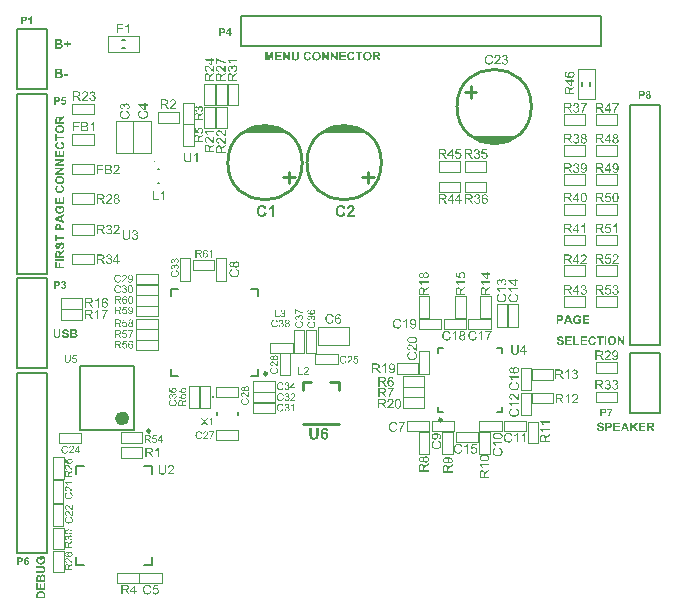
<source format=gto>
G04*
G04 #@! TF.GenerationSoftware,Altium Limited,Altium Designer,21.0.9 (235)*
G04*
G04 Layer_Color=65535*
%FSTAX24Y24*%
%MOIN*%
G70*
G04*
G04 #@! TF.SameCoordinates,C81BF7DB-63EA-445F-9019-DF517AEC57AA*
G04*
G04*
G04 #@! TF.FilePolarity,Positive*
G04*
G01*
G75*
%ADD10C,0.0236*%
%ADD11C,0.0098*%
%ADD12C,0.0040*%
%ADD13C,0.0100*%
%ADD14C,0.0039*%
%ADD15C,0.0079*%
%ADD16C,0.0020*%
%ADD17C,0.0060*%
G36*
X032051Y03735D02*
X032124Y037423D01*
X032166Y037465D01*
X032264Y03753D01*
X032373Y037575D01*
X032488Y037598D01*
X032547D01*
D01*
X032941D01*
X033024D01*
X033188Y037566D01*
X033342Y037502D01*
X03348Y037409D01*
X033539Y03735D01*
X033539Y03735D01*
X032051D01*
D02*
G37*
G36*
X034689D02*
X034762Y037423D01*
X034803Y037465D01*
X034901Y03753D01*
X03501Y037575D01*
X035126Y037598D01*
X035185D01*
D01*
X035578D01*
X035662D01*
X035825Y037566D01*
X035979Y037502D01*
X036118Y037409D01*
X036177Y03735D01*
X036177Y03735D01*
X034689D01*
D02*
G37*
G36*
X041177Y037236D02*
X041105Y037164D01*
X041063Y037122D01*
X040965Y037056D01*
X040856Y037011D01*
X04074Y036988D01*
X040681D01*
D01*
X040288D01*
X040204D01*
X040041Y037021D01*
X039887Y037085D01*
X039748Y037177D01*
X039689Y037236D01*
D01*
X041177D01*
D02*
G37*
G36*
X026223Y039259D02*
X026102D01*
Y03932D01*
X026223D01*
Y039259D01*
D02*
G37*
G36*
X025936Y039492D02*
X025945Y039492D01*
X025955Y039492D01*
X025963Y039491D01*
X025971Y03949D01*
X025972D01*
X025975Y039489D01*
X025978Y039488D01*
X025982Y039487D01*
X025987Y039485D01*
X025993Y039483D01*
X025999Y03948D01*
X026005Y039476D01*
X026005Y039476D01*
X026007Y039474D01*
X02601Y039472D01*
X026013Y039469D01*
X026017Y039465D01*
X026021Y039461D01*
X026025Y039456D01*
X026029Y03945D01*
X026029Y039449D01*
X02603Y039447D01*
X026032Y039443D01*
X026034Y039438D01*
X026036Y039433D01*
X026038Y039427D01*
X026039Y039419D01*
X026039Y039412D01*
Y039412D01*
Y039411D01*
Y039408D01*
X026039Y039404D01*
X026038Y039399D01*
X026036Y039392D01*
X026034Y039385D01*
X026031Y039378D01*
X026027Y039371D01*
X026026Y03937D01*
X026024Y039368D01*
X026022Y039365D01*
X026018Y03936D01*
X026014Y039356D01*
X026008Y039351D01*
X026002Y039347D01*
X025994Y039343D01*
X025995D01*
X025996Y039342D01*
X025997Y039342D01*
X025999Y039341D01*
X026005Y039339D01*
X026011Y039336D01*
X026018Y039332D01*
X026026Y039327D01*
X026033Y039321D01*
X026039Y039314D01*
X02604Y039313D01*
X026042Y03931D01*
X026044Y039306D01*
X026047Y0393D01*
X02605Y039293D01*
X026053Y039285D01*
X026054Y039276D01*
X026055Y039266D01*
Y039265D01*
Y039265D01*
Y039262D01*
X026054Y039258D01*
X026054Y039252D01*
X026053Y039246D01*
X026051Y039238D01*
X026048Y039231D01*
X026045Y039223D01*
X026044Y039222D01*
X026043Y03922D01*
X026041Y039216D01*
X026037Y039212D01*
X026034Y039206D01*
X026029Y039201D01*
X026023Y039195D01*
X026017Y03919D01*
X026016Y03919D01*
X026014Y039188D01*
X02601Y039186D01*
X026005Y039184D01*
X025999Y039181D01*
X025991Y039179D01*
X025983Y039176D01*
X025974Y039175D01*
X025972D01*
X02597Y039175D01*
X025965D01*
X025962Y039174D01*
X025953D01*
X025948Y039174D01*
X025934D01*
X025926Y039173D01*
X025787D01*
Y039493D01*
X025928D01*
X025936Y039492D01*
D02*
G37*
G36*
X043983Y0277D02*
X043987Y027699D01*
X043993Y027699D01*
X043998Y027698D01*
X044004Y027697D01*
X044018Y027694D01*
X044024Y027692D01*
X044031Y02769D01*
X044038Y027687D01*
X044044Y027684D01*
X04405Y02768D01*
X044055Y027676D01*
X044055Y027676D01*
X044056Y027675D01*
X044058Y027674D01*
X044059Y027672D01*
X044061Y027669D01*
X044064Y027667D01*
X044066Y027663D01*
X044069Y027659D01*
X044072Y027655D01*
X044074Y02765D01*
X044077Y027645D01*
X044079Y027639D01*
X044081Y027633D01*
X044082Y027627D01*
X044084Y02762D01*
X044084Y027612D01*
X044026Y02761D01*
Y027611D01*
Y027611D01*
X044025Y027614D01*
X044024Y027618D01*
X044023Y027622D01*
X044021Y027628D01*
X044018Y027633D01*
X044014Y027638D01*
X04401Y027642D01*
X044009Y027642D01*
X044008Y027644D01*
X044005Y027645D01*
X044001Y027647D01*
X043996Y027649D01*
X043989Y02765D01*
X043982Y027652D01*
X043973Y027652D01*
X043969D01*
X043964Y027652D01*
X043959Y027651D01*
X043953Y02765D01*
X043946Y027647D01*
X04394Y027645D01*
X043934Y027641D01*
X043934Y027641D01*
X043933Y02764D01*
X043931Y027639D01*
X043929Y027637D01*
X043928Y027634D01*
X043926Y027631D01*
X043925Y027627D01*
X043925Y027623D01*
Y027623D01*
Y027622D01*
X043925Y02762D01*
X043926Y027617D01*
X043927Y027615D01*
X043928Y027612D01*
X04393Y027609D01*
X043933Y027606D01*
X043934Y027605D01*
X043936Y027604D01*
X043937Y027603D01*
X043939Y027603D01*
X043941Y027601D01*
X043944Y0276D01*
X043947Y027599D01*
X043951Y027597D01*
X043956Y027595D01*
X04396Y027594D01*
X043966Y027592D01*
X043972Y02759D01*
X043979Y027589D01*
X043986Y027587D01*
X043987D01*
X043988Y027586D01*
X043991Y027586D01*
X043993Y027585D01*
X043997Y027584D01*
X044001Y027583D01*
X044006Y027582D01*
X04401Y02758D01*
X04402Y027577D01*
X04403Y027574D01*
X04404Y02757D01*
X044045Y027568D01*
X044049Y027566D01*
X044049D01*
X04405Y027565D01*
X044052Y027564D01*
X044056Y027561D01*
X04406Y027558D01*
X044065Y027554D01*
X044071Y027549D01*
X044076Y027543D01*
X044081Y027536D01*
X044081Y027536D01*
X044082Y027533D01*
X044085Y027529D01*
X044087Y027524D01*
X044089Y027517D01*
X044091Y027509D01*
X044092Y027501D01*
X044092Y027491D01*
Y02749D01*
Y027489D01*
Y027488D01*
Y027486D01*
X044092Y027484D01*
X044092Y027481D01*
X044091Y027476D01*
X044089Y027468D01*
X044087Y02746D01*
X044083Y027452D01*
X044078Y027444D01*
Y027444D01*
X044078Y027443D01*
X044076Y027441D01*
X044073Y027437D01*
X044068Y027432D01*
X044063Y027427D01*
X044056Y027422D01*
X044048Y027417D01*
X044039Y027412D01*
X044039D01*
X044038Y027412D01*
X044037Y027411D01*
X044035Y02741D01*
X044032Y027409D01*
X044029Y027409D01*
X044026Y027408D01*
X044022Y027407D01*
X044018Y027406D01*
X044013Y027405D01*
X044002Y027403D01*
X04399Y027402D01*
X043977Y027402D01*
X043971D01*
X043968Y027402D01*
X043963Y027402D01*
X043958Y027403D01*
X043952Y027404D01*
X043946Y027405D01*
X043932Y027408D01*
X043925Y02741D01*
X043919Y027412D01*
X043912Y027415D01*
X043905Y027418D01*
X043899Y027422D01*
X043893Y027427D01*
X043892Y027427D01*
X043892Y027428D01*
X04389Y027429D01*
X043888Y027431D01*
X043886Y027434D01*
X043883Y027437D01*
X04388Y027441D01*
X043877Y027445D01*
X043874Y02745D01*
X043872Y027456D01*
X043869Y027462D01*
X043866Y027469D01*
X043864Y027476D01*
X043861Y027484D01*
X04386Y027492D01*
X043858Y027501D01*
X043915Y027506D01*
Y027506D01*
X043915Y027505D01*
Y027503D01*
X043916Y027501D01*
X043917Y027496D01*
X043919Y02749D01*
X043922Y027483D01*
X043926Y027476D01*
X04393Y02747D01*
X043935Y027464D01*
X043936Y027464D01*
X043938Y027462D01*
X043941Y02746D01*
X043946Y027457D01*
X043953Y027455D01*
X04396Y027453D01*
X043968Y027451D01*
X043978Y027451D01*
X043982D01*
X043987Y027451D01*
X043993Y027452D01*
X044Y027454D01*
X044007Y027456D01*
X044014Y027459D01*
X04402Y027462D01*
X044021Y027463D01*
X044022Y027464D01*
X044024Y027467D01*
X044027Y02747D01*
X04403Y027474D01*
X044032Y027479D01*
X044034Y027484D01*
X044034Y02749D01*
Y027491D01*
Y027492D01*
X044034Y027494D01*
X044033Y027496D01*
X044033Y027499D01*
X044032Y027502D01*
X04403Y027505D01*
X044028Y027508D01*
X044028Y027508D01*
X044027Y027509D01*
X044026Y02751D01*
X044023Y027512D01*
X044021Y027514D01*
X044017Y027516D01*
X044013Y027518D01*
X044007Y02752D01*
X044007D01*
X044005Y027521D01*
X044002Y027522D01*
X044Y027523D01*
X043998Y027523D01*
X043995Y027524D01*
X043991Y027525D01*
X043988Y027526D01*
X043983Y027527D01*
X043978Y027528D01*
X043973Y02753D01*
X043967Y027531D01*
X043961Y027533D01*
X04396D01*
X043959Y027533D01*
X043956Y027534D01*
X043953Y027535D01*
X043949Y027536D01*
X043945Y027538D01*
X04394Y027539D01*
X043935Y027541D01*
X043924Y027545D01*
X043914Y02755D01*
X043908Y027553D01*
X043904Y027555D01*
X043899Y027558D01*
X043895Y027561D01*
X043895Y027562D01*
X043894Y027563D01*
X043893Y027564D01*
X043891Y027565D01*
X043889Y027568D01*
X043887Y027571D01*
X043884Y027574D01*
X043882Y027578D01*
X043877Y027586D01*
X043873Y027596D01*
X043872Y027602D01*
X04387Y027607D01*
X04387Y027613D01*
X043869Y02762D01*
Y02762D01*
Y02762D01*
Y027622D01*
Y027623D01*
X04387Y027627D01*
X043871Y027633D01*
X043872Y027639D01*
X043874Y027646D01*
X043877Y027654D01*
X043881Y027661D01*
Y027661D01*
X043882Y027662D01*
X043884Y027664D01*
X043886Y027667D01*
X04389Y027672D01*
X043895Y027676D01*
X043902Y027681D01*
X043909Y027686D01*
X043917Y02769D01*
X043917D01*
X043918Y02769D01*
X043919Y027691D01*
X043921Y027692D01*
X043924Y027692D01*
X043926Y027693D01*
X043929Y027694D01*
X043933Y027695D01*
X043941Y027697D01*
X043951Y027699D01*
X043962Y0277D01*
X043974Y0277D01*
X043979D01*
X043983Y0277D01*
D02*
G37*
G36*
X045115Y027583D02*
X045229Y027407D01*
X045154D01*
X045074Y027542D01*
X045027Y027494D01*
Y027407D01*
X044969D01*
Y027695D01*
X045027D01*
Y027567D01*
X045145Y027695D01*
X045224D01*
X045115Y027583D01*
D02*
G37*
G36*
X045661Y027694D02*
X045666D01*
X04567Y027694D01*
X045676D01*
X045687Y027693D01*
X045698Y027692D01*
X045708Y027689D01*
X045713Y027688D01*
X045717Y027687D01*
X045717D01*
X045718Y027687D01*
X04572Y027685D01*
X045724Y027683D01*
X045729Y027681D01*
X045734Y027677D01*
X04574Y027672D01*
X045745Y027666D01*
X04575Y027659D01*
Y027659D01*
X045751Y027658D01*
X045751Y027657D01*
X045752Y027656D01*
X045754Y027652D01*
X045757Y027646D01*
X045759Y02764D01*
X045761Y027632D01*
X045763Y027623D01*
X045763Y027614D01*
Y027614D01*
Y027613D01*
Y027611D01*
X045763Y027609D01*
Y027606D01*
X045762Y027603D01*
X045761Y027595D01*
X045759Y027587D01*
X045755Y027578D01*
X04575Y027569D01*
X045747Y027565D01*
X045744Y02756D01*
X045744Y02756D01*
X045743Y02756D01*
X045742Y027558D01*
X04574Y027557D01*
X045739Y027555D01*
X045736Y027553D01*
X045733Y027551D01*
X04573Y027549D01*
X045726Y027547D01*
X045722Y027545D01*
X045717Y027543D01*
X045712Y027541D01*
X045706Y027538D01*
X0457Y027537D01*
X045694Y027535D01*
X045687Y027534D01*
X045687D01*
X045688Y027533D01*
X04569Y027532D01*
X045694Y02753D01*
X045698Y027527D01*
X045703Y027523D01*
X045708Y027519D01*
X045713Y027515D01*
X045718Y02751D01*
X045718Y027509D01*
X04572Y027507D01*
X045723Y027504D01*
X045727Y027499D01*
X045732Y027493D01*
X045734Y027489D01*
X045737Y027484D01*
X04574Y02748D01*
X045744Y027475D01*
X045747Y027469D01*
X045751Y027463D01*
X045786Y027407D01*
X045717D01*
X045675Y027469D01*
X045675Y02747D01*
X045674Y027471D01*
X045673Y027473D01*
X045671Y027475D01*
X04567Y027477D01*
X045667Y027481D01*
X045663Y027487D01*
X045657Y027495D01*
X045652Y027501D01*
X045648Y027508D01*
X045646Y02751D01*
X045644Y027512D01*
X045644Y027512D01*
X045643Y027513D01*
X045641Y027515D01*
X045639Y027517D01*
X045636Y027518D01*
X045633Y027521D01*
X04563Y027522D01*
X045627Y027524D01*
X045626D01*
X045625Y027524D01*
X045623Y027525D01*
X04562Y027526D01*
X045615Y027526D01*
X04561Y027527D01*
X045605Y027527D01*
X045586D01*
Y027407D01*
X045528D01*
Y027695D01*
X045657D01*
X045661Y027694D01*
D02*
G37*
G36*
X045473Y027646D02*
X045318D01*
Y027583D01*
X045462D01*
Y027534D01*
X045318D01*
Y027456D01*
X045478D01*
Y027407D01*
X045259D01*
Y027695D01*
X045473D01*
Y027646D01*
D02*
G37*
G36*
X044938Y027407D02*
X044875D01*
X04485Y027472D01*
X044734D01*
X044711Y027407D01*
X044649D01*
X044761Y027695D01*
X044822D01*
X044938Y027407D01*
D02*
G37*
G36*
X044624Y027646D02*
X044469D01*
Y027583D01*
X044613D01*
Y027534D01*
X044469D01*
Y027456D01*
X044629D01*
Y027407D01*
X04441D01*
Y027695D01*
X044624D01*
Y027646D01*
D02*
G37*
G36*
X044253Y027694D02*
X044263D01*
X044275Y027694D01*
X044287Y027693D01*
X044292Y027692D01*
X044297Y027692D01*
X044301Y027691D01*
X044304Y02769D01*
X044305D01*
X044305Y02769D01*
X044307Y027689D01*
X044308Y027689D01*
X044313Y027687D01*
X044319Y027684D01*
X044325Y027681D01*
X044332Y027676D01*
X044339Y027669D01*
X044345Y027662D01*
Y027662D01*
X044346Y027661D01*
X044347Y02766D01*
X044348Y027658D01*
X04435Y027656D01*
X044351Y027653D01*
X044352Y02765D01*
X044354Y027647D01*
X044357Y027639D01*
X04436Y02763D01*
X044362Y027618D01*
X044362Y027606D01*
Y027606D01*
Y027605D01*
Y027604D01*
Y027602D01*
X044362Y0276D01*
Y027597D01*
X044361Y027591D01*
X04436Y027584D01*
X044358Y027576D01*
X044356Y027568D01*
X044352Y027561D01*
X044352Y02756D01*
X044351Y027558D01*
X044349Y027555D01*
X044346Y027551D01*
X044342Y027547D01*
X044338Y027542D01*
X044333Y027537D01*
X044328Y027533D01*
X044327Y027533D01*
X044325Y027531D01*
X044323Y02753D01*
X044319Y027528D01*
X044314Y027525D01*
X044309Y027523D01*
X044304Y027521D01*
X044298Y027519D01*
X044297D01*
X044296Y027519D01*
X044294D01*
X044292Y027518D01*
X044289Y027518D01*
X044286Y027518D01*
X044283D01*
X044279Y027517D01*
X044274Y027517D01*
X044269Y027516D01*
X044264Y027516D01*
X044258D01*
X044252Y027516D01*
X0442D01*
Y027407D01*
X044142D01*
Y027695D01*
X044248D01*
X044253Y027694D01*
D02*
G37*
G36*
X026097Y037851D02*
X026035Y037809D01*
X026034Y037809D01*
X026033Y037808D01*
X026031Y037807D01*
X026029Y037805D01*
X026027Y037804D01*
X026023Y037802D01*
X026017Y037797D01*
X026009Y037792D01*
X026003Y037787D01*
X025996Y037782D01*
X025994Y03778D01*
X025992Y037778D01*
X025992Y037778D01*
X025991Y037777D01*
X025989Y037775D01*
X025987Y037773D01*
X025985Y03777D01*
X025983Y037768D01*
X025982Y037764D01*
X02598Y037761D01*
Y037761D01*
X02598Y037759D01*
X025979Y037757D01*
X025978Y037754D01*
X025978Y03775D01*
X025977Y037745D01*
X025977Y037739D01*
Y03772D01*
X026097D01*
Y037662D01*
X025809D01*
Y037792D01*
X02581Y037795D01*
Y0378D01*
X02581Y037805D01*
Y03781D01*
X025811Y037821D01*
X025812Y037832D01*
X025814Y037842D01*
X025816Y037847D01*
X025817Y037851D01*
Y037852D01*
X025817Y037852D01*
X025819Y037855D01*
X025821Y037858D01*
X025823Y037863D01*
X025827Y037869D01*
X025832Y037874D01*
X025838Y037879D01*
X025845Y037884D01*
X025845D01*
X025846Y037885D01*
X025847Y037886D01*
X025848Y037887D01*
X025852Y037889D01*
X025858Y037891D01*
X025864Y037893D01*
X025872Y037895D01*
X025881Y037897D01*
X02589Y037897D01*
X02589D01*
X025891D01*
X025893D01*
X025895Y037897D01*
X025898D01*
X025901Y037897D01*
X025909Y037895D01*
X025917Y037893D01*
X025926Y037889D01*
X025935Y037884D01*
X025939Y037882D01*
X025943Y037878D01*
X025944Y037878D01*
X025944Y037877D01*
X025946Y037876D01*
X025947Y037874D01*
X025948Y037873D01*
X025951Y03787D01*
X025953Y037867D01*
X025955Y037864D01*
X025957Y03786D01*
X025959Y037856D01*
X025961Y037851D01*
X025963Y037846D01*
X025965Y03784D01*
X025967Y037835D01*
X025969Y037828D01*
X02597Y037821D01*
Y037822D01*
X02597Y037822D01*
X025972Y037825D01*
X025974Y037828D01*
X025977Y037832D01*
X025981Y037837D01*
X025985Y037842D01*
X025989Y037847D01*
X025994Y037852D01*
X025995Y037852D01*
X025997Y037855D01*
X026Y037857D01*
X026005Y037861D01*
X026011Y037866D01*
X026015Y037868D01*
X02602Y037871D01*
X026024Y037874D01*
X026029Y037878D01*
X026035Y037882D01*
X026041Y037885D01*
X026097Y037921D01*
Y037851D01*
D02*
G37*
G36*
X02596Y037616D02*
X025965D01*
X025971Y037615D01*
X025978Y037614D01*
X025985Y037613D01*
X025993Y037612D01*
X026002Y037609D01*
X026011Y037607D01*
X02602Y037604D01*
X02603Y0376D01*
X026038Y037596D01*
X026047Y03759D01*
X026055Y037585D01*
X026063Y037578D01*
X026064Y037577D01*
X026065Y037576D01*
X026067Y037574D01*
X02607Y037571D01*
X026072Y037567D01*
X026076Y037562D01*
X026079Y037557D01*
X026083Y037551D01*
X026087Y037544D01*
X02609Y037537D01*
X026093Y037528D01*
X026096Y037519D01*
X026099Y03751D01*
X026101Y037499D01*
X026102Y037488D01*
X026102Y037477D01*
Y037474D01*
X026102Y037471D01*
X026102Y037466D01*
X026101Y037461D01*
X0261Y037455D01*
X026099Y037448D01*
X026097Y03744D01*
X026095Y037432D01*
X026093Y037424D01*
X026089Y037415D01*
X026086Y037407D01*
X026082Y037398D01*
X026076Y03739D01*
X02607Y037382D01*
X026063Y037375D01*
X026063Y037374D01*
X026062Y037373D01*
X026059Y037372D01*
X026056Y037369D01*
X026052Y037366D01*
X026047Y037363D01*
X026042Y037359D01*
X026035Y037356D01*
X026028Y037352D01*
X02602Y037349D01*
X026011Y037346D01*
X026001Y037343D01*
X025991Y03734D01*
X02598Y037339D01*
X025968Y037337D01*
X025955Y037337D01*
X025955D01*
X025953D01*
X025951D01*
X025948Y037337D01*
X025944D01*
X02594Y037338D01*
X025935Y037338D01*
X025929Y037339D01*
X025918Y03734D01*
X025905Y037342D01*
X025893Y037346D01*
X025881Y03735D01*
X025881D01*
X02588Y03735D01*
X025879Y037351D01*
X025877Y037352D01*
X025873Y037354D01*
X025868Y037357D01*
X025861Y037361D01*
X025855Y037365D01*
X025848Y037371D01*
X025842Y037377D01*
X025841Y037377D01*
X025841Y037377D01*
X025839Y037379D01*
X025835Y037383D01*
X025832Y037388D01*
X025827Y037393D01*
X025823Y037399D01*
X025819Y037406D01*
X025815Y037414D01*
Y037414D01*
X025815Y037415D01*
X025814Y037417D01*
X025814Y037419D01*
X025812Y037421D01*
X025812Y037424D01*
X025811Y037428D01*
X02581Y037432D01*
X025807Y037441D01*
X025805Y037451D01*
X025804Y037463D01*
X025804Y037476D01*
Y037479D01*
X025804Y037482D01*
Y037486D01*
X025805Y037492D01*
X025806Y037498D01*
X025807Y037505D01*
X025809Y037513D01*
X025811Y03752D01*
X025813Y037529D01*
X025817Y037537D01*
X02582Y037546D01*
X025825Y037554D01*
X02583Y037562D01*
X025837Y03757D01*
X025844Y037578D01*
X025844Y037578D01*
X025845Y03758D01*
X025848Y037582D01*
X025851Y037584D01*
X025855Y037587D01*
X02586Y03759D01*
X025866Y037593D01*
X025872Y037597D01*
X025879Y037601D01*
X025888Y037604D01*
X025897Y037607D01*
X025906Y03761D01*
X025917Y037613D01*
X025928Y037614D01*
X025941Y037616D01*
X025953Y037616D01*
X025954D01*
X025956D01*
X02596Y037616D01*
D02*
G37*
G36*
X025858Y037226D02*
X026097D01*
Y037168D01*
X025858D01*
Y037083D01*
X025809D01*
Y037311D01*
X025858D01*
Y037226D01*
D02*
G37*
G36*
X026011Y037052D02*
X026013Y037052D01*
X026017Y03705D01*
X02602Y037049D01*
X026025Y037047D01*
X02603Y037045D01*
X026035Y037042D01*
X026047Y037037D01*
X026058Y037029D01*
X02607Y03702D01*
X026074Y037015D01*
X026079Y03701D01*
X026079Y037009D01*
X02608Y037008D01*
X026081Y037007D01*
X026083Y037004D01*
X026084Y037001D01*
X026086Y036998D01*
X026088Y036993D01*
X02609Y036989D01*
X026093Y036983D01*
X026095Y036978D01*
X026097Y036971D01*
X026098Y036965D01*
X0261Y036958D01*
X026101Y03695D01*
X026102Y036942D01*
X026102Y036933D01*
Y036931D01*
X026102Y036928D01*
X026101Y036924D01*
X026101Y036919D01*
X0261Y036913D01*
X026099Y036907D01*
X026097Y0369D01*
X026095Y036893D01*
X026092Y036885D01*
X026089Y036877D01*
X026085Y036869D01*
X026081Y036862D01*
X026076Y036854D01*
X02607Y036846D01*
X026063Y036839D01*
X026062Y036839D01*
X026061Y036837D01*
X026059Y036836D01*
X026056Y036833D01*
X026052Y036831D01*
X026047Y036827D01*
X026041Y036824D01*
X026035Y036821D01*
X026027Y036817D01*
X02602Y036814D01*
X02601Y036811D01*
X026001Y036808D01*
X025991Y036806D01*
X02598Y036804D01*
X025968Y036803D01*
X025956Y036802D01*
X025955D01*
X025955D01*
X025952D01*
X025948Y036803D01*
X025943D01*
X025938Y036804D01*
X025931Y036805D01*
X025923Y036805D01*
X025914Y036807D01*
X025906Y036809D01*
X025896Y036812D01*
X025887Y036815D01*
X025878Y036818D01*
X025869Y036822D01*
X02586Y036827D01*
X025852Y036833D01*
X025844Y036839D01*
X025843Y03684D01*
X025842Y036841D01*
X02584Y036843D01*
X025837Y036846D01*
X025834Y03685D01*
X025831Y036854D01*
X025827Y036859D01*
X025824Y036866D01*
X02582Y036872D01*
X025816Y036879D01*
X025813Y036888D01*
X02581Y036896D01*
X025807Y036906D01*
X025805Y036915D01*
X025804Y036926D01*
X025804Y036937D01*
Y036942D01*
X025804Y036946D01*
X025805Y03695D01*
X025805Y036955D01*
X025806Y036961D01*
X025807Y036967D01*
X025809Y036974D01*
X025811Y036981D01*
X025814Y036988D01*
X025817Y036995D01*
X02582Y037003D01*
X025824Y037009D01*
X025829Y037016D01*
X025835Y037023D01*
Y037023D01*
X025836Y037023D01*
X025837Y037025D01*
X025838Y037026D01*
X02584Y037028D01*
X025843Y037029D01*
X025849Y037034D01*
X025856Y037038D01*
X025865Y037043D01*
X025876Y037048D01*
X025888Y037052D01*
X025901Y036995D01*
X025901D01*
X025901Y036994D01*
X025899D01*
X025898Y036993D01*
X025894Y036992D01*
X025889Y03699D01*
X025883Y036987D01*
X025877Y036983D01*
X025871Y036978D01*
X025866Y036973D01*
X025866Y036972D01*
X025864Y03697D01*
X025862Y036967D01*
X02586Y036962D01*
X025857Y036956D01*
X025855Y03695D01*
X025854Y036942D01*
X025853Y036934D01*
Y036931D01*
X025854Y036929D01*
X025854Y036926D01*
X025854Y036923D01*
X025856Y036916D01*
X025859Y036907D01*
X025863Y036899D01*
X025866Y036894D01*
X025869Y03689D01*
X025872Y036886D01*
X025876Y036882D01*
X025877D01*
X025878Y036881D01*
X025879Y03688D01*
X025881Y036879D01*
X025884Y036877D01*
X025886Y036876D01*
X02589Y036874D01*
X025894Y036872D01*
X025899Y03687D01*
X025905Y036869D01*
X025911Y036867D01*
X025918Y036865D01*
X025925Y036864D01*
X025933Y036863D01*
X025942Y036863D01*
X025951Y036862D01*
X025952D01*
X025954D01*
X025957D01*
X02596Y036863D01*
X025965D01*
X02597Y036864D01*
X025975Y036864D01*
X025982Y036865D01*
X025995Y036867D01*
X026008Y036871D01*
X026014Y036873D01*
X02602Y036876D01*
X026025Y036879D01*
X02603Y036882D01*
X02603Y036882D01*
X02603Y036883D01*
X026032Y036884D01*
X026033Y036886D01*
X026037Y03689D01*
X026041Y036896D01*
X026045Y036903D01*
X026049Y036911D01*
X026052Y036921D01*
X026052Y036927D01*
X026052Y036933D01*
Y036935D01*
X026052Y036936D01*
X026052Y036941D01*
X026051Y036946D01*
X026049Y036952D01*
X026046Y036959D01*
X026043Y036966D01*
X026038Y036972D01*
X026037Y036973D01*
X026035Y036975D01*
X026032Y036978D01*
X026027Y036981D01*
X02602Y036985D01*
X026012Y036989D01*
X026003Y036993D01*
X025991Y036996D01*
X026009Y037053D01*
X026009D01*
X026011Y037052D01*
D02*
G37*
G36*
X026097Y036545D02*
X025809D01*
Y036758D01*
X025858D01*
Y036603D01*
X025921D01*
Y036747D01*
X02597D01*
Y036603D01*
X026048D01*
Y036763D01*
X026097D01*
Y036545D01*
D02*
G37*
G36*
Y036425D02*
X025907Y036308D01*
X026097D01*
Y036254D01*
X025809D01*
Y03631D01*
X026003Y036429D01*
X025809D01*
Y036483D01*
X026097D01*
Y036425D01*
D02*
G37*
G36*
Y036134D02*
X025907Y036017D01*
X026097D01*
Y035964D01*
X025809D01*
Y03602D01*
X026003Y036139D01*
X025809D01*
Y036193D01*
X026097D01*
Y036134D01*
D02*
G37*
G36*
X02596Y035918D02*
X025965D01*
X025971Y035917D01*
X025978Y035916D01*
X025985Y035915D01*
X025993Y035913D01*
X026002Y035911D01*
X026011Y035909D01*
X02602Y035906D01*
X02603Y035902D01*
X026038Y035898D01*
X026047Y035892D01*
X026055Y035886D01*
X026063Y03588D01*
X026064Y035879D01*
X026065Y035878D01*
X026067Y035876D01*
X02607Y035873D01*
X026072Y035869D01*
X026076Y035864D01*
X026079Y035859D01*
X026083Y035853D01*
X026087Y035846D01*
X02609Y035839D01*
X026093Y03583D01*
X026096Y035821D01*
X026099Y035812D01*
X026101Y035801D01*
X026102Y03579D01*
X026102Y035779D01*
Y035776D01*
X026102Y035772D01*
X026102Y035768D01*
X026101Y035763D01*
X0261Y035757D01*
X026099Y03575D01*
X026097Y035742D01*
X026095Y035734D01*
X026093Y035726D01*
X026089Y035717D01*
X026086Y035709D01*
X026082Y0357D01*
X026076Y035692D01*
X02607Y035684D01*
X026063Y035677D01*
X026063Y035676D01*
X026062Y035675D01*
X026059Y035673D01*
X026056Y035671D01*
X026052Y035668D01*
X026047Y035665D01*
X026042Y035661D01*
X026035Y035658D01*
X026028Y035654D01*
X02602Y035651D01*
X026011Y035648D01*
X026001Y035645D01*
X025991Y035642D01*
X02598Y035641D01*
X025968Y035639D01*
X025955Y035639D01*
X025955D01*
X025953D01*
X025951D01*
X025948Y035639D01*
X025944D01*
X02594Y03564D01*
X025935Y03564D01*
X025929Y035641D01*
X025918Y035642D01*
X025905Y035644D01*
X025893Y035648D01*
X025881Y035652D01*
X025881D01*
X02588Y035652D01*
X025879Y035653D01*
X025877Y035653D01*
X025873Y035656D01*
X025868Y035659D01*
X025861Y035663D01*
X025855Y035667D01*
X025848Y035673D01*
X025842Y035678D01*
X025841Y035679D01*
X025841Y035679D01*
X025839Y035681D01*
X025835Y035685D01*
X025832Y03569D01*
X025827Y035695D01*
X025823Y035701D01*
X025819Y035708D01*
X025815Y035716D01*
Y035716D01*
X025815Y035717D01*
X025814Y035719D01*
X025814Y035721D01*
X025812Y035723D01*
X025812Y035726D01*
X025811Y03573D01*
X02581Y035734D01*
X025807Y035743D01*
X025805Y035753D01*
X025804Y035765D01*
X025804Y035778D01*
Y035781D01*
X025804Y035784D01*
Y035788D01*
X025805Y035794D01*
X025806Y0358D01*
X025807Y035807D01*
X025809Y035814D01*
X025811Y035822D01*
X025813Y035831D01*
X025817Y035839D01*
X02582Y035848D01*
X025825Y035856D01*
X02583Y035864D01*
X025837Y035872D01*
X025844Y03588D01*
X025844Y03588D01*
X025845Y035881D01*
X025848Y035884D01*
X025851Y035886D01*
X025855Y035889D01*
X02586Y035892D01*
X025866Y035895D01*
X025872Y035899D01*
X025879Y035903D01*
X025888Y035906D01*
X025897Y035909D01*
X025906Y035912D01*
X025917Y035915D01*
X025928Y035916D01*
X025941Y035918D01*
X025953Y035918D01*
X025954D01*
X025956D01*
X02596Y035918D01*
D02*
G37*
G36*
X026011Y0356D02*
X026013Y035599D01*
X026017Y035598D01*
X02602Y035596D01*
X026025Y035595D01*
X02603Y035593D01*
X026035Y03559D01*
X026047Y035584D01*
X026058Y035577D01*
X02607Y035568D01*
X026074Y035563D01*
X026079Y035557D01*
X026079Y035557D01*
X02608Y035556D01*
X026081Y035554D01*
X026083Y035552D01*
X026084Y035549D01*
X026086Y035545D01*
X026088Y035541D01*
X02609Y035537D01*
X026093Y035531D01*
X026095Y035525D01*
X026097Y035519D01*
X026098Y035512D01*
X0261Y035505D01*
X026101Y035497D01*
X026102Y03549D01*
X026102Y035481D01*
Y035478D01*
X026102Y035475D01*
X026101Y035471D01*
X026101Y035467D01*
X0261Y035461D01*
X026099Y035455D01*
X026097Y035448D01*
X026095Y03544D01*
X026092Y035433D01*
X026089Y035425D01*
X026085Y035417D01*
X026081Y035409D01*
X026076Y035401D01*
X02607Y035394D01*
X026063Y035387D01*
X026062Y035386D01*
X026061Y035385D01*
X026059Y035383D01*
X026056Y035381D01*
X026052Y035378D01*
X026047Y035375D01*
X026041Y035372D01*
X026035Y035368D01*
X026027Y035365D01*
X02602Y035362D01*
X02601Y035359D01*
X026001Y035356D01*
X025991Y035354D01*
X02598Y035352D01*
X025968Y035351D01*
X025956Y03535D01*
X025955D01*
X025955D01*
X025952D01*
X025948Y035351D01*
X025943D01*
X025938Y035351D01*
X025931Y035352D01*
X025923Y035353D01*
X025914Y035355D01*
X025906Y035357D01*
X025896Y035359D01*
X025887Y035362D01*
X025878Y035366D01*
X025869Y03537D01*
X02586Y035375D01*
X025852Y035381D01*
X025844Y035387D01*
X025843Y035388D01*
X025842Y035389D01*
X02584Y035391D01*
X025837Y035394D01*
X025834Y035398D01*
X025831Y035402D01*
X025827Y035407D01*
X025824Y035413D01*
X02582Y03542D01*
X025816Y035427D01*
X025813Y035435D01*
X02581Y035444D01*
X025807Y035453D01*
X025805Y035463D01*
X025804Y035474D01*
X025804Y035485D01*
Y03549D01*
X025804Y035493D01*
X025805Y035498D01*
X025805Y035503D01*
X025806Y035509D01*
X025807Y035515D01*
X025809Y035522D01*
X025811Y035529D01*
X025814Y035536D01*
X025817Y035543D01*
X02582Y03555D01*
X025824Y035557D01*
X025829Y035564D01*
X025835Y03557D01*
Y035571D01*
X025836Y035571D01*
X025837Y035572D01*
X025838Y035574D01*
X02584Y035575D01*
X025843Y035577D01*
X025849Y035581D01*
X025856Y035586D01*
X025865Y035591D01*
X025876Y035596D01*
X025888Y0356D01*
X025901Y035542D01*
X025901D01*
X025901Y035542D01*
X025899D01*
X025898Y035541D01*
X025894Y03554D01*
X025889Y035538D01*
X025883Y035535D01*
X025877Y035531D01*
X025871Y035526D01*
X025866Y035521D01*
X025866Y03552D01*
X025864Y035518D01*
X025862Y035515D01*
X02586Y03551D01*
X025857Y035504D01*
X025855Y035497D01*
X025854Y03549D01*
X025853Y035482D01*
Y035479D01*
X025854Y035476D01*
X025854Y035474D01*
X025854Y03547D01*
X025856Y035463D01*
X025859Y035455D01*
X025863Y035446D01*
X025866Y035442D01*
X025869Y035438D01*
X025872Y035433D01*
X025876Y03543D01*
X025877D01*
X025878Y035429D01*
X025879Y035428D01*
X025881Y035427D01*
X025884Y035425D01*
X025886Y035423D01*
X02589Y035422D01*
X025894Y03542D01*
X025899Y035418D01*
X025905Y035416D01*
X025911Y035415D01*
X025918Y035413D01*
X025925Y035412D01*
X025933Y035411D01*
X025942Y035411D01*
X025951Y03541D01*
X025952D01*
X025954D01*
X025957D01*
X02596Y035411D01*
X025965D01*
X02597Y035411D01*
X025975Y035412D01*
X025982Y035413D01*
X025995Y035415D01*
X026008Y035418D01*
X026014Y03542D01*
X02602Y035423D01*
X026025Y035426D01*
X02603Y03543D01*
X02603Y03543D01*
X02603Y03543D01*
X026032Y035432D01*
X026033Y035433D01*
X026037Y035438D01*
X026041Y035443D01*
X026045Y03545D01*
X026049Y035459D01*
X026052Y035469D01*
X026052Y035475D01*
X026052Y03548D01*
Y035482D01*
X026052Y035484D01*
X026052Y035489D01*
X026051Y035494D01*
X026049Y0355D01*
X026046Y035507D01*
X026043Y035513D01*
X026038Y03552D01*
X026037Y035521D01*
X026035Y035523D01*
X026032Y035526D01*
X026027Y035529D01*
X02602Y035533D01*
X026012Y035537D01*
X026003Y035541D01*
X025991Y035544D01*
X026009Y035601D01*
X026009D01*
X026011Y0356D01*
D02*
G37*
G36*
X026097Y03498D02*
X025809D01*
Y035194D01*
X025858D01*
Y035039D01*
X025921D01*
Y035183D01*
X02597D01*
Y035039D01*
X026048D01*
Y035199D01*
X026097D01*
Y03498D01*
D02*
G37*
G36*
X026059Y034925D02*
X02606Y034924D01*
X026061Y034923D01*
X026063Y034921D01*
X026065Y034919D01*
X026069Y034913D01*
X026073Y034905D01*
X026079Y034896D01*
X026084Y034886D01*
X026089Y034873D01*
Y034873D01*
X026089Y034871D01*
X02609Y03487D01*
X026091Y034867D01*
X026092Y034864D01*
X026093Y03486D01*
X026094Y034856D01*
X026096Y034851D01*
X026098Y034841D01*
X0261Y034829D01*
X026102Y034816D01*
X026102Y034803D01*
Y034799D01*
X026102Y034796D01*
Y034792D01*
X026102Y034787D01*
X026101Y034782D01*
X0261Y034776D01*
X026098Y034764D01*
X026094Y034751D01*
X02609Y034737D01*
X026087Y034731D01*
X026084Y034724D01*
X026083Y034724D01*
X026083Y034723D01*
X026082Y034721D01*
X02608Y034719D01*
X026078Y034716D01*
X026076Y034713D01*
X026073Y034709D01*
X02607Y034705D01*
X026062Y034697D01*
X026052Y034689D01*
X026042Y034681D01*
X026029Y034674D01*
X026029D01*
X026027Y034673D01*
X026025Y034672D01*
X026023Y034671D01*
X02602Y03467D01*
X026016Y034668D01*
X026011Y034667D01*
X026006Y034665D01*
X026001Y034664D01*
X025995Y034663D01*
X025982Y03466D01*
X025968Y034658D01*
X025952Y034657D01*
X025952D01*
X02595D01*
X025948D01*
X025945Y034658D01*
X025941D01*
X025936Y034658D01*
X025931Y034659D01*
X025925Y03466D01*
X025913Y034662D01*
X025899Y034665D01*
X025886Y03467D01*
X025879Y034673D01*
X025872Y034676D01*
X025872Y034676D01*
X025871Y034677D01*
X025869Y034678D01*
X025866Y034679D01*
X025864Y034681D01*
X02586Y034684D01*
X025857Y034687D01*
X025852Y03469D01*
X025848Y034693D01*
X025844Y034697D01*
X025839Y034702D01*
X025834Y034707D01*
X02583Y034712D01*
X025826Y034718D01*
X025818Y034731D01*
Y034731D01*
X025817Y034732D01*
X025817Y034734D01*
X025816Y034736D01*
X025815Y034739D01*
X025814Y034742D01*
X025812Y034746D01*
X025811Y03475D01*
X02581Y034754D01*
X025808Y03476D01*
X025807Y034766D01*
X025806Y034772D01*
X025804Y034785D01*
X025804Y0348D01*
Y034805D01*
X025804Y034809D01*
X025805Y034813D01*
X025805Y034819D01*
X025805Y034824D01*
X025807Y034831D01*
X025809Y034844D01*
X025813Y034858D01*
X025816Y034865D01*
X025819Y034871D01*
X025822Y034878D01*
X025826Y034883D01*
X025827Y034884D01*
X025827Y034885D01*
X025829Y034886D01*
X02583Y034888D01*
X025832Y034891D01*
X025835Y034893D01*
X025839Y034896D01*
X025842Y0349D01*
X025847Y034903D01*
X025851Y034906D01*
X025856Y03491D01*
X025862Y034913D01*
X025868Y034916D01*
X025874Y034918D01*
X025881Y034921D01*
X025888Y034923D01*
X025899Y034865D01*
X025899D01*
X025898Y034864D01*
X025896Y034863D01*
X025892Y034862D01*
X025887Y034859D01*
X025881Y034856D01*
X025876Y034852D01*
X025871Y034847D01*
X025866Y034841D01*
X025865Y034841D01*
X025864Y034839D01*
X025861Y034835D01*
X025859Y03483D01*
X025857Y034824D01*
X025855Y034817D01*
X025854Y034809D01*
X025853Y0348D01*
Y034796D01*
X025854Y034794D01*
X025854Y03479D01*
X025854Y034787D01*
X025855Y034782D01*
X025856Y034778D01*
X025859Y034768D01*
X025861Y034763D01*
X025864Y034758D01*
X025866Y034753D01*
X025869Y034748D01*
X025874Y034744D01*
X025878Y034739D01*
X025878Y034739D01*
X025879Y034738D01*
X02588Y034737D01*
X025882Y034736D01*
X025885Y034734D01*
X025888Y034732D01*
X025891Y03473D01*
X025896Y034728D01*
X025901Y034726D01*
X025906Y034724D01*
X025912Y034722D01*
X025918Y03472D01*
X025925Y034719D01*
X025933Y034718D01*
X025941Y034717D01*
X02595Y034717D01*
X02595D01*
X025952D01*
X025955D01*
X025958Y034717D01*
X025963Y034718D01*
X025967Y034718D01*
X025973Y034719D01*
X025979Y03472D01*
X025991Y034722D01*
X026004Y034727D01*
X02601Y034729D01*
X026016Y034732D01*
X026022Y034736D01*
X026027Y03474D01*
X026027Y03474D01*
X026028Y034741D01*
X02603Y034742D01*
X026031Y034744D01*
X026033Y034746D01*
X026035Y034749D01*
X026037Y034752D01*
X02604Y034756D01*
X026042Y03476D01*
X026045Y034764D01*
X026049Y034774D01*
X02605Y03478D01*
X026052Y034786D01*
X026052Y034793D01*
X026053Y034799D01*
Y034803D01*
X026052Y034806D01*
X026052Y034811D01*
X026051Y034816D01*
X02605Y034823D01*
X026048Y034829D01*
X026046Y034836D01*
Y034836D01*
X026045Y034837D01*
X026045Y034839D01*
X026043Y034843D01*
X026041Y034847D01*
X026038Y034852D01*
X026035Y034857D01*
X026032Y034863D01*
X026028Y034868D01*
X025991D01*
Y034801D01*
X025943D01*
Y034926D01*
X026058D01*
X026059Y034925D01*
D02*
G37*
G36*
X026097Y034574D02*
X026032Y034549D01*
Y034433D01*
X026097Y034409D01*
Y034348D01*
X025809Y034459D01*
Y034521D01*
X026097Y034636D01*
Y034574D01*
D02*
G37*
G36*
X025904Y034329D02*
X025907D01*
X025913Y034328D01*
X02592Y034327D01*
X025928Y034325D01*
X025936Y034323D01*
X025943Y034319D01*
X025943Y034319D01*
X025946Y034318D01*
X025949Y034316D01*
X025953Y034313D01*
X025957Y034309D01*
X025962Y034305D01*
X025967Y0343D01*
X025971Y034295D01*
X025971Y034294D01*
X025973Y034292D01*
X025974Y034289D01*
X025976Y034286D01*
X025979Y034281D01*
X025981Y034276D01*
X025983Y034271D01*
X025985Y034265D01*
Y034264D01*
X025985Y034263D01*
Y034261D01*
X025985Y034259D01*
X025986Y034256D01*
X025986Y034253D01*
Y034249D01*
X025987Y034246D01*
X025987Y034241D01*
X025988Y034236D01*
X025988Y034231D01*
Y034225D01*
X025988Y034219D01*
Y034167D01*
X026097D01*
Y034109D01*
X025809D01*
Y034215D01*
X02581Y03422D01*
Y03423D01*
X02581Y034242D01*
X025811Y034254D01*
X025812Y034259D01*
X025812Y034264D01*
X025813Y034268D01*
X025814Y034271D01*
Y034272D01*
X025814Y034272D01*
X025814Y034274D01*
X025815Y034275D01*
X025817Y03428D01*
X025819Y034286D01*
X025823Y034292D01*
X025828Y034299D01*
X025834Y034306D01*
X025842Y034312D01*
X025842D01*
X025843Y034313D01*
X025844Y034314D01*
X025846Y034315D01*
X025848Y034316D01*
X025851Y034318D01*
X025854Y034319D01*
X025857Y034321D01*
X025865Y034324D01*
X025874Y034327D01*
X025886Y034328D01*
X025898Y034329D01*
X025898D01*
X025899D01*
X0259D01*
X025902D01*
X025904Y034329D01*
D02*
G37*
G36*
X025858Y033874D02*
X026097D01*
Y033816D01*
X025858D01*
Y033731D01*
X025809D01*
Y033959D01*
X025858D01*
Y033874D01*
D02*
G37*
G36*
X02602Y033701D02*
X026022Y033701D01*
X026028Y0337D01*
X026036Y033698D01*
X026044Y033696D01*
X026052Y033692D01*
X02606Y033687D01*
X02606D01*
X026061Y033687D01*
X026063Y033685D01*
X026067Y033682D01*
X026072Y033677D01*
X026077Y033672D01*
X026082Y033665D01*
X026087Y033657D01*
X026092Y033648D01*
Y033648D01*
X026092Y033647D01*
X026093Y033646D01*
X026094Y033644D01*
X026094Y033641D01*
X026095Y033638D01*
X026096Y033635D01*
X026097Y033631D01*
X026098Y033627D01*
X026099Y033622D01*
X026101Y033611D01*
X026102Y033599D01*
X026102Y033586D01*
Y033581D01*
X026102Y033577D01*
X026102Y033572D01*
X026101Y033567D01*
X0261Y033561D01*
X026099Y033555D01*
X026096Y033541D01*
X026094Y033534D01*
X026092Y033528D01*
X026089Y033521D01*
X026086Y033514D01*
X026082Y033508D01*
X026077Y033502D01*
X026077Y033501D01*
X026076Y033501D01*
X026075Y033499D01*
X026073Y033497D01*
X02607Y033495D01*
X026067Y033492D01*
X026063Y033489D01*
X026059Y033487D01*
X026054Y033484D01*
X026048Y033481D01*
X026042Y033478D01*
X026035Y033475D01*
X026028Y033473D01*
X02602Y03347D01*
X026012Y033469D01*
X026003Y033467D01*
X025998Y033524D01*
X025998D01*
X025999Y033524D01*
X026001D01*
X026003Y033525D01*
X026008Y033526D01*
X026014Y033529D01*
X026021Y033531D01*
X026028Y033535D01*
X026034Y033539D01*
X02604Y033544D01*
X02604Y033545D01*
X026042Y033547D01*
X026044Y033551D01*
X026047Y033556D01*
X026049Y033562D01*
X026051Y033569D01*
X026053Y033577D01*
X026053Y033587D01*
Y033591D01*
X026052Y033596D01*
X026052Y033603D01*
X02605Y033609D01*
X026048Y033616D01*
X026045Y033623D01*
X026042Y033629D01*
X026041Y03363D01*
X02604Y033631D01*
X026037Y033633D01*
X026034Y033636D01*
X02603Y033639D01*
X026025Y033641D01*
X02602Y033643D01*
X026014Y033643D01*
X026013D01*
X026012D01*
X02601Y033643D01*
X026008Y033643D01*
X026005Y033642D01*
X026002Y033641D01*
X025999Y033639D01*
X025996Y033637D01*
X025996Y033637D01*
X025995Y033636D01*
X025994Y033635D01*
X025992Y033633D01*
X02599Y03363D01*
X025988Y033626D01*
X025986Y033622D01*
X025984Y033616D01*
Y033616D01*
X025983Y033614D01*
X025982Y033611D01*
X025981Y033609D01*
X025981Y033607D01*
X02598Y033604D01*
X025979Y0336D01*
X025978Y033597D01*
X025977Y033593D01*
X025975Y033588D01*
X025974Y033582D01*
X025973Y033576D01*
X025971Y03357D01*
Y033569D01*
X02597Y033568D01*
X02597Y033565D01*
X025969Y033562D01*
X025968Y033558D01*
X025966Y033554D01*
X025965Y033549D01*
X025963Y033544D01*
X025959Y033533D01*
X025954Y033523D01*
X025951Y033517D01*
X025948Y033513D01*
X025946Y033508D01*
X025943Y033504D01*
X025942Y033504D01*
X025941Y033503D01*
X02594Y033502D01*
X025938Y0335D01*
X025936Y033498D01*
X025933Y033496D01*
X02593Y033494D01*
X025926Y033492D01*
X025918Y033487D01*
X025908Y033482D01*
X025902Y033481D01*
X025897Y033479D01*
X025891Y033479D01*
X025884Y033478D01*
X025884D01*
X025884D01*
X025882D01*
X025881D01*
X025876Y033479D01*
X025871Y03348D01*
X025865Y033481D01*
X025858Y033483D01*
X02585Y033486D01*
X025843Y03349D01*
X025843D01*
X025842Y033491D01*
X02584Y033493D01*
X025837Y033495D01*
X025832Y033499D01*
X025828Y033504D01*
X025823Y033511D01*
X025818Y033518D01*
X025814Y033526D01*
Y033526D01*
X025814Y033527D01*
X025813Y033529D01*
X025812Y03353D01*
X025812Y033533D01*
X025811Y033535D01*
X02581Y033539D01*
X025809Y033542D01*
X025807Y033551D01*
X025805Y03356D01*
X025804Y033571D01*
X025804Y033583D01*
Y033588D01*
X025804Y033592D01*
X025805Y033596D01*
X025805Y033602D01*
X025806Y033607D01*
X025807Y033613D01*
X02581Y033627D01*
X025812Y033633D01*
X025814Y03364D01*
X025817Y033647D01*
X02582Y033653D01*
X025824Y033659D01*
X025828Y033664D01*
X025828Y033665D01*
X025829Y033665D01*
X02583Y033667D01*
X025832Y033668D01*
X025834Y03367D01*
X025837Y033673D01*
X025841Y033675D01*
X025844Y033678D01*
X025849Y033681D01*
X025854Y033683D01*
X025859Y033686D01*
X025865Y033688D01*
X025871Y03369D01*
X025877Y033692D01*
X025884Y033693D01*
X025891Y033693D01*
X025894Y033635D01*
X025893D01*
X025893D01*
X02589Y033634D01*
X025886Y033633D01*
X025881Y033632D01*
X025876Y03363D01*
X025871Y033627D01*
X025866Y033623D01*
X025862Y033619D01*
X025861Y033618D01*
X02586Y033617D01*
X025859Y033614D01*
X025857Y03361D01*
X025855Y033605D01*
X025854Y033598D01*
X025852Y033591D01*
X025852Y033582D01*
Y033578D01*
X025852Y033573D01*
X025853Y033568D01*
X025854Y033562D01*
X025857Y033555D01*
X025859Y033549D01*
X025863Y033543D01*
X025863Y033543D01*
X025864Y033542D01*
X025865Y03354D01*
X025867Y033539D01*
X02587Y033537D01*
X025873Y033535D01*
X025876Y033534D01*
X025881Y033534D01*
X025881D01*
X025882D01*
X025884Y033534D01*
X025886Y033535D01*
X025889Y033536D01*
X025892Y033537D01*
X025895Y033539D01*
X025898Y033542D01*
X025899Y033543D01*
X0259Y033545D01*
X025901Y033546D01*
X025901Y033548D01*
X025903Y03355D01*
X025904Y033553D01*
X025905Y033556D01*
X025907Y03356D01*
X025909Y033565D01*
X02591Y033569D01*
X025912Y033575D01*
X025914Y033581D01*
X025915Y033588D01*
X025917Y033596D01*
Y033596D01*
X025918Y033598D01*
X025918Y0336D01*
X025919Y033603D01*
X02592Y033606D01*
X025921Y03361D01*
X025922Y033615D01*
X025923Y033619D01*
X025927Y033629D01*
X02593Y03364D01*
X025934Y03365D01*
X025936Y033654D01*
X025938Y033658D01*
Y033658D01*
X025938Y033659D01*
X02594Y033661D01*
X025943Y033665D01*
X025946Y03367D01*
X02595Y033675D01*
X025955Y03368D01*
X025961Y033685D01*
X025968Y03369D01*
X025968Y03369D01*
X025971Y033692D01*
X025975Y033694D01*
X02598Y033696D01*
X025987Y033698D01*
X025995Y0337D01*
X026003Y033701D01*
X026013Y033702D01*
X026014D01*
X026015D01*
X026016D01*
X026017D01*
X02602Y033701D01*
D02*
G37*
G36*
X026097Y033381D02*
X026035Y03334D01*
X026034Y033339D01*
X026033Y033339D01*
X026031Y033338D01*
X026029Y033336D01*
X026027Y033334D01*
X026023Y033332D01*
X026017Y033328D01*
X026009Y033322D01*
X026003Y033317D01*
X025996Y033313D01*
X025994Y033311D01*
X025992Y033309D01*
X025992Y033308D01*
X025991Y033308D01*
X025989Y033306D01*
X025987Y033304D01*
X025985Y033301D01*
X025983Y033298D01*
X025982Y033295D01*
X02598Y033291D01*
Y033291D01*
X02598Y03329D01*
X025979Y033288D01*
X025978Y033284D01*
X025978Y03328D01*
X025977Y033275D01*
X025977Y033269D01*
Y033251D01*
X026097D01*
Y033192D01*
X025809D01*
Y033322D01*
X02581Y033326D01*
Y033331D01*
X02581Y033335D01*
Y03334D01*
X025811Y033351D01*
X025812Y033363D01*
X025814Y033373D01*
X025816Y033378D01*
X025817Y033382D01*
Y033382D01*
X025817Y033383D01*
X025819Y033385D01*
X025821Y033389D01*
X025823Y033394D01*
X025827Y033399D01*
X025832Y033405D01*
X025838Y03341D01*
X025845Y033415D01*
X025845D01*
X025846Y033415D01*
X025847Y033416D01*
X025848Y033417D01*
X025852Y033419D01*
X025858Y033422D01*
X025864Y033424D01*
X025872Y033426D01*
X025881Y033427D01*
X02589Y033428D01*
X02589D01*
X025891D01*
X025893D01*
X025895Y033427D01*
X025898D01*
X025901Y033427D01*
X025909Y033425D01*
X025917Y033423D01*
X025926Y03342D01*
X025935Y033415D01*
X025939Y033412D01*
X025943Y033409D01*
X025944Y033408D01*
X025944Y033408D01*
X025946Y033407D01*
X025947Y033405D01*
X025948Y033403D01*
X025951Y033401D01*
X025953Y033398D01*
X025955Y033395D01*
X025957Y033391D01*
X025959Y033386D01*
X025961Y033382D01*
X025963Y033377D01*
X025965Y033371D01*
X025967Y033365D01*
X025969Y033359D01*
X02597Y033352D01*
Y033352D01*
X02597Y033353D01*
X025972Y033355D01*
X025974Y033358D01*
X025977Y033363D01*
X025981Y033368D01*
X025985Y033373D01*
X025989Y033378D01*
X025994Y033383D01*
X025995Y033383D01*
X025997Y033385D01*
X026Y033388D01*
X026005Y033391D01*
X026011Y033396D01*
X026015Y033399D01*
X02602Y033402D01*
X026024Y033405D01*
X026029Y033408D01*
X026035Y033412D01*
X026041Y033416D01*
X026097Y033451D01*
Y033381D01*
D02*
G37*
G36*
Y033078D02*
X025809D01*
Y033137D01*
X026097D01*
Y033078D01*
D02*
G37*
G36*
X025858Y032893D02*
X025926D01*
Y033013D01*
X025975D01*
Y032893D01*
X026097D01*
Y032835D01*
X025809D01*
Y033032D01*
X025858D01*
Y032893D01*
D02*
G37*
G36*
X043219Y031276D02*
X043224Y031275D01*
X043229Y031275D01*
X043235Y031274D01*
X043241Y031273D01*
X043255Y031271D01*
X043268Y031266D01*
X043276Y031264D01*
X043282Y031261D01*
X043288Y031258D01*
X043294Y031254D01*
X043295Y031253D01*
X043296Y031253D01*
X043297Y031251D01*
X043299Y031249D01*
X043302Y031247D01*
X043304Y031244D01*
X043307Y031241D01*
X04331Y031237D01*
X043314Y031233D01*
X043317Y031229D01*
X04332Y031224D01*
X043323Y031218D01*
X043327Y031212D01*
X043329Y031206D01*
X043332Y031199D01*
X043333Y031192D01*
X043276Y031181D01*
Y031181D01*
X043275Y031182D01*
X043274Y031184D01*
X043273Y031188D01*
X04327Y031193D01*
X043267Y031198D01*
X043263Y031204D01*
X043258Y031209D01*
X043252Y031214D01*
X043251Y031214D01*
X043249Y031216D01*
X043246Y031218D01*
X043241Y03122D01*
X043235Y031223D01*
X043228Y031224D01*
X04322Y031226D01*
X043211Y031226D01*
X043207D01*
X043204Y031226D01*
X043201Y031226D01*
X043197Y031225D01*
X043193Y031224D01*
X043189Y031224D01*
X043179Y031221D01*
X043174Y031219D01*
X043169Y031216D01*
X043164Y031213D01*
X043159Y03121D01*
X043155Y031206D01*
X04315Y031202D01*
X04315Y031202D01*
X043149Y031201D01*
X043148Y031199D01*
X043147Y031197D01*
X043145Y031195D01*
X043143Y031192D01*
X043141Y031188D01*
X043139Y031184D01*
X043137Y031179D01*
X043135Y031174D01*
X043133Y031168D01*
X043131Y031162D01*
X04313Y031155D01*
X043129Y031147D01*
X043128Y031139D01*
X043128Y03113D01*
Y03113D01*
Y031128D01*
Y031125D01*
X043128Y031122D01*
X043129Y031117D01*
X043129Y031112D01*
X04313Y031107D01*
X043131Y031101D01*
X043133Y031088D01*
X043137Y031075D01*
X04314Y031069D01*
X043143Y031063D01*
X043147Y031058D01*
X04315Y031053D01*
X043151Y031052D01*
X043152Y031051D01*
X043153Y03105D01*
X043155Y031048D01*
X043157Y031047D01*
X043159Y031044D01*
X043163Y031042D01*
X043167Y03104D01*
X043171Y031037D01*
X043175Y031035D01*
X043185Y031031D01*
X043191Y031029D01*
X043197Y031028D01*
X043204Y031027D01*
X04321Y031027D01*
X043214D01*
X043217Y031027D01*
X043222Y031028D01*
X043227Y031028D01*
X043234Y03103D01*
X04324Y031031D01*
X043247Y031034D01*
X043247D01*
X043248Y031034D01*
X04325Y031035D01*
X043254Y031037D01*
X043258Y031039D01*
X043263Y031041D01*
X043268Y031044D01*
X043273Y031048D01*
X043278Y031051D01*
Y031088D01*
X043212D01*
Y031137D01*
X043337D01*
Y031021D01*
X043336Y031021D01*
X043335Y03102D01*
X043334Y031018D01*
X043332Y031017D01*
X04333Y031015D01*
X043324Y031011D01*
X043316Y031006D01*
X043307Y031001D01*
X043296Y030996D01*
X043284Y030991D01*
X043283D01*
X043282Y03099D01*
X043281Y030989D01*
X043278Y030989D01*
X043275Y030988D01*
X043271Y030986D01*
X043267Y030985D01*
X043262Y030984D01*
X043252Y030981D01*
X04324Y030979D01*
X043227Y030978D01*
X043214Y030977D01*
X043209D01*
X043207Y030978D01*
X043202D01*
X043198Y030978D01*
X043193Y030979D01*
X043187Y03098D01*
X043175Y030982D01*
X043162Y030985D01*
X043148Y03099D01*
X043142Y030993D01*
X043135Y030996D01*
X043135Y030996D01*
X043134Y030997D01*
X043132Y030998D01*
X04313Y031D01*
X043127Y031001D01*
X043124Y031004D01*
X04312Y031007D01*
X043116Y03101D01*
X043108Y031018D01*
X0431Y031027D01*
X043092Y031038D01*
X043085Y031051D01*
Y031051D01*
X043084Y031052D01*
X043083Y031054D01*
X043082Y031057D01*
X043081Y03106D01*
X043079Y031064D01*
X043078Y031068D01*
X043076Y031073D01*
X043075Y031079D01*
X043073Y031085D01*
X04307Y031098D01*
X043069Y031112D01*
X043068Y031127D01*
Y031128D01*
Y03113D01*
Y031132D01*
X043068Y031135D01*
Y031139D01*
X043069Y031144D01*
X04307Y031149D01*
X04307Y031155D01*
X043073Y031167D01*
X043076Y03118D01*
X04308Y031194D01*
X043083Y031201D01*
X043087Y031207D01*
X043087Y031208D01*
X043088Y031209D01*
X043089Y031211D01*
X04309Y031213D01*
X043092Y031216D01*
X043095Y031219D01*
X043098Y031223D01*
X0431Y031227D01*
X043104Y031231D01*
X043108Y031236D01*
X043113Y031241D01*
X043118Y031245D01*
X043123Y031249D01*
X043129Y031254D01*
X043142Y031261D01*
X043142D01*
X043143Y031262D01*
X043145Y031263D01*
X043147Y031264D01*
X04315Y031265D01*
X043152Y031266D01*
X043157Y031267D01*
X043161Y031269D01*
X043165Y03127D01*
X043171Y031271D01*
X043177Y031273D01*
X043182Y031274D01*
X043196Y031276D01*
X043211Y031276D01*
X043216D01*
X043219Y031276D01*
D02*
G37*
G36*
X043605Y031222D02*
X043449D01*
Y031158D01*
X043594D01*
Y03111D01*
X043449D01*
Y031031D01*
X04361D01*
Y030983D01*
X043391D01*
Y031271D01*
X043605D01*
Y031222D01*
D02*
G37*
G36*
X043047Y030983D02*
X042984D01*
X042959Y031048D01*
X042844D01*
X04282Y030983D01*
X042758D01*
X04287Y031271D01*
X042932D01*
X043047Y030983D01*
D02*
G37*
G36*
X04263Y03127D02*
X042641D01*
X042653Y031269D01*
X042664Y031268D01*
X042669Y031268D01*
X042674Y031268D01*
X042679Y031267D01*
X042682Y031266D01*
X042682D01*
X042683Y031266D01*
X042684Y031265D01*
X042686Y031265D01*
X042691Y031263D01*
X042696Y03126D01*
X042703Y031256D01*
X04271Y031251D01*
X042716Y031245D01*
X042723Y031238D01*
Y031237D01*
X042724Y031237D01*
X042725Y031236D01*
X042726Y031234D01*
X042727Y031231D01*
X042729Y031229D01*
X04273Y031226D01*
X042732Y031223D01*
X042735Y031214D01*
X042738Y031205D01*
X042739Y031194D01*
X04274Y031182D01*
Y031182D01*
Y031181D01*
Y031179D01*
Y031177D01*
X04274Y031175D01*
Y031172D01*
X042739Y031167D01*
X042738Y03116D01*
X042736Y031152D01*
X042734Y031144D01*
X04273Y031137D01*
X04273Y031136D01*
X042729Y031134D01*
X042726Y031131D01*
X042724Y031127D01*
X04272Y031122D01*
X042716Y031117D01*
X042711Y031113D01*
X042706Y031109D01*
X042705Y031108D01*
X042703Y031107D01*
X0427Y031105D01*
X042696Y031103D01*
X042692Y031101D01*
X042687Y031099D01*
X042682Y031097D01*
X042676Y031095D01*
X042675D01*
X042674Y031095D01*
X042672D01*
X04267Y031094D01*
X042667Y031094D01*
X042664Y031093D01*
X04266D01*
X042657Y031093D01*
X042652Y031093D01*
X042647Y031092D01*
X042642Y031092D01*
X042636D01*
X04263Y031091D01*
X042578D01*
Y030983D01*
X04252D01*
Y031271D01*
X042626D01*
X04263Y03127D01*
D02*
G37*
G36*
X042644Y030574D02*
X042649Y030573D01*
X042654Y030573D01*
X042659Y030572D01*
X042666Y030571D01*
X042679Y030568D01*
X042686Y030566D01*
X042692Y030564D01*
X042699Y030561D01*
X042705Y030558D01*
X042711Y030554D01*
X042716Y03055D01*
X042717Y03055D01*
X042718Y030549D01*
X042719Y030548D01*
X042721Y030546D01*
X042723Y030543D01*
X042725Y030541D01*
X042728Y030537D01*
X042731Y030534D01*
X042733Y030529D01*
X042736Y030524D01*
X042738Y030519D01*
X04274Y030513D01*
X042742Y030507D01*
X042744Y030501D01*
X042745Y030494D01*
X042746Y030487D01*
X042687Y030484D01*
Y030485D01*
Y030485D01*
X042687Y030488D01*
X042686Y030492D01*
X042684Y030496D01*
X042682Y030502D01*
X042679Y030507D01*
X042675Y030512D01*
X042671Y030516D01*
X042671Y030516D01*
X042669Y030518D01*
X042666Y030519D01*
X042662Y030521D01*
X042657Y030523D01*
X042651Y030524D01*
X042643Y030526D01*
X042635Y030526D01*
X04263D01*
X042626Y030526D01*
X04262Y030525D01*
X042614Y030524D01*
X042607Y030521D01*
X042601Y030519D01*
X042595Y030515D01*
X042595Y030515D01*
X042594Y030514D01*
X042592Y030513D01*
X042591Y030511D01*
X042589Y030508D01*
X042587Y030505D01*
X042587Y030501D01*
X042586Y030497D01*
Y030497D01*
Y030496D01*
X042587Y030494D01*
X042587Y030491D01*
X042588Y030489D01*
X04259Y030486D01*
X042592Y030483D01*
X042595Y03048D01*
X042595Y030479D01*
X042597Y030478D01*
X042598Y030477D01*
X0426Y030477D01*
X042602Y030475D01*
X042605Y030474D01*
X042609Y030473D01*
X042612Y030471D01*
X042617Y030469D01*
X042622Y030468D01*
X042627Y030466D01*
X042634Y030464D01*
X04264Y030463D01*
X042648Y030461D01*
X042648D01*
X04265Y03046D01*
X042652Y03046D01*
X042655Y030459D01*
X042658Y030458D01*
X042662Y030457D01*
X042667Y030456D01*
X042672Y030454D01*
X042682Y030451D01*
X042692Y030448D01*
X042702Y030444D01*
X042706Y030442D01*
X04271Y03044D01*
X042711D01*
X042711Y030439D01*
X042714Y030438D01*
X042717Y030435D01*
X042722Y030432D01*
X042727Y030428D01*
X042732Y030423D01*
X042738Y030417D01*
X042742Y03041D01*
X042743Y03041D01*
X042744Y030407D01*
X042746Y030403D01*
X042748Y030398D01*
X04275Y030391D01*
X042752Y030383D01*
X042753Y030375D01*
X042754Y030365D01*
Y030364D01*
Y030363D01*
Y030362D01*
Y03036D01*
X042753Y030358D01*
X042753Y030355D01*
X042752Y03035D01*
X042751Y030342D01*
X042748Y030334D01*
X042744Y030326D01*
X04274Y030318D01*
Y030318D01*
X042739Y030317D01*
X042737Y030315D01*
X042734Y030311D01*
X04273Y030306D01*
X042724Y030301D01*
X042717Y030296D01*
X04271Y030291D01*
X042701Y030286D01*
X0427D01*
X042699Y030286D01*
X042698Y030285D01*
X042696Y030284D01*
X042694Y030283D01*
X042691Y030283D01*
X042687Y030282D01*
X042684Y030281D01*
X042679Y03028D01*
X042674Y030279D01*
X042664Y030277D01*
X042652Y030276D01*
X042638Y030276D01*
X042633D01*
X042629Y030276D01*
X042625Y030276D01*
X04262Y030277D01*
X042614Y030278D01*
X042607Y030279D01*
X042594Y030282D01*
X042587Y030284D01*
X04258Y030286D01*
X042573Y030289D01*
X042566Y030292D01*
X04256Y030296D01*
X042554Y030301D01*
X042554Y030301D01*
X042553Y030302D01*
X042551Y030303D01*
X04255Y030305D01*
X042547Y030308D01*
X042545Y030311D01*
X042542Y030315D01*
X042539Y030319D01*
X042536Y030324D01*
X042533Y03033D01*
X04253Y030336D01*
X042527Y030343D01*
X042525Y03035D01*
X042523Y030358D01*
X042521Y030366D01*
X04252Y030375D01*
X042576Y03038D01*
Y03038D01*
X042577Y030379D01*
Y030377D01*
X042577Y030375D01*
X042579Y03037D01*
X042581Y030364D01*
X042583Y030357D01*
X042587Y03035D01*
X042591Y030344D01*
X042597Y030338D01*
X042597Y030338D01*
X0426Y030336D01*
X042603Y030334D01*
X042608Y030331D01*
X042614Y030329D01*
X042621Y030327D01*
X04263Y030325D01*
X042639Y030325D01*
X042644D01*
X042649Y030326D01*
X042655Y030326D01*
X042662Y030328D01*
X042669Y03033D01*
X042675Y030333D01*
X042681Y030336D01*
X042682Y030337D01*
X042684Y030338D01*
X042686Y030341D01*
X042689Y030344D01*
X042691Y030348D01*
X042694Y030353D01*
X042695Y030358D01*
X042696Y030364D01*
Y030365D01*
Y030366D01*
X042695Y030368D01*
X042695Y03037D01*
X042694Y030373D01*
X042693Y030376D01*
X042691Y030379D01*
X042689Y030382D01*
X042689Y030382D01*
X042688Y030383D01*
X042687Y030384D01*
X042685Y030386D01*
X042682Y030388D01*
X042678Y03039D01*
X042674Y030392D01*
X042669Y030394D01*
X042668D01*
X042667Y030395D01*
X042664Y030396D01*
X042662Y030397D01*
X042659Y030397D01*
X042656Y030398D01*
X042653Y030399D01*
X042649Y0304D01*
X042645Y030401D01*
X04264Y030402D01*
X042635Y030404D01*
X042629Y030405D01*
X042622Y030407D01*
X042622D01*
X04262Y030407D01*
X042617Y030408D01*
X042615Y030409D01*
X042611Y03041D01*
X042606Y030412D01*
X042602Y030413D01*
X042596Y030415D01*
X042585Y030419D01*
X042575Y030424D01*
X04257Y030427D01*
X042565Y03043D01*
X04256Y030432D01*
X042557Y030435D01*
X042556Y030436D01*
X042555Y030437D01*
X042554Y030438D01*
X042553Y030439D01*
X04255Y030442D01*
X042548Y030445D01*
X042546Y030448D01*
X042544Y030452D01*
X042539Y03046D01*
X042535Y03047D01*
X042533Y030476D01*
X042532Y030481D01*
X042531Y030487D01*
X04253Y030494D01*
Y030494D01*
Y030494D01*
Y030496D01*
Y030497D01*
X042531Y030501D01*
X042532Y030507D01*
X042533Y030513D01*
X042535Y03052D01*
X042538Y030528D01*
X042543Y030535D01*
Y030535D01*
X042543Y030536D01*
X042545Y030538D01*
X042548Y030541D01*
X042552Y030546D01*
X042557Y03055D01*
X042563Y030555D01*
X04257Y03056D01*
X042578Y030564D01*
X042579D01*
X04258Y030564D01*
X042581Y030565D01*
X042583Y030566D01*
X042585Y030566D01*
X042587Y030567D01*
X042591Y030568D01*
X042595Y030569D01*
X042603Y030571D01*
X042612Y030573D01*
X042623Y030574D01*
X042635Y030574D01*
X04264D01*
X042644Y030574D01*
D02*
G37*
G36*
X043719D02*
X043723Y030573D01*
X043728Y030573D01*
X043734Y030572D01*
X04374Y030571D01*
X043747Y030569D01*
X043754Y030567D01*
X043761Y030564D01*
X043769Y030561D01*
X043776Y030558D01*
X043782Y030553D01*
X043789Y030548D01*
X043796Y030543D01*
X043796D01*
X043796Y030542D01*
X043798Y030541D01*
X043799Y03054D01*
X043801Y030538D01*
X043802Y030535D01*
X043807Y030529D01*
X043811Y030522D01*
X043816Y030513D01*
X043821Y030502D01*
X043825Y03049D01*
X043768Y030477D01*
Y030477D01*
X043767Y030477D01*
Y030479D01*
X043766Y03048D01*
X043765Y030484D01*
X043763Y030489D01*
X04376Y030495D01*
X043756Y030501D01*
X043751Y030506D01*
X043746Y030511D01*
X043745Y030512D01*
X043743Y030514D01*
X04374Y030516D01*
X043735Y030518D01*
X043729Y030521D01*
X043723Y030523D01*
X043715Y030524D01*
X043707Y030525D01*
X043704D01*
X043702Y030524D01*
X043699Y030524D01*
X043696Y030524D01*
X043689Y030522D01*
X04368Y030519D01*
X043672Y030515D01*
X043667Y030512D01*
X043663Y030509D01*
X043659Y030506D01*
X043655Y030501D01*
Y030501D01*
X043654Y0305D01*
X043653Y030499D01*
X043652Y030497D01*
X04365Y030494D01*
X043649Y030491D01*
X043647Y030488D01*
X043645Y030484D01*
X043643Y030479D01*
X043642Y030473D01*
X04364Y030467D01*
X043638Y03046D01*
X043637Y030453D01*
X043636Y030445D01*
X043636Y030436D01*
X043635Y030427D01*
Y030426D01*
Y030424D01*
Y030421D01*
X043636Y030418D01*
Y030413D01*
X043637Y030408D01*
X043637Y030402D01*
X043638Y030396D01*
X04364Y030383D01*
X043644Y03037D01*
X043646Y030364D01*
X043649Y030358D01*
X043652Y030353D01*
X043655Y030348D01*
X043655Y030348D01*
X043656Y030348D01*
X043657Y030346D01*
X043659Y030345D01*
X043663Y030341D01*
X043669Y030337D01*
X043676Y030333D01*
X043684Y030329D01*
X043694Y030326D01*
X0437Y030326D01*
X043706Y030326D01*
X043708D01*
X043709Y030326D01*
X043714Y030326D01*
X043719Y030327D01*
X043725Y030329D01*
X043732Y030332D01*
X043739Y030335D01*
X043745Y03034D01*
X043746Y030341D01*
X043748Y030343D01*
X043751Y030346D01*
X043754Y030351D01*
X043759Y030358D01*
X043762Y030366D01*
X043766Y030375D01*
X043769Y030387D01*
X043826Y030369D01*
Y030369D01*
X043826Y030367D01*
X043825Y030365D01*
X043823Y030361D01*
X043822Y030358D01*
X04382Y030353D01*
X043818Y030348D01*
X043816Y030343D01*
X04381Y030331D01*
X043802Y03032D01*
X043793Y030308D01*
X043788Y030303D01*
X043783Y030299D01*
X043782Y030298D01*
X043781Y030298D01*
X04378Y030297D01*
X043777Y030295D01*
X043774Y030293D01*
X043771Y030292D01*
X043766Y03029D01*
X043762Y030288D01*
X043756Y030285D01*
X043751Y030283D01*
X043744Y030281D01*
X043738Y03028D01*
X043731Y030278D01*
X043723Y030277D01*
X043715Y030276D01*
X043706Y030276D01*
X043704D01*
X043701Y030276D01*
X043697Y030277D01*
X043692Y030277D01*
X043686Y030278D01*
X04368Y030279D01*
X043673Y030281D01*
X043666Y030283D01*
X043658Y030286D01*
X04365Y030289D01*
X043642Y030293D01*
X043635Y030297D01*
X043627Y030302D01*
X043619Y030308D01*
X043612Y030315D01*
X043612Y030316D01*
X04361Y030317D01*
X043609Y030319D01*
X043606Y030322D01*
X043604Y030326D01*
X0436Y030331D01*
X043597Y030337D01*
X043594Y030343D01*
X04359Y03035D01*
X043587Y030358D01*
X043584Y030368D01*
X043581Y030377D01*
X043579Y030387D01*
X043577Y030398D01*
X043576Y03041D01*
X043575Y030422D01*
Y030423D01*
Y030423D01*
Y030426D01*
X043576Y03043D01*
Y030435D01*
X043577Y03044D01*
X043578Y030447D01*
X043578Y030455D01*
X04358Y030464D01*
X043582Y030472D01*
X043585Y030482D01*
X043588Y030491D01*
X043591Y0305D01*
X043595Y030509D01*
X0436Y030518D01*
X043606Y030526D01*
X043613Y030534D01*
X043613Y030535D01*
X043614Y030536D01*
X043616Y030538D01*
X043619Y030541D01*
X043623Y030543D01*
X043627Y030547D01*
X043632Y030551D01*
X043639Y030554D01*
X043645Y030558D01*
X043652Y030562D01*
X043661Y030565D01*
X043669Y030568D01*
X043679Y030571D01*
X043688Y030573D01*
X043699Y030574D01*
X04371Y030574D01*
X043715D01*
X043719Y030574D01*
D02*
G37*
G36*
X044776Y030281D02*
X044717D01*
X044601Y030471D01*
Y030281D01*
X044547D01*
Y030569D01*
X044603D01*
X044722Y030375D01*
Y030569D01*
X044776D01*
Y030281D01*
D02*
G37*
G36*
X044178D02*
X04412D01*
Y030569D01*
X044178D01*
Y030281D01*
D02*
G37*
G36*
X044084Y03052D02*
X043999D01*
Y030281D01*
X043941D01*
Y03052D01*
X043856D01*
Y030569D01*
X044084D01*
Y03052D01*
D02*
G37*
G36*
X043531D02*
X043376D01*
Y030457D01*
X04352D01*
Y030408D01*
X043376D01*
Y03033D01*
X043536D01*
Y030281D01*
X043318D01*
Y030569D01*
X043531D01*
Y03052D01*
D02*
G37*
G36*
X043131Y03033D02*
X043276D01*
Y030281D01*
X043073D01*
Y030567D01*
X043131D01*
Y03033D01*
D02*
G37*
G36*
X043017Y03052D02*
X042862D01*
Y030457D01*
X043006D01*
Y030408D01*
X042862D01*
Y03033D01*
X043022D01*
Y030281D01*
X042803D01*
Y030569D01*
X043017D01*
Y03052D01*
D02*
G37*
G36*
X044367Y030574D02*
X044371D01*
X044377Y030573D01*
X044383Y030572D01*
X04439Y030571D01*
X044398Y030569D01*
X044405Y030567D01*
X044414Y030565D01*
X044422Y030561D01*
X044431Y030558D01*
X044439Y030553D01*
X044447Y030548D01*
X044455Y030541D01*
X044463Y030534D01*
X044463Y030534D01*
X044464Y030533D01*
X044467Y03053D01*
X044469Y030527D01*
X044472Y030523D01*
X044475Y030518D01*
X044478Y030512D01*
X044482Y030506D01*
X044486Y030499D01*
X044489Y03049D01*
X044492Y030481D01*
X044495Y030472D01*
X044498Y030461D01*
X044499Y030449D01*
X044501Y030437D01*
X044501Y030425D01*
Y030424D01*
Y030422D01*
X044501Y030418D01*
Y030413D01*
X0445Y030407D01*
X044499Y0304D01*
X044498Y030392D01*
X044497Y030385D01*
X044494Y030376D01*
X044492Y030367D01*
X044489Y030358D01*
X044485Y030348D01*
X044481Y03034D01*
X044475Y030331D01*
X044469Y030323D01*
X044463Y030315D01*
X044462Y030314D01*
X044461Y030313D01*
X044459Y030311D01*
X044456Y030308D01*
X044452Y030306D01*
X044447Y030302D01*
X044442Y030299D01*
X044436Y030295D01*
X044429Y030291D01*
X044422Y030288D01*
X044413Y030285D01*
X044404Y030282D01*
X044395Y030279D01*
X044384Y030277D01*
X044373Y030276D01*
X044362Y030276D01*
X044359D01*
X044355Y030276D01*
X044351Y030276D01*
X044346Y030277D01*
X04434Y030278D01*
X044333Y030279D01*
X044325Y030281D01*
X044317Y030283D01*
X044309Y030285D01*
X0443Y030288D01*
X044292Y030292D01*
X044283Y030296D01*
X044275Y030302D01*
X044267Y030308D01*
X04426Y030315D01*
X044259Y030315D01*
X044258Y030316D01*
X044256Y030319D01*
X044254Y030322D01*
X044251Y030326D01*
X044248Y030331D01*
X044244Y030336D01*
X044241Y030343D01*
X044237Y03035D01*
X044234Y030358D01*
X044231Y030367D01*
X044228Y030377D01*
X044225Y030387D01*
X044224Y030398D01*
X044222Y03041D01*
X044222Y030423D01*
Y030423D01*
Y030425D01*
Y030427D01*
X044222Y03043D01*
Y030434D01*
X044223Y030438D01*
X044223Y030443D01*
X044224Y030449D01*
X044225Y03046D01*
X044227Y030473D01*
X044231Y030485D01*
X044235Y030497D01*
Y030497D01*
X044235Y030498D01*
X044236Y030499D01*
X044237Y030501D01*
X044239Y030505D01*
X044242Y03051D01*
X044246Y030516D01*
X04425Y030523D01*
X044256Y03053D01*
X044261Y030536D01*
X044262Y030537D01*
X044262Y030537D01*
X044264Y030539D01*
X044268Y030543D01*
X044273Y030546D01*
X044278Y030551D01*
X044284Y030555D01*
X044291Y030559D01*
X044299Y030563D01*
X044299D01*
X0443Y030563D01*
X044302Y030564D01*
X044304Y030564D01*
X044306Y030566D01*
X044309Y030566D01*
X044313Y030567D01*
X044317Y030568D01*
X044326Y030571D01*
X044336Y030573D01*
X044348Y030574D01*
X044361Y030574D01*
X044364D01*
X044367Y030574D01*
D02*
G37*
G36*
X025426Y023231D02*
X025427Y02323D01*
X025428Y023228D01*
X02543Y023226D01*
X025432Y023224D01*
X025436Y023218D01*
X02544Y02321D01*
X025446Y023201D01*
X025451Y023191D01*
X025456Y023178D01*
Y023178D01*
X025457Y023177D01*
X025457Y023175D01*
X025458Y023173D01*
X025459Y023169D01*
X02546Y023166D01*
X025462Y023161D01*
X025463Y023157D01*
X025465Y023146D01*
X025467Y023134D01*
X025469Y023122D01*
X025469Y023109D01*
Y023104D01*
X025469Y023101D01*
Y023097D01*
X025469Y023092D01*
X025468Y023087D01*
X025467Y023082D01*
X025465Y023069D01*
X025462Y023056D01*
X025457Y023042D01*
X025454Y023036D01*
X025451Y02303D01*
X02545Y023029D01*
X02545Y023028D01*
X025449Y023026D01*
X025447Y023024D01*
X025445Y023021D01*
X025443Y023018D01*
X02544Y023015D01*
X025437Y023011D01*
X025429Y023003D01*
X02542Y022994D01*
X025409Y022986D01*
X025396Y022979D01*
X025396D01*
X025395Y022978D01*
X025392Y022978D01*
X02539Y022977D01*
X025387Y022975D01*
X025383Y022974D01*
X025378Y022973D01*
X025373Y022971D01*
X025368Y022969D01*
X025362Y022968D01*
X025349Y022965D01*
X025335Y022963D01*
X025319Y022963D01*
X025319D01*
X025317D01*
X025315D01*
X025312Y022963D01*
X025308D01*
X025303Y022963D01*
X025298Y022964D01*
X025292Y022965D01*
X02528Y022967D01*
X025266Y02297D01*
X025253Y022975D01*
X025246Y022978D01*
X025239Y022981D01*
X025239Y022982D01*
X025238Y022982D01*
X025236Y022983D01*
X025234Y022985D01*
X025231Y022987D01*
X025227Y022989D01*
X025224Y022992D01*
X025219Y022995D01*
X025215Y022999D01*
X025211Y023003D01*
X025206Y023007D01*
X025202Y023012D01*
X025197Y023018D01*
X025193Y023023D01*
X025185Y023036D01*
Y023037D01*
X025184Y023037D01*
X025184Y023039D01*
X025183Y023041D01*
X025182Y023044D01*
X025181Y023047D01*
X02518Y023051D01*
X025178Y023055D01*
X025177Y02306D01*
X025175Y023065D01*
X025174Y023071D01*
X025173Y023077D01*
X025171Y02309D01*
X025171Y023105D01*
Y02311D01*
X025171Y023114D01*
X025172Y023119D01*
X025172Y023124D01*
X025172Y02313D01*
X025174Y023136D01*
X025176Y023149D01*
X02518Y023163D01*
X025183Y02317D01*
X025186Y023177D01*
X025189Y023183D01*
X025193Y023189D01*
X025194Y023189D01*
X025194Y02319D01*
X025196Y023192D01*
X025197Y023194D01*
X025199Y023196D01*
X025202Y023199D01*
X025206Y023202D01*
X025209Y023205D01*
X025214Y023208D01*
X025218Y023212D01*
X025223Y023215D01*
X025229Y023218D01*
X025235Y023221D01*
X025241Y023224D01*
X025248Y023226D01*
X025255Y023228D01*
X025266Y02317D01*
X025266D01*
X025265Y02317D01*
X025263Y023169D01*
X025259Y023167D01*
X025254Y023165D01*
X025249Y023162D01*
X025243Y023158D01*
X025238Y023153D01*
X025233Y023147D01*
X025232Y023146D01*
X025231Y023144D01*
X025229Y02314D01*
X025227Y023136D01*
X025224Y023129D01*
X025222Y023122D01*
X025221Y023114D01*
X02522Y023105D01*
Y023102D01*
X025221Y023099D01*
X025221Y023096D01*
X025222Y023092D01*
X025222Y023088D01*
X025223Y023083D01*
X025226Y023074D01*
X025228Y023069D01*
X025231Y023064D01*
X025234Y023059D01*
X025236Y023054D01*
X025241Y023049D01*
X025245Y023045D01*
X025245Y023044D01*
X025246Y023044D01*
X025247Y023042D01*
X025249Y023041D01*
X025252Y02304D01*
X025255Y023037D01*
X025259Y023035D01*
X025263Y023034D01*
X025268Y023032D01*
X025273Y02303D01*
X025279Y023027D01*
X025285Y023026D01*
X025292Y023025D01*
X0253Y023023D01*
X025308Y023023D01*
X025317Y023022D01*
X025317D01*
X025319D01*
X025322D01*
X025325Y023023D01*
X02533Y023023D01*
X025334Y023024D01*
X02534Y023025D01*
X025346Y023025D01*
X025358Y023028D01*
X025371Y023032D01*
X025378Y023035D01*
X025383Y023037D01*
X025389Y023041D01*
X025394Y023045D01*
X025395Y023045D01*
X025395Y023046D01*
X025397Y023047D01*
X025398Y023049D01*
X0254Y023052D01*
X025402Y023054D01*
X025405Y023057D01*
X025407Y023061D01*
X02541Y023065D01*
X025412Y023069D01*
X025416Y02308D01*
X025417Y023086D01*
X025419Y023092D01*
X02542Y023098D01*
X02542Y023105D01*
Y023108D01*
X02542Y023111D01*
X025419Y023116D01*
X025418Y023122D01*
X025417Y023128D01*
X025415Y023135D01*
X025413Y023141D01*
Y023142D01*
X025412Y023142D01*
X025412Y023144D01*
X02541Y023148D01*
X025408Y023152D01*
X025405Y023157D01*
X025402Y023163D01*
X025399Y023168D01*
X025395Y023173D01*
X025358D01*
Y023107D01*
X02531D01*
Y023232D01*
X025425D01*
X025426Y023231D01*
D02*
G37*
G36*
X025345Y022911D02*
X025351D01*
X025356D01*
X025368Y02291D01*
X025381Y022909D01*
X025386Y022909D01*
X025392Y022908D01*
X025397Y022907D01*
X025401Y022906D01*
X025402D01*
X025402Y022906D01*
X025403D01*
X025405Y022906D01*
X025409Y022904D01*
X025414Y022903D01*
X02542Y0229D01*
X025425Y022897D01*
X025432Y022894D01*
X025437Y022889D01*
X025438Y022889D01*
X02544Y022887D01*
X025442Y022884D01*
X025446Y02288D01*
X025449Y022875D01*
X025453Y022869D01*
X025457Y022863D01*
X025461Y022855D01*
Y022855D01*
X025461Y022854D01*
X025462Y022853D01*
X025462Y022851D01*
X025463Y022849D01*
X025464Y022847D01*
X025464Y022844D01*
X025465Y02284D01*
X025467Y022832D01*
X025468Y022823D01*
X025469Y022812D01*
X025469Y0228D01*
Y022793D01*
X025469Y02279D01*
Y022786D01*
X025469Y022781D01*
X025468Y022777D01*
X025467Y022767D01*
X025466Y022756D01*
X025463Y022746D01*
X025462Y022741D01*
X02546Y022737D01*
Y022737D01*
X02546Y022736D01*
X025459Y022734D01*
X025457Y02273D01*
X025454Y022725D01*
X02545Y02272D01*
X025446Y022714D01*
X025441Y022708D01*
X025435Y022703D01*
X025435Y022703D01*
X025433Y022701D01*
X02543Y022699D01*
X025425Y022697D01*
X025421Y022694D01*
X025415Y022691D01*
X02541Y022689D01*
X025403Y022687D01*
X025403D01*
X025402Y022687D01*
X025401D01*
X025399Y022686D01*
X025396Y022686D01*
X025393Y022686D01*
X025389Y022685D01*
X025385Y022685D01*
X02538Y022684D01*
X025375Y022683D01*
X025369Y022683D01*
X025362Y022683D01*
X025355Y022682D01*
X025347D01*
X025339Y022682D01*
X02533D01*
X025176D01*
Y02274D01*
X025333D01*
X025333D01*
X025334D01*
X025336D01*
X025338D01*
X025342D01*
X025345D01*
X025353Y02274D01*
X025361D01*
X025369Y022741D01*
X025373Y022741D01*
X025376D01*
X025378Y022742D01*
X025381Y022742D01*
X025382D01*
X025384Y022743D01*
X025387Y022744D01*
X025391Y022746D01*
X025396Y022748D01*
X0254Y022751D01*
X025405Y022755D01*
X02541Y02276D01*
X02541Y02276D01*
X025411Y022762D01*
X025413Y022765D01*
X025415Y02277D01*
X025417Y022775D01*
X025418Y022782D01*
X02542Y02279D01*
X02542Y022798D01*
Y022802D01*
X02542Y022807D01*
X025419Y022812D01*
X025417Y022818D01*
X025416Y022824D01*
X025413Y02283D01*
X02541Y022835D01*
X02541Y022836D01*
X025408Y022837D01*
X025406Y022839D01*
X025403Y022842D01*
X0254Y022844D01*
X025395Y022847D01*
X025391Y022849D01*
X025385Y02285D01*
X025385D01*
X025382Y022851D01*
X025379Y022851D01*
X025374Y022852D01*
X02537D01*
X025367Y022852D01*
X025363D01*
X025358Y022853D01*
X025353D01*
X025348Y022853D01*
X025342D01*
X025336D01*
X025176D01*
Y022911D01*
X025328D01*
X025328D01*
X02533D01*
X025333D01*
X025336D01*
X02534D01*
X025345Y022911D01*
D02*
G37*
G36*
X025388Y022633D02*
X025393Y022632D01*
X025399Y022631D01*
X025405Y022629D01*
X025412Y022627D01*
X025419Y022624D01*
X02542Y022624D01*
X025422Y022622D01*
X025425Y02262D01*
X02543Y022617D01*
X025435Y022614D01*
X025439Y022609D01*
X025444Y022605D01*
X025449Y022599D01*
X025449Y022598D01*
X02545Y022596D01*
X025452Y022593D01*
X025454Y022588D01*
X025457Y022582D01*
X025459Y022576D01*
X025461Y022568D01*
X025462Y02256D01*
Y022558D01*
X025463Y022557D01*
Y022552D01*
X025463Y022549D01*
Y022542D01*
X025464Y022537D01*
Y022524D01*
X025464Y022517D01*
Y022392D01*
X025176D01*
Y022519D01*
X025177Y022526D01*
X025177Y022534D01*
X025177Y022543D01*
X025178Y022551D01*
X025179Y022558D01*
Y022559D01*
X02518Y022561D01*
X02518Y022564D01*
X025182Y022568D01*
X025183Y022572D01*
X025185Y022577D01*
X025188Y022583D01*
X025191Y022588D01*
X025192Y022588D01*
X025193Y02259D01*
X025195Y022592D01*
X025197Y022596D01*
X025201Y022599D01*
X025205Y022603D01*
X02521Y022606D01*
X025215Y02261D01*
X025216Y02261D01*
X025218Y022611D01*
X025221Y022613D01*
X025225Y022614D01*
X02523Y022616D01*
X025236Y022618D01*
X025242Y022619D01*
X025249Y022619D01*
X025249D01*
X02525D01*
X025252D01*
X025256Y022619D01*
X025261Y022618D01*
X025267Y022616D01*
X025273Y022614D01*
X025279Y022611D01*
X025286Y022608D01*
X025287Y022607D01*
X025289Y022606D01*
X025292Y022603D01*
X025296Y0226D01*
X025299Y022596D01*
X025304Y022591D01*
X025308Y022585D01*
X025311Y022579D01*
Y022579D01*
X025312Y02258D01*
X025312Y022581D01*
X025313Y022583D01*
X025315Y022588D01*
X025318Y022594D01*
X025321Y0226D01*
X025326Y022607D01*
X025331Y022613D01*
X025338Y022619D01*
X025338Y022619D01*
X025341Y022621D01*
X025345Y022624D01*
X02535Y022626D01*
X025356Y022629D01*
X025363Y022631D01*
X025372Y022633D01*
X025381Y022633D01*
X025381D01*
X025382D01*
X025384D01*
X025388Y022633D01*
D02*
G37*
G36*
X025464Y022124D02*
X025176D01*
Y022337D01*
X025225D01*
Y022182D01*
X025288D01*
Y022327D01*
X025337D01*
Y022182D01*
X025415D01*
Y022343D01*
X025464D01*
Y022124D01*
D02*
G37*
G36*
X025332Y022074D02*
X025336D01*
X02534Y022074D01*
X025344Y022073D01*
X025354Y022072D01*
X025364Y022071D01*
X025374Y022068D01*
X025384Y022065D01*
X025385D01*
X025385Y022065D01*
X025387Y022064D01*
X02539Y022063D01*
X025392Y022062D01*
X025395Y022061D01*
X025402Y022057D01*
X02541Y022053D01*
X025419Y022048D01*
X025427Y022042D01*
X025435Y022034D01*
X025436Y022034D01*
X025438Y022032D01*
X02544Y022028D01*
X025444Y022024D01*
X025447Y022018D01*
X025451Y022011D01*
X025455Y022003D01*
X025458Y021994D01*
Y021993D01*
X025459Y021993D01*
Y021992D01*
X025459Y02199D01*
X02546Y021986D01*
X025461Y02198D01*
X025462Y021973D01*
X025463Y021964D01*
X025464Y021954D01*
X025464Y021943D01*
Y021834D01*
X025176D01*
Y021948D01*
X025177Y021952D01*
X025177Y02196D01*
X025177Y021968D01*
X025179Y021977D01*
X02518Y021986D01*
X025182Y021994D01*
Y021995D01*
X025182Y021995D01*
X025183Y021997D01*
X025183Y021998D01*
X025185Y022003D01*
X025188Y022009D01*
X025192Y022016D01*
X025197Y022023D01*
X025202Y02203D01*
X025209Y022037D01*
Y022038D01*
X025209Y022038D01*
X025212Y02204D01*
X025216Y022044D01*
X025222Y022047D01*
X025228Y022052D01*
X025236Y022057D01*
X025245Y022061D01*
X025255Y022065D01*
X025256D01*
X025256Y022065D01*
X025258Y022066D01*
X02526Y022067D01*
X025263Y022067D01*
X025266Y022068D01*
X02527Y022069D01*
X025274Y02207D01*
X025278Y022071D01*
X025284Y022071D01*
X025289Y022072D01*
X025296Y022073D01*
X025308Y022074D01*
X025323Y022074D01*
X025323D01*
X025325D01*
X025326D01*
X025329D01*
X025332Y022074D01*
D02*
G37*
G36*
X026148Y03081D02*
X026153Y03081D01*
X026158Y030809D01*
X026164Y030808D01*
X02617Y030808D01*
X026183Y030805D01*
X02619Y030803D01*
X026196Y030801D01*
X026203Y030798D01*
X026209Y030794D01*
X026215Y030791D01*
X026221Y030786D01*
X026221Y030786D01*
X026222Y030785D01*
X026223Y030784D01*
X026225Y030782D01*
X026227Y03078D01*
X026229Y030777D01*
X026232Y030773D01*
X026235Y03077D01*
X026237Y030765D01*
X02624Y030761D01*
X026242Y030755D01*
X026244Y030749D01*
X026246Y030744D01*
X026248Y030737D01*
X026249Y03073D01*
X02625Y030723D01*
X026191Y030721D01*
Y030721D01*
Y030721D01*
X026191Y030724D01*
X02619Y030728D01*
X026188Y030733D01*
X026186Y030738D01*
X026183Y030743D01*
X026179Y030748D01*
X026175Y030752D01*
X026175Y030753D01*
X026173Y030754D01*
X02617Y030756D01*
X026166Y030757D01*
X026161Y030759D01*
X026155Y030761D01*
X026147Y030762D01*
X026139Y030762D01*
X026135D01*
X02613Y030762D01*
X026125Y030761D01*
X026118Y03076D01*
X026112Y030758D01*
X026105Y030755D01*
X0261Y030751D01*
X026099Y030751D01*
X026098Y03075D01*
X026097Y030749D01*
X026095Y030747D01*
X026093Y030744D01*
X026092Y030741D01*
X026091Y030738D01*
X02609Y030734D01*
Y030733D01*
Y030732D01*
X026091Y03073D01*
X026092Y030728D01*
X026092Y030725D01*
X026094Y030722D01*
X026096Y030719D01*
X026099Y030716D01*
X026099Y030716D01*
X026101Y030714D01*
X026102Y030714D01*
X026105Y030713D01*
X026107Y030711D01*
X02611Y03071D01*
X026113Y030709D01*
X026117Y030707D01*
X026121Y030706D01*
X026126Y030704D01*
X026132Y030702D01*
X026138Y030701D01*
X026144Y030699D01*
X026152Y030697D01*
X026152D01*
X026154Y030697D01*
X026156Y030696D01*
X026159Y030695D01*
X026162Y030694D01*
X026167Y030693D01*
X026171Y030692D01*
X026176Y030691D01*
X026186Y030687D01*
X026196Y030684D01*
X026206Y03068D01*
X02621Y030678D01*
X026214Y030676D01*
X026215D01*
X026215Y030676D01*
X026218Y030674D01*
X026221Y030672D01*
X026226Y030668D01*
X026231Y030664D01*
X026236Y030659D01*
X026242Y030653D01*
X026246Y030647D01*
X026247Y030646D01*
X026248Y030643D01*
X02625Y03064D01*
X026252Y030634D01*
X026254Y030627D01*
X026256Y03062D01*
X026258Y030611D01*
X026258Y030601D01*
Y0306D01*
Y0306D01*
Y030598D01*
Y030597D01*
X026258Y030595D01*
X026257Y030592D01*
X026256Y030586D01*
X026255Y030578D01*
X026252Y03057D01*
X026248Y030563D01*
X026244Y030554D01*
Y030554D01*
X026243Y030553D01*
X026241Y030551D01*
X026238Y030547D01*
X026234Y030542D01*
X026229Y030537D01*
X026221Y030532D01*
X026214Y030527D01*
X026205Y030522D01*
X026204D01*
X026204Y030522D01*
X026202Y030521D01*
X0262Y030521D01*
X026198Y03052D01*
X026195Y030519D01*
X026191Y030518D01*
X026188Y030517D01*
X026183Y030516D01*
X026179Y030515D01*
X026168Y030513D01*
X026156Y030512D01*
X026142Y030512D01*
X026137D01*
X026133Y030512D01*
X026129Y030513D01*
X026124Y030513D01*
X026118Y030514D01*
X026112Y030515D01*
X026098Y030518D01*
X026091Y03052D01*
X026084Y030522D01*
X026077Y030525D01*
X02607Y030528D01*
X026064Y030532D01*
X026058Y030537D01*
X026058Y030537D01*
X026057Y030538D01*
X026055Y030539D01*
X026054Y030541D01*
X026051Y030544D01*
X026049Y030548D01*
X026046Y030551D01*
X026043Y030555D01*
X02604Y03056D01*
X026037Y030566D01*
X026034Y030572D01*
X026031Y030579D01*
X026029Y030586D01*
X026027Y030594D01*
X026025Y030602D01*
X026024Y030611D01*
X02608Y030616D01*
Y030616D01*
X026081Y030615D01*
Y030613D01*
X026081Y030612D01*
X026083Y030607D01*
X026085Y0306D01*
X026087Y030593D01*
X026091Y030586D01*
X026095Y03058D01*
X026101Y030574D01*
X026102Y030574D01*
X026104Y030572D01*
X026107Y03057D01*
X026112Y030568D01*
X026118Y030565D01*
X026125Y030563D01*
X026134Y030561D01*
X026143Y030561D01*
X026148D01*
X026153Y030562D01*
X026159Y030563D01*
X026166Y030564D01*
X026173Y030566D01*
X026179Y030569D01*
X026185Y030573D01*
X026186Y030573D01*
X026188Y030575D01*
X02619Y030577D01*
X026193Y03058D01*
X026195Y030585D01*
X026198Y03059D01*
X026199Y030595D01*
X0262Y0306D01*
Y030601D01*
Y030602D01*
X026199Y030604D01*
X026199Y030607D01*
X026198Y030609D01*
X026197Y030612D01*
X026196Y030615D01*
X026194Y030618D01*
X026193Y030618D01*
X026192Y030619D01*
X026191Y03062D01*
X026189Y030622D01*
X026186Y030624D01*
X026182Y030626D01*
X026178Y030628D01*
X026173Y03063D01*
X026172D01*
X026171Y030631D01*
X026168Y030632D01*
X026166Y030633D01*
X026163Y030633D01*
X02616Y030634D01*
X026157Y030635D01*
X026153Y030636D01*
X026149Y030637D01*
X026144Y030639D01*
X026139Y03064D01*
X026133Y030642D01*
X026126Y030643D01*
X026126D01*
X026124Y030644D01*
X026122Y030645D01*
X026119Y030645D01*
X026115Y030647D01*
X02611Y030648D01*
X026106Y03065D01*
X0261Y030651D01*
X02609Y030655D01*
X026079Y03066D01*
X026074Y030663D01*
X026069Y030666D01*
X026065Y030669D01*
X026061Y030672D01*
X02606Y030672D01*
X02606Y030673D01*
X026058Y030674D01*
X026057Y030676D01*
X026055Y030678D01*
X026053Y030681D01*
X02605Y030684D01*
X026048Y030688D01*
X026043Y030697D01*
X026039Y030707D01*
X026037Y030712D01*
X026036Y030717D01*
X026035Y030724D01*
X026035Y03073D01*
Y03073D01*
Y030731D01*
Y030732D01*
Y030734D01*
X026035Y030738D01*
X026036Y030743D01*
X026038Y030749D01*
X02604Y030756D01*
X026043Y030764D01*
X026047Y030771D01*
Y030771D01*
X026047Y030772D01*
X026049Y030774D01*
X026052Y030778D01*
X026056Y030782D01*
X026061Y030786D01*
X026067Y030791D01*
X026074Y030796D01*
X026082Y0308D01*
X026083D01*
X026084Y030801D01*
X026085Y030801D01*
X026087Y030802D01*
X026089Y030803D01*
X026092Y030803D01*
X026095Y030804D01*
X026099Y030806D01*
X026107Y030807D01*
X026117Y030809D01*
X026127Y03081D01*
X026139Y03081D01*
X026144D01*
X026148Y03081D01*
D02*
G37*
G36*
X025978Y030653D02*
Y030653D01*
Y030651D01*
Y030648D01*
Y030645D01*
Y030641D01*
X025977Y030636D01*
Y03063D01*
Y030625D01*
X025976Y030613D01*
X025976Y0306D01*
X025975Y030595D01*
X025974Y03059D01*
X025973Y030585D01*
X025973Y03058D01*
Y03058D01*
X025972Y030579D01*
Y030578D01*
X025972Y030577D01*
X025971Y030573D01*
X025969Y030568D01*
X025966Y030562D01*
X025964Y030556D01*
X02596Y03055D01*
X025955Y030544D01*
X025955Y030543D01*
X025953Y030541D01*
X02595Y030539D01*
X025946Y030536D01*
X025941Y030532D01*
X025936Y030528D01*
X025929Y030524D01*
X025921Y030521D01*
X025921D01*
X025921Y03052D01*
X025919Y03052D01*
X025918Y030519D01*
X025916Y030518D01*
X025913Y030518D01*
X02591Y030517D01*
X025907Y030516D01*
X025899Y030515D01*
X025889Y030513D01*
X025878Y030512D01*
X025866Y030512D01*
X02586D01*
X025856Y030512D01*
X025852D01*
X025847Y030513D01*
X025843Y030513D01*
X025833Y030514D01*
X025823Y030516D01*
X025812Y030518D01*
X025808Y030519D01*
X025803Y030521D01*
X025803D01*
X025803Y030521D01*
X0258Y030523D01*
X025796Y030525D01*
X025791Y030528D01*
X025786Y030531D01*
X02578Y030536D01*
X025775Y030541D01*
X02577Y030546D01*
X025769Y030547D01*
X025768Y030548D01*
X025766Y030552D01*
X025763Y030556D01*
X025761Y03056D01*
X025758Y030566D01*
X025756Y030572D01*
X025753Y030578D01*
Y030578D01*
X025753Y030579D01*
Y03058D01*
X025753Y030583D01*
X025752Y030585D01*
X025752Y030588D01*
X025751Y030592D01*
X025751Y030596D01*
X02575Y030601D01*
X02575Y030607D01*
X025749Y030612D01*
X025749Y030619D01*
X025748Y030626D01*
Y030634D01*
X025748Y030642D01*
Y030651D01*
Y030805D01*
X025806D01*
Y030649D01*
Y030648D01*
Y030647D01*
Y030645D01*
Y030643D01*
Y03064D01*
Y030636D01*
X025807Y030629D01*
Y03062D01*
X025807Y030612D01*
X025808Y030609D01*
Y030605D01*
X025808Y030603D01*
X025808Y0306D01*
Y0306D01*
X025809Y030598D01*
X02581Y030594D01*
X025812Y03059D01*
X025814Y030585D01*
X025817Y030581D01*
X025821Y030576D01*
X025826Y030572D01*
X025827Y030571D01*
X025828Y03057D01*
X025832Y030568D01*
X025836Y030567D01*
X025842Y030565D01*
X025848Y030563D01*
X025856Y030562D01*
X025865Y030561D01*
X025869D01*
X025873Y030562D01*
X025878Y030563D01*
X025884Y030564D01*
X02589Y030565D01*
X025897Y030568D01*
X025902Y030571D01*
X025902Y030572D01*
X025904Y030573D01*
X025906Y030575D01*
X025908Y030578D01*
X025911Y030582D01*
X025913Y030586D01*
X025915Y03059D01*
X025917Y030596D01*
Y030597D01*
X025917Y030599D01*
X025917Y030603D01*
X025918Y030607D01*
Y030611D01*
X025919Y030615D01*
Y030619D01*
X025919Y030623D01*
Y030628D01*
X025919Y030633D01*
Y030639D01*
Y030645D01*
Y030805D01*
X025978D01*
Y030653D01*
D02*
G37*
G36*
X026442Y030805D02*
X02645Y030804D01*
X026458Y030804D01*
X026466Y030803D01*
X026473Y030802D01*
X026474D01*
X026476Y030802D01*
X026479Y030801D01*
X026483Y0308D01*
X026488Y030798D01*
X026493Y030796D01*
X026498Y030793D01*
X026503Y03079D01*
X026503Y03079D01*
X026505Y030788D01*
X026508Y030786D01*
X026511Y030784D01*
X026514Y03078D01*
X026518Y030776D01*
X026522Y030771D01*
X026525Y030766D01*
X026526Y030765D01*
X026526Y030763D01*
X026528Y03076D01*
X02653Y030756D01*
X026531Y030751D01*
X026533Y030746D01*
X026534Y030739D01*
X026534Y030732D01*
Y030732D01*
Y030731D01*
Y030729D01*
X026534Y030725D01*
X026533Y03072D01*
X026531Y030714D01*
X02653Y030708D01*
X026527Y030702D01*
X026523Y030695D01*
X026523Y030694D01*
X026521Y030692D01*
X026518Y030689D01*
X026516Y030686D01*
X026511Y030682D01*
X026506Y030677D01*
X026501Y030674D01*
X026494Y03067D01*
X026494D01*
X026495Y030669D01*
X026496Y030669D01*
X026498Y030669D01*
X026503Y030667D01*
X026509Y030664D01*
X026515Y03066D01*
X026522Y030656D01*
X026528Y03065D01*
X026534Y030644D01*
X026535Y030643D01*
X026536Y03064D01*
X026539Y030637D01*
X026541Y030632D01*
X026544Y030625D01*
X026546Y030618D01*
X026548Y03061D01*
X026548Y0306D01*
Y0306D01*
Y0306D01*
Y030597D01*
X026548Y030593D01*
X026547Y030588D01*
X026546Y030583D01*
X026545Y030576D01*
X026542Y030569D01*
X026539Y030562D01*
X026539Y030561D01*
X026538Y030559D01*
X026536Y030556D01*
X026533Y030552D01*
X026529Y030547D01*
X026525Y030542D01*
X02652Y030537D01*
X026514Y030533D01*
X026513Y030532D01*
X026511Y030531D01*
X026508Y030529D01*
X026503Y030527D01*
X026498Y030524D01*
X026491Y030522D01*
X026484Y03052D01*
X026475Y030519D01*
X026474D01*
X026472Y030518D01*
X026468D01*
X026465Y030518D01*
X026457D01*
X026452Y030518D01*
X026439D01*
X026432Y030517D01*
X026308D01*
Y030805D01*
X026434D01*
X026442Y030805D01*
D02*
G37*
G36*
X026235Y040344D02*
X026319D01*
Y040286D01*
X026235D01*
Y040204D01*
X026179D01*
Y040286D01*
X026096D01*
Y040344D01*
X026179D01*
Y040426D01*
X026235D01*
Y040344D01*
D02*
G37*
G36*
X025936Y040477D02*
X025945Y040476D01*
X025955Y040476D01*
X025963Y040475D01*
X025971Y040474D01*
X025972D01*
X025975Y040473D01*
X025978Y040473D01*
X025982Y040471D01*
X025987Y040469D01*
X025993Y040467D01*
X025999Y040464D01*
X026005Y040461D01*
X026005Y04046D01*
X026007Y040459D01*
X02601Y040456D01*
X026013Y040454D01*
X026017Y040449D01*
X026021Y040445D01*
X026025Y04044D01*
X026029Y040434D01*
X026029Y040433D01*
X02603Y040431D01*
X026032Y040427D01*
X026034Y040423D01*
X026036Y040417D01*
X026038Y040411D01*
X026039Y040404D01*
X026039Y040396D01*
Y040396D01*
Y040395D01*
Y040393D01*
X026039Y040388D01*
X026038Y040383D01*
X026036Y040376D01*
X026034Y04037D01*
X026031Y040363D01*
X026027Y040355D01*
X026026Y040354D01*
X026024Y040352D01*
X026022Y040349D01*
X026018Y040345D01*
X026014Y04034D01*
X026008Y040335D01*
X026002Y040331D01*
X025994Y040327D01*
X025995D01*
X025996Y040327D01*
X025997Y040326D01*
X025999Y040326D01*
X026005Y040323D01*
X026011Y04032D01*
X026018Y040316D01*
X026026Y040311D01*
X026033Y040305D01*
X026039Y040298D01*
X02604Y040297D01*
X026042Y040294D01*
X026044Y04029D01*
X026047Y040285D01*
X02605Y040277D01*
X026053Y040269D01*
X026054Y04026D01*
X026055Y04025D01*
Y040249D01*
Y040249D01*
Y040246D01*
X026054Y040242D01*
X026054Y040236D01*
X026053Y04023D01*
X026051Y040223D01*
X026048Y040215D01*
X026045Y040207D01*
X026044Y040206D01*
X026043Y040204D01*
X026041Y0402D01*
X026037Y040196D01*
X026034Y04019D01*
X026029Y040185D01*
X026023Y04018D01*
X026017Y040175D01*
X026016Y040174D01*
X026014Y040173D01*
X02601Y04017D01*
X026005Y040168D01*
X025999Y040165D01*
X025991Y040163D01*
X025983Y040161D01*
X025974Y040159D01*
X025972D01*
X02597Y040159D01*
X025965D01*
X025962Y040158D01*
X025953D01*
X025948Y040158D01*
X025934D01*
X025926Y040157D01*
X025787D01*
Y040477D01*
X025928D01*
X025936Y040477D01*
D02*
G37*
G36*
X035677Y040062D02*
X035682Y040062D01*
X035687Y040061D01*
X035693Y04006D01*
X035699Y040059D01*
X035706Y040057D01*
X035713Y040055D01*
X03572Y040052D01*
X035727Y040049D01*
X035734Y040046D01*
X035741Y040042D01*
X035748Y040037D01*
X035754Y040031D01*
X035755D01*
X035755Y04003D01*
X035756Y040029D01*
X035758Y040028D01*
X035759Y040026D01*
X035761Y040023D01*
X035766Y040018D01*
X03577Y04001D01*
X035775Y040001D01*
X03578Y03999D01*
X035784Y039978D01*
X035726Y039965D01*
Y039965D01*
X035726Y039966D01*
Y039967D01*
X035725Y039968D01*
X035724Y039972D01*
X035722Y039977D01*
X035719Y039983D01*
X035715Y039989D01*
X03571Y039995D01*
X035705Y04D01*
X035704Y04D01*
X035702Y040002D01*
X035699Y040004D01*
X035694Y040006D01*
X035688Y040009D01*
X035681Y040011D01*
X035674Y040013D01*
X035666Y040013D01*
X035663D01*
X03566Y040013D01*
X035658Y040012D01*
X035654Y040012D01*
X035647Y04001D01*
X035639Y040007D01*
X03563Y040003D01*
X035626Y04D01*
X035622Y039998D01*
X035617Y039994D01*
X035614Y03999D01*
Y039989D01*
X035613Y039988D01*
X035612Y039987D01*
X035611Y039985D01*
X035609Y039983D01*
X035607Y03998D01*
X035606Y039976D01*
X035604Y039972D01*
X035602Y039967D01*
X0356Y039961D01*
X035599Y039955D01*
X035597Y039948D01*
X035596Y039941D01*
X035595Y039933D01*
X035595Y039924D01*
X035594Y039915D01*
Y039914D01*
Y039912D01*
Y039909D01*
X035595Y039906D01*
Y039901D01*
X035595Y039896D01*
X035596Y039891D01*
X035597Y039884D01*
X035599Y039872D01*
X035602Y039859D01*
X035605Y039852D01*
X035607Y039847D01*
X03561Y039841D01*
X035614Y039837D01*
X035614Y039836D01*
X035615Y039836D01*
X035616Y039834D01*
X035617Y039833D01*
X035622Y03983D01*
X035627Y039825D01*
X035634Y039821D01*
X035643Y039817D01*
X035653Y039815D01*
X035659Y039814D01*
X035664Y039814D01*
X035667D01*
X035668Y039814D01*
X035673Y039815D01*
X035678Y039815D01*
X035684Y039817D01*
X035691Y03982D01*
X035697Y039823D01*
X035704Y039828D01*
X035705Y039829D01*
X035707Y039831D01*
X03571Y039834D01*
X035713Y039839D01*
X035717Y039846D01*
X035721Y039854D01*
X035725Y039864D01*
X035728Y039875D01*
X035785Y039857D01*
Y039857D01*
X035784Y039855D01*
X035783Y039853D01*
X035782Y039849D01*
X03578Y039846D01*
X035779Y039841D01*
X035777Y039836D01*
X035774Y039831D01*
X035768Y03982D01*
X035761Y039808D01*
X035752Y039797D01*
X035747Y039792D01*
X035741Y039787D01*
X035741Y039787D01*
X03574Y039786D01*
X035738Y039785D01*
X035736Y039783D01*
X035733Y039782D01*
X035729Y03978D01*
X035725Y039778D01*
X035721Y039776D01*
X035715Y039773D01*
X035709Y039771D01*
X035703Y03977D01*
X035696Y039768D01*
X035689Y039766D01*
X035681Y039765D01*
X035674Y039765D01*
X035665Y039764D01*
X035662D01*
X035659Y039765D01*
X035655Y039765D01*
X035651Y039765D01*
X035645Y039766D01*
X035639Y039768D01*
X035632Y039769D01*
X035624Y039771D01*
X035617Y039774D01*
X035609Y039777D01*
X035601Y039781D01*
X035593Y039785D01*
X035585Y03979D01*
X035578Y039796D01*
X035571Y039803D01*
X03557Y039804D01*
X035569Y039805D01*
X035568Y039807D01*
X035565Y03981D01*
X035563Y039815D01*
X035559Y039819D01*
X035556Y039825D01*
X035553Y039832D01*
X035549Y039839D01*
X035546Y039847D01*
X035543Y039856D01*
X03554Y039865D01*
X035538Y039875D01*
X035536Y039887D01*
X035535Y039898D01*
X035534Y039911D01*
Y039911D01*
Y039911D01*
Y039914D01*
X035535Y039918D01*
Y039923D01*
X035535Y039929D01*
X035536Y039936D01*
X035537Y039943D01*
X035539Y039952D01*
X035541Y039961D01*
X035543Y03997D01*
X035546Y039979D01*
X03555Y039988D01*
X035554Y039998D01*
X035559Y040006D01*
X035565Y040015D01*
X035571Y040023D01*
X035572Y040023D01*
X035573Y040024D01*
X035575Y040026D01*
X035578Y040029D01*
X035582Y040032D01*
X035586Y040035D01*
X035591Y040039D01*
X035597Y040043D01*
X035604Y040046D01*
X035611Y04005D01*
X035619Y040053D01*
X035628Y040056D01*
X035637Y040059D01*
X035647Y040061D01*
X035658Y040062D01*
X035669Y040062D01*
X035674D01*
X035677Y040062D01*
D02*
G37*
G36*
X034225Y040062D02*
X03423Y040062D01*
X034235Y040061D01*
X03424Y04006D01*
X034247Y040059D01*
X034253Y040057D01*
X03426Y040055D01*
X034267Y040052D01*
X034275Y040049D01*
X034282Y040046D01*
X034289Y040042D01*
X034296Y040037D01*
X034302Y040031D01*
X034302D01*
X034303Y04003D01*
X034304Y040029D01*
X034305Y040028D01*
X034307Y040026D01*
X034309Y040023D01*
X034313Y040018D01*
X034318Y04001D01*
X034323Y040001D01*
X034327Y03999D01*
X034332Y039978D01*
X034274Y039965D01*
Y039965D01*
X034274Y039966D01*
Y039967D01*
X034273Y039968D01*
X034272Y039972D01*
X03427Y039977D01*
X034267Y039983D01*
X034263Y039989D01*
X034258Y039995D01*
X034253Y04D01*
X034252Y04D01*
X03425Y040002D01*
X034246Y040004D01*
X034242Y040006D01*
X034236Y040009D01*
X034229Y040011D01*
X034222Y040013D01*
X034213Y040013D01*
X034211D01*
X034208Y040013D01*
X034206Y040012D01*
X034202Y040012D01*
X034195Y04001D01*
X034187Y040007D01*
X034178Y040003D01*
X034173Y04D01*
X034169Y039998D01*
X034165Y039994D01*
X034161Y03999D01*
Y039989D01*
X034161Y039988D01*
X03416Y039987D01*
X034159Y039985D01*
X034157Y039983D01*
X034155Y03998D01*
X034154Y039976D01*
X034152Y039972D01*
X03415Y039967D01*
X034148Y039961D01*
X034146Y039955D01*
X034145Y039948D01*
X034144Y039941D01*
X034143Y039933D01*
X034142Y039924D01*
X034142Y039915D01*
Y039914D01*
Y039912D01*
Y039909D01*
X034142Y039906D01*
Y039901D01*
X034143Y039896D01*
X034144Y039891D01*
X034144Y039884D01*
X034147Y039872D01*
X03415Y039859D01*
X034152Y039852D01*
X034155Y039847D01*
X034158Y039841D01*
X034161Y039837D01*
X034162Y039836D01*
X034162Y039836D01*
X034163Y039834D01*
X034165Y039833D01*
X034169Y03983D01*
X034175Y039825D01*
X034182Y039821D01*
X034191Y039817D01*
X034201Y039815D01*
X034206Y039814D01*
X034212Y039814D01*
X034214D01*
X034216Y039814D01*
X03422Y039815D01*
X034226Y039815D01*
X034232Y039817D01*
X034238Y03982D01*
X034245Y039823D01*
X034252Y039828D01*
X034253Y039829D01*
X034255Y039831D01*
X034258Y039834D01*
X034261Y039839D01*
X034265Y039846D01*
X034269Y039854D01*
X034272Y039864D01*
X034276Y039875D01*
X034332Y039857D01*
Y039857D01*
X034332Y039855D01*
X034331Y039853D01*
X03433Y039849D01*
X034328Y039846D01*
X034327Y039841D01*
X034324Y039836D01*
X034322Y039831D01*
X034316Y03982D01*
X034309Y039808D01*
X0343Y039797D01*
X034295Y039792D01*
X034289Y039787D01*
X034289Y039787D01*
X034288Y039786D01*
X034286Y039785D01*
X034284Y039783D01*
X034281Y039782D01*
X034277Y03978D01*
X034273Y039778D01*
X034268Y039776D01*
X034263Y039773D01*
X034257Y039771D01*
X034251Y03977D01*
X034244Y039768D01*
X034237Y039766D01*
X034229Y039765D01*
X034221Y039765D01*
X034213Y039764D01*
X03421D01*
X034207Y039765D01*
X034203Y039765D01*
X034198Y039765D01*
X034193Y039766D01*
X034186Y039768D01*
X034179Y039769D01*
X034172Y039771D01*
X034165Y039774D01*
X034157Y039777D01*
X034149Y039781D01*
X034141Y039785D01*
X034133Y03979D01*
X034126Y039796D01*
X034119Y039803D01*
X034118Y039804D01*
X034117Y039805D01*
X034115Y039807D01*
X034113Y03981D01*
X03411Y039815D01*
X034107Y039819D01*
X034104Y039825D01*
X0341Y039832D01*
X034097Y039839D01*
X034094Y039847D01*
X03409Y039856D01*
X034088Y039865D01*
X034085Y039875D01*
X034084Y039887D01*
X034082Y039898D01*
X034082Y039911D01*
Y039911D01*
Y039911D01*
Y039914D01*
X034082Y039918D01*
Y039923D01*
X034083Y039929D01*
X034084Y039936D01*
X034085Y039943D01*
X034087Y039952D01*
X034089Y039961D01*
X034091Y03997D01*
X034094Y039979D01*
X034098Y039988D01*
X034102Y039998D01*
X034107Y040006D01*
X034112Y040015D01*
X034119Y040023D01*
X034119Y040023D01*
X034121Y040024D01*
X034123Y040026D01*
X034126Y040029D01*
X034129Y040032D01*
X034134Y040035D01*
X034139Y040039D01*
X034145Y040043D01*
X034152Y040046D01*
X034159Y04005D01*
X034167Y040053D01*
X034176Y040056D01*
X034185Y040059D01*
X034195Y040061D01*
X034206Y040062D01*
X034216Y040062D01*
X034221D01*
X034225Y040062D01*
D02*
G37*
G36*
X035215Y039769D02*
X035156D01*
X03504Y039959D01*
Y039769D01*
X034986D01*
Y040057D01*
X035042D01*
X035161Y039863D01*
Y040057D01*
X035215D01*
Y039769D01*
D02*
G37*
G36*
X034924D02*
X034866D01*
X034749Y039959D01*
Y039769D01*
X034696D01*
Y040057D01*
X034752D01*
X034871Y039863D01*
Y040057D01*
X034924D01*
Y039769D01*
D02*
G37*
G36*
X033629D02*
X03357D01*
X033453Y039959D01*
Y039769D01*
X0334D01*
Y040057D01*
X033456D01*
X033575Y039863D01*
Y040057D01*
X033629D01*
Y039769D01*
D02*
G37*
G36*
X033072D02*
X033019D01*
X033018Y039995D01*
X032962Y039769D01*
X032906D01*
X032849Y039995D01*
Y039769D01*
X032795D01*
Y040057D01*
X032882D01*
X032934Y03986D01*
X032985Y040057D01*
X033072D01*
Y039769D01*
D02*
G37*
G36*
X033919Y039905D02*
Y039905D01*
Y039903D01*
Y0399D01*
Y039897D01*
Y039893D01*
X033918Y039888D01*
Y039882D01*
Y039877D01*
X033918Y039865D01*
X033917Y039852D01*
X033916Y039847D01*
X033916Y039842D01*
X033915Y039837D01*
X033914Y039832D01*
Y039832D01*
X033913Y039831D01*
Y03983D01*
X033913Y039829D01*
X033912Y039825D01*
X03391Y03982D01*
X033908Y039814D01*
X033905Y039808D01*
X033901Y039802D01*
X033896Y039796D01*
X033896Y039795D01*
X033894Y039793D01*
X033891Y039791D01*
X033888Y039787D01*
X033883Y039784D01*
X033877Y03978D01*
X03387Y039776D01*
X033863Y039773D01*
X033862D01*
X033862Y039772D01*
X033861Y039772D01*
X033859Y039771D01*
X033857Y03977D01*
X033854Y03977D01*
X033851Y039769D01*
X033848Y039768D01*
X03384Y039767D01*
X03383Y039765D01*
X033819Y039764D01*
X033807Y039764D01*
X033801D01*
X033797Y039764D01*
X033793D01*
X033789Y039765D01*
X033784Y039765D01*
X033774Y039766D01*
X033764Y039768D01*
X033753Y03977D01*
X033749Y039771D01*
X033745Y039773D01*
X033744D01*
X033744Y039773D01*
X033741Y039775D01*
X033737Y039777D01*
X033733Y03978D01*
X033727Y039783D01*
X033721Y039787D01*
X033716Y039792D01*
X033711Y039798D01*
X03371Y039799D01*
X033709Y0398D01*
X033707Y039804D01*
X033704Y039808D01*
X033702Y039812D01*
X033699Y039818D01*
X033697Y039824D01*
X033695Y03983D01*
Y03983D01*
X033694Y039831D01*
Y039832D01*
X033694Y039834D01*
X033693Y039837D01*
X033693Y03984D01*
X033693Y039844D01*
X033692Y039848D01*
X033691Y039853D01*
X033691Y039859D01*
X033691Y039864D01*
X03369Y039871D01*
X03369Y039878D01*
Y039886D01*
X033689Y039894D01*
Y039903D01*
Y040057D01*
X033747D01*
Y039901D01*
Y0399D01*
Y039899D01*
Y039897D01*
Y039895D01*
Y039891D01*
Y039888D01*
X033748Y039881D01*
Y039872D01*
X033748Y039864D01*
X033749Y039861D01*
Y039857D01*
X033749Y039855D01*
X03375Y039852D01*
Y039852D01*
X03375Y039849D01*
X033752Y039846D01*
X033753Y039842D01*
X033755Y039837D01*
X033759Y039833D01*
X033762Y039828D01*
X033767Y039824D01*
X033768Y039823D01*
X03377Y039822D01*
X033773Y03982D01*
X033777Y039819D01*
X033783Y039817D01*
X03379Y039815D01*
X033797Y039814D01*
X033806Y039813D01*
X03381D01*
X033814Y039814D01*
X033819Y039815D01*
X033826Y039816D01*
X033832Y039817D01*
X033838Y03982D01*
X033843Y039823D01*
X033843Y039824D01*
X033845Y039825D01*
X033847Y039827D01*
X033849Y03983D01*
X033852Y039834D01*
X033854Y039838D01*
X033856Y039842D01*
X033858Y039848D01*
Y039849D01*
X033858Y039851D01*
X033859Y039854D01*
X033859Y039859D01*
Y039863D01*
X03386Y039867D01*
Y039871D01*
X03386Y039875D01*
Y03988D01*
X033861Y039885D01*
Y039891D01*
Y039897D01*
Y040057D01*
X033919D01*
Y039905D01*
D02*
G37*
G36*
X036527Y040057D02*
X036532D01*
X036536Y040056D01*
X036542D01*
X036553Y040055D01*
X036564Y040054D01*
X036574Y040052D01*
X036579Y04005D01*
X036583Y040049D01*
X036583D01*
X036584Y040049D01*
X036586Y040047D01*
X03659Y040045D01*
X036595Y040043D01*
X0366Y040039D01*
X036606Y040034D01*
X036611Y040028D01*
X036616Y040021D01*
Y040021D01*
X036617Y04002D01*
X036617Y040019D01*
X036618Y040018D01*
X03662Y040014D01*
X036623Y040008D01*
X036625Y040002D01*
X036627Y039994D01*
X036629Y039986D01*
X036629Y039976D01*
Y039976D01*
Y039975D01*
Y039973D01*
X036629Y039971D01*
Y039968D01*
X036628Y039965D01*
X036627Y039958D01*
X036625Y039949D01*
X036621Y03994D01*
X036616Y039931D01*
X036613Y039927D01*
X03661Y039923D01*
X03661Y039922D01*
X036609Y039922D01*
X036608Y039921D01*
X036606Y039919D01*
X036605Y039918D01*
X036602Y039916D01*
X036599Y039914D01*
X036596Y039911D01*
X036592Y039909D01*
X036588Y039907D01*
X036583Y039905D01*
X036578Y039903D01*
X036572Y039901D01*
X036566Y039899D01*
X03656Y039897D01*
X036553Y039896D01*
X036553D01*
X036554Y039896D01*
X036556Y039894D01*
X03656Y039892D01*
X036564Y039889D01*
X036569Y039885D01*
X036574Y039882D01*
X036579Y039877D01*
X036584Y039872D01*
X036584Y039872D01*
X036586Y039869D01*
X036589Y039866D01*
X036593Y039861D01*
X036598Y039855D01*
X0366Y039851D01*
X036603Y039847D01*
X036606Y039842D01*
X03661Y039837D01*
X036613Y039831D01*
X036617Y039825D01*
X036652Y039769D01*
X036583D01*
X036541Y039832D01*
X036541Y039832D01*
X03654Y039833D01*
X036539Y039835D01*
X036537Y039837D01*
X036536Y039839D01*
X036533Y039843D01*
X036529Y039849D01*
X036523Y039857D01*
X036518Y039864D01*
X036514Y03987D01*
X036512Y039872D01*
X03651Y039874D01*
X03651Y039874D01*
X036509Y039875D01*
X036507Y039877D01*
X036505Y039879D01*
X036502Y039881D01*
X036499Y039883D01*
X036496Y039884D01*
X036493Y039886D01*
X036492D01*
X036491Y039887D01*
X036489Y039887D01*
X036486Y039888D01*
X036481Y039889D01*
X036476Y039889D01*
X036471Y039889D01*
X036452D01*
Y039769D01*
X036394D01*
Y040057D01*
X036523D01*
X036527Y040057D01*
D02*
G37*
G36*
X036043Y040008D02*
X035958D01*
Y039769D01*
X0359D01*
Y040008D01*
X035815D01*
Y040057D01*
X036043D01*
Y040008D01*
D02*
G37*
G36*
X03549Y040008D02*
X035335D01*
Y039945D01*
X035479D01*
Y039896D01*
X035335D01*
Y039818D01*
X035495D01*
Y039769D01*
X035276D01*
Y040057D01*
X03549D01*
Y040008D01*
D02*
G37*
G36*
X033345D02*
X03319D01*
Y039945D01*
X033334D01*
Y039896D01*
X03319D01*
Y039818D01*
X03335D01*
Y039769D01*
X033131D01*
Y040057D01*
X033345D01*
Y040008D01*
D02*
G37*
G36*
X036214Y040062D02*
X036218D01*
X036224Y040061D01*
X03623Y04006D01*
X036237Y040059D01*
X036244Y040057D01*
X036252Y040055D01*
X036261Y040053D01*
X036269Y04005D01*
X036278Y040046D01*
X036286Y040041D01*
X036294Y040036D01*
X036302Y04003D01*
X03631Y040023D01*
X03631Y040022D01*
X036311Y040021D01*
X036313Y040018D01*
X036315Y040015D01*
X036318Y040011D01*
X036322Y040006D01*
X036325Y04D01*
X036329Y039994D01*
X036333Y039987D01*
X036336Y039978D01*
X036339Y039969D01*
X036342Y03996D01*
X036345Y039949D01*
X036346Y039938D01*
X036347Y039926D01*
X036348Y039913D01*
Y039912D01*
Y03991D01*
X036347Y039906D01*
Y039901D01*
X036347Y039895D01*
X036346Y039889D01*
X036345Y039881D01*
X036343Y039873D01*
X036341Y039864D01*
X036339Y039855D01*
X036335Y039846D01*
X036332Y039837D01*
X036328Y039828D01*
X036322Y039819D01*
X036316Y039811D01*
X03631Y039803D01*
X036309Y039802D01*
X036308Y039801D01*
X036306Y039799D01*
X036303Y039797D01*
X036299Y039794D01*
X036294Y03979D01*
X036289Y039787D01*
X036283Y039783D01*
X036276Y03978D01*
X036268Y039776D01*
X03626Y039773D01*
X036251Y03977D01*
X036241Y039768D01*
X036231Y039765D01*
X03622Y039764D01*
X036209Y039764D01*
X036206D01*
X036202Y039764D01*
X036198Y039765D01*
X036193Y039765D01*
X036187Y039766D01*
X036179Y039767D01*
X036172Y039769D01*
X036164Y039771D01*
X036156Y039773D01*
X036147Y039777D01*
X036139Y03978D01*
X03613Y039785D01*
X036122Y03979D01*
X036114Y039796D01*
X036107Y039803D01*
X036106Y039803D01*
X036105Y039805D01*
X036103Y039807D01*
X036101Y03981D01*
X036098Y039814D01*
X036095Y039819D01*
X036091Y039825D01*
X036088Y039831D01*
X036084Y039838D01*
X036081Y039847D01*
X036078Y039855D01*
X036075Y039865D01*
X036072Y039875D01*
X03607Y039887D01*
X036069Y039899D01*
X036069Y039911D01*
Y039911D01*
Y039913D01*
Y039915D01*
X036069Y039919D01*
Y039922D01*
X03607Y039926D01*
X03607Y039931D01*
X03607Y039937D01*
X036072Y039948D01*
X036074Y039961D01*
X036078Y039973D01*
X036082Y039985D01*
Y039986D01*
X036082Y039986D01*
X036083Y039987D01*
X036083Y039989D01*
X036086Y039993D01*
X036089Y039998D01*
X036092Y040005D01*
X036097Y040011D01*
X036102Y040018D01*
X036108Y040025D01*
X036109Y040025D01*
X036109Y040025D01*
X036111Y040028D01*
X036115Y040031D01*
X03612Y040035D01*
X036125Y040039D01*
X036131Y040043D01*
X036138Y040047D01*
X036146Y040051D01*
X036146D01*
X036147Y040051D01*
X036149Y040052D01*
X036151Y040052D01*
X036153Y040054D01*
X036156Y040055D01*
X03616Y040055D01*
X036164Y040057D01*
X036173Y040059D01*
X036183Y040061D01*
X036195Y040062D01*
X036208Y040062D01*
X036211D01*
X036214Y040062D01*
D02*
G37*
G36*
X034516Y040062D02*
X03452D01*
X034525Y040061D01*
X034532Y04006D01*
X034539Y040059D01*
X034546Y040057D01*
X034554Y040055D01*
X034562Y040053D01*
X034571Y04005D01*
X03458Y040046D01*
X034588Y040041D01*
X034596Y040036D01*
X034604Y04003D01*
X034612Y040023D01*
X034612Y040022D01*
X034613Y040021D01*
X034615Y040018D01*
X034617Y040015D01*
X03462Y040011D01*
X034624Y040006D01*
X034627Y04D01*
X034631Y039994D01*
X034634Y039987D01*
X034638Y039978D01*
X034641Y039969D01*
X034644Y03996D01*
X034646Y039949D01*
X034648Y039938D01*
X034649Y039926D01*
X03465Y039913D01*
Y039912D01*
Y03991D01*
X034649Y039906D01*
Y039901D01*
X034649Y039895D01*
X034648Y039889D01*
X034646Y039881D01*
X034645Y039873D01*
X034643Y039864D01*
X034641Y039855D01*
X034637Y039846D01*
X034634Y039837D01*
X034629Y039828D01*
X034624Y039819D01*
X034618Y039811D01*
X034612Y039803D01*
X034611Y039802D01*
X03461Y039801D01*
X034608Y039799D01*
X034604Y039797D01*
X034601Y039794D01*
X034596Y03979D01*
X034591Y039787D01*
X034585Y039783D01*
X034578Y03978D01*
X03457Y039776D01*
X034562Y039773D01*
X034553Y03977D01*
X034543Y039768D01*
X034533Y039765D01*
X034522Y039764D01*
X03451Y039764D01*
X034508D01*
X034504Y039764D01*
X0345Y039765D01*
X034495Y039765D01*
X034488Y039766D01*
X034481Y039767D01*
X034474Y039769D01*
X034466Y039771D01*
X034458Y039773D01*
X034449Y039777D01*
X034441Y03978D01*
X034432Y039785D01*
X034424Y03979D01*
X034416Y039796D01*
X034409Y039803D01*
X034408Y039803D01*
X034407Y039805D01*
X034405Y039807D01*
X034403Y03981D01*
X0344Y039814D01*
X034396Y039819D01*
X034393Y039825D01*
X03439Y039831D01*
X034386Y039838D01*
X034383Y039847D01*
X034379Y039855D01*
X034376Y039865D01*
X034374Y039875D01*
X034372Y039887D01*
X034371Y039899D01*
X034371Y039911D01*
Y039911D01*
Y039913D01*
Y039915D01*
X034371Y039919D01*
Y039922D01*
X034372Y039926D01*
X034372Y039931D01*
X034372Y039937D01*
X034374Y039948D01*
X034376Y039961D01*
X034379Y039973D01*
X034384Y039985D01*
Y039986D01*
X034384Y039986D01*
X034385Y039987D01*
X034385Y039989D01*
X034388Y039993D01*
X034391Y039998D01*
X034394Y040005D01*
X034399Y040011D01*
X034404Y040018D01*
X03441Y040025D01*
X034411Y040025D01*
X034411Y040025D01*
X034413Y040028D01*
X034417Y040031D01*
X034421Y040035D01*
X034427Y040039D01*
X034433Y040043D01*
X03444Y040047D01*
X034448Y040051D01*
X034448D01*
X034449Y040051D01*
X034451Y040052D01*
X034453Y040052D01*
X034455Y040054D01*
X034458Y040055D01*
X034462Y040055D01*
X034466Y040057D01*
X034475Y040059D01*
X034485Y040061D01*
X034497Y040062D01*
X03451Y040062D01*
X034513D01*
X034516Y040062D01*
D02*
G37*
G36*
X030793Y027734D02*
X030889Y0276D01*
X030847D01*
X030782Y027691D01*
X030782Y027691D01*
X030781Y027692D01*
X03078Y027694D01*
X030779Y027696D01*
X030776Y027701D01*
X030772Y027706D01*
X030772Y027706D01*
X03077Y027705D01*
X030769Y027702D01*
X030767Y027699D01*
X030763Y027693D01*
X030761Y027691D01*
X03076Y027689D01*
X030695Y0276D01*
X030654D01*
X030753Y027732D01*
X030666Y027856D01*
X030706D01*
X030753Y02779D01*
Y02779D01*
X030753Y027789D01*
X030754Y027788D01*
X030755Y027787D01*
X030757Y027783D01*
X030761Y027779D01*
X030764Y027773D01*
X030767Y027768D01*
X03077Y027763D01*
X030773Y027759D01*
X030773Y02776D01*
X030775Y027761D01*
X030776Y027764D01*
X030779Y027768D01*
X030782Y027772D01*
X030786Y027777D01*
X030789Y027782D01*
X030794Y027788D01*
X030845Y027856D01*
X030882D01*
X030793Y027734D01*
D02*
G37*
G36*
X031025Y0276D02*
X030993D01*
Y0278D01*
X030993Y0278D01*
X030991Y027798D01*
X030989Y027796D01*
X030985Y027793D01*
X030981Y02779D01*
X030976Y027786D01*
X03097Y027782D01*
X030963Y027778D01*
X030963D01*
X030962Y027778D01*
X03096Y027776D01*
X030957Y027774D01*
X030952Y027772D01*
X030947Y02777D01*
X030941Y027767D01*
X030936Y027764D01*
X03093Y027762D01*
Y027793D01*
X030931D01*
X030931Y027793D01*
X030933Y027794D01*
X030935Y027795D01*
X030937Y027796D01*
X03094Y027797D01*
X030946Y027801D01*
X030953Y027805D01*
X030961Y02781D01*
X030968Y027816D01*
X030976Y027823D01*
X030977Y027823D01*
X030977Y027823D01*
X030978Y027824D01*
X030979Y027826D01*
X030983Y027829D01*
X030987Y027834D01*
X030992Y027839D01*
X030997Y027845D01*
X031001Y027851D01*
X031004Y027857D01*
X031025D01*
Y0276D01*
D02*
G37*
G36*
X034795Y02752D02*
X034798D01*
X034803Y027519D01*
X034813Y027517D01*
X034824Y027514D01*
X034836Y02751D01*
X034848Y027504D01*
X034854Y0275D01*
X034859Y027495D01*
X03486D01*
X034861Y027494D01*
X034862Y027493D01*
X034864Y027491D01*
X034867Y027488D01*
X034869Y027485D01*
X034875Y027478D01*
X034881Y027467D01*
X034887Y027455D01*
X034893Y027441D01*
X034897Y027424D01*
X034826Y027417D01*
Y027418D01*
X034825Y02742D01*
X034824Y027424D01*
X034823Y027429D01*
X034821Y027434D01*
X034818Y027439D01*
X034816Y027444D01*
X034812Y027449D01*
X034811Y027449D01*
X03481Y02745D01*
X034807Y027452D01*
X034804Y027454D01*
X0348Y027456D01*
X034795Y027458D01*
X034789Y027459D01*
X034783Y027459D01*
X034782D01*
X034779Y027459D01*
X034775Y027458D01*
X034769Y027456D01*
X034763Y027454D01*
X034756Y02745D01*
X03475Y027445D01*
X034743Y027438D01*
X034743Y027437D01*
X034742Y027436D01*
X034741Y027434D01*
X03474Y027431D01*
X034738Y027428D01*
X034737Y027424D01*
X034735Y027419D01*
X034733Y027414D01*
X034731Y027408D01*
X03473Y0274D01*
X034728Y027393D01*
X034726Y027384D01*
X034725Y027374D01*
X034724Y027363D01*
X034723Y027351D01*
X034723Y027352D01*
X034724Y027353D01*
X034726Y027354D01*
X034728Y027356D01*
X034731Y027359D01*
X034734Y027362D01*
X034742Y027368D01*
X034752Y027373D01*
X034763Y027379D01*
X03477Y027381D01*
X034777Y027382D01*
X034784Y027383D01*
X034792Y027384D01*
X034796D01*
X0348Y027383D01*
X034803Y027383D01*
X034808Y027382D01*
X034813Y027381D01*
X034819Y027379D01*
X034831Y027375D01*
X034838Y027372D01*
X034844Y027369D01*
X034851Y027365D01*
X034858Y02736D01*
X034864Y027354D01*
X034871Y027348D01*
X034871Y027348D01*
X034872Y027347D01*
X034874Y027345D01*
X034876Y027342D01*
X034878Y027338D01*
X034881Y027334D01*
X034884Y027329D01*
X034887Y027324D01*
X034891Y027318D01*
X034893Y027311D01*
X034896Y027303D01*
X034899Y027295D01*
X034901Y027287D01*
X034902Y027277D01*
X034903Y027268D01*
X034904Y027257D01*
Y027257D01*
Y027254D01*
Y027252D01*
X034903Y027247D01*
X034903Y027242D01*
X034902Y027237D01*
X034901Y02723D01*
X034899Y027223D01*
X034896Y027208D01*
X034893Y0272D01*
X034889Y027192D01*
X034885Y027185D01*
X034881Y027177D01*
X034875Y027169D01*
X034869Y027162D01*
X034868Y027162D01*
X034867Y027161D01*
X034866Y027159D01*
X034863Y027157D01*
X034859Y027154D01*
X034855Y027151D01*
X034851Y027148D01*
X034845Y027145D01*
X034839Y027141D01*
X034832Y027138D01*
X034825Y027135D01*
X034817Y027132D01*
X034808Y02713D01*
X0348Y027128D01*
X03479Y027127D01*
X03478Y027127D01*
X034777D01*
X034775Y027127D01*
X034771D01*
X034766Y027128D01*
X03476Y027129D01*
X034753Y027131D01*
X034746Y027132D01*
X034739Y027135D01*
X034731Y027138D01*
X034723Y027141D01*
X034715Y027146D01*
X034707Y027151D01*
X034699Y027157D01*
X034691Y027164D01*
X034684Y027172D01*
X034684Y027172D01*
X034682Y027174D01*
X034681Y027177D01*
X034679Y027181D01*
X034675Y027186D01*
X034672Y027192D01*
X034669Y027199D01*
X034666Y027207D01*
X034662Y027217D01*
X034659Y027228D01*
X034656Y02724D01*
X034653Y027254D01*
X03465Y027268D01*
X034649Y027284D01*
X034647Y027302D01*
X034647Y02732D01*
Y027321D01*
Y027322D01*
Y027323D01*
Y027325D01*
Y02733D01*
X034647Y027338D01*
X034648Y027347D01*
X034649Y027357D01*
X03465Y027368D01*
X034652Y027379D01*
X034654Y027392D01*
X034656Y027404D01*
X03466Y027417D01*
X034664Y02743D01*
X034668Y027441D01*
X034673Y027453D01*
X034679Y027464D01*
X034686Y027473D01*
X034686Y027474D01*
X034687Y027475D01*
X03469Y027478D01*
X034693Y02748D01*
X034697Y027484D01*
X034701Y027488D01*
X034707Y027493D01*
X034713Y027497D01*
X03472Y027501D01*
X034727Y027505D01*
X034736Y027509D01*
X034745Y027513D01*
X034755Y027516D01*
X034765Y027518D01*
X034776Y02752D01*
X034787Y02752D01*
X034792D01*
X034795Y02752D01*
D02*
G37*
G36*
X034581Y027315D02*
Y027315D01*
Y027313D01*
Y027309D01*
Y027304D01*
Y027299D01*
X034581Y027292D01*
Y027285D01*
Y027278D01*
X03458Y027262D01*
X034579Y027245D01*
X034578Y027238D01*
X034577Y027231D01*
X034576Y027224D01*
X034575Y027218D01*
Y027217D01*
X034574Y027217D01*
Y027215D01*
X034574Y027213D01*
X034572Y027208D01*
X03457Y027201D01*
X034566Y027193D01*
X034563Y027186D01*
X034558Y027177D01*
X034551Y02717D01*
X034551Y027168D01*
X034549Y027166D01*
X034545Y027163D01*
X03454Y027158D01*
X034533Y027153D01*
X034525Y027148D01*
X034516Y027143D01*
X034506Y027138D01*
X034506D01*
X034505Y027138D01*
X034504Y027137D01*
X034501Y027137D01*
X034499Y027136D01*
X034495Y027135D01*
X034491Y027133D01*
X034486Y027133D01*
X034476Y027131D01*
X034463Y027128D01*
X034449Y027127D01*
X034433Y027127D01*
X034424D01*
X034419Y027127D01*
X034414D01*
X034408Y027128D01*
X034402Y027128D01*
X034388Y02713D01*
X034374Y027132D01*
X034361Y027135D01*
X034354Y027137D01*
X034349Y027139D01*
X034348D01*
X034348Y02714D01*
X034344Y027141D01*
X034339Y027144D01*
X034333Y027148D01*
X034326Y027153D01*
X034318Y027158D01*
X034311Y027165D01*
X034304Y027172D01*
X034303Y027173D01*
X034301Y027176D01*
X034298Y02718D01*
X034295Y027186D01*
X034292Y027192D01*
X034288Y027199D01*
X034285Y027207D01*
X034282Y027215D01*
Y027216D01*
X034282Y027217D01*
Y027218D01*
X034281Y027221D01*
X034281Y027224D01*
X03428Y027229D01*
X034279Y027234D01*
X034279Y027239D01*
X034278Y027246D01*
X034277Y027253D01*
X034277Y027261D01*
X034276Y02727D01*
X034276Y027279D01*
Y02729D01*
X034275Y027301D01*
Y027313D01*
Y027518D01*
X034353D01*
Y027309D01*
Y027309D01*
Y027307D01*
Y027305D01*
Y027302D01*
Y027297D01*
Y027293D01*
X034353Y027283D01*
Y027272D01*
X034354Y027261D01*
X034354Y027256D01*
Y027252D01*
X034355Y027248D01*
X034356Y027245D01*
Y027244D01*
X034357Y027241D01*
X034358Y027237D01*
X034361Y027231D01*
X034363Y027225D01*
X034368Y027219D01*
X034373Y027212D01*
X034379Y027207D01*
X03438Y027206D01*
X034382Y027204D01*
X034387Y027202D01*
X034392Y0272D01*
X0344Y027197D01*
X034409Y027195D01*
X034419Y027193D01*
X03443Y027193D01*
X034436D01*
X034442Y027193D01*
X034449Y027195D01*
X034457Y027196D01*
X034465Y027198D01*
X034473Y027202D01*
X03448Y027206D01*
X03448Y027207D01*
X034483Y027208D01*
X034485Y027211D01*
X034489Y027215D01*
X034492Y02722D01*
X034495Y027226D01*
X034498Y027232D01*
X0345Y027239D01*
Y02724D01*
X0345Y027243D01*
X034501Y027248D01*
X034502Y027254D01*
Y027259D01*
X034503Y027264D01*
Y027269D01*
X034503Y027275D01*
Y027282D01*
X034504Y027289D01*
Y027297D01*
Y027305D01*
Y027518D01*
X034581D01*
Y027315D01*
D02*
G37*
G36*
X026314Y029796D02*
Y029796D01*
Y029795D01*
Y029793D01*
Y02979D01*
X026314Y029787D01*
Y029783D01*
X026313Y029779D01*
X026313Y029774D01*
X026312Y029764D01*
X02631Y029754D01*
X026308Y029744D01*
X026307Y029739D01*
X026305Y029735D01*
Y029734D01*
X026305Y029734D01*
X026304Y029732D01*
X026303Y029731D01*
X026301Y029727D01*
X026298Y029722D01*
X026293Y029716D01*
X026288Y02971D01*
X026281Y029704D01*
X026273Y029698D01*
X026273D01*
X026272Y029697D01*
X026271Y029697D01*
X026269Y029696D01*
X026267Y029695D01*
X026264Y029694D01*
X026261Y029692D01*
X026257Y029691D01*
X026253Y029689D01*
X026249Y029688D01*
X026244Y029687D01*
X026238Y029686D01*
X026233Y029685D01*
X026227Y029685D01*
X026214Y029684D01*
X02621D01*
X026208Y029684D01*
X026205D01*
X026201Y029685D01*
X026197Y029685D01*
X026193Y029685D01*
X026184Y029687D01*
X026174Y029689D01*
X026164Y029692D01*
X026155Y029696D01*
X026154D01*
X026154Y029697D01*
X026153Y029698D01*
X026151Y029698D01*
X026147Y029701D01*
X026142Y029705D01*
X026137Y029711D01*
X026132Y029716D01*
X026126Y029724D01*
X026122Y029732D01*
Y029732D01*
X026122Y029733D01*
X026122Y029735D01*
X026121Y029736D01*
X02612Y029739D01*
X026119Y029742D01*
X026118Y029745D01*
X026117Y029749D01*
X026117Y029753D01*
X026116Y029758D01*
X026115Y029763D01*
X026114Y029769D01*
X026113Y029775D01*
X026113Y029782D01*
X026113Y029789D01*
Y029796D01*
Y029944D01*
X026147D01*
Y029796D01*
Y029796D01*
Y029795D01*
Y029793D01*
Y029791D01*
X026147Y029788D01*
Y029785D01*
X026147Y029778D01*
X026148Y02977D01*
X026149Y029762D01*
X026151Y029754D01*
X026152Y029751D01*
X026153Y029747D01*
X026153Y029746D01*
X026154Y029745D01*
X026156Y029742D01*
X026158Y029738D01*
X02616Y029735D01*
X026164Y029731D01*
X026169Y029726D01*
X026174Y029723D01*
X026174Y029723D01*
X026176Y029722D01*
X02618Y029721D01*
X026184Y029719D01*
X026189Y029717D01*
X026196Y029716D01*
X026203Y029715D01*
X026211Y029715D01*
X026214D01*
X026217Y029715D01*
X02622D01*
X026223Y029715D01*
X026231Y029717D01*
X02624Y029719D01*
X026249Y029722D01*
X026257Y029726D01*
X026261Y029728D01*
X026264Y029731D01*
X026264Y029732D01*
X026265Y029732D01*
X026265Y029733D01*
X026267Y029735D01*
X026268Y029737D01*
X026269Y029739D01*
X026271Y029742D01*
X026272Y029746D01*
X026274Y02975D01*
X026275Y029755D01*
X026276Y02976D01*
X026277Y029766D01*
X026278Y029773D01*
X026279Y02978D01*
X02628Y029788D01*
Y029796D01*
Y029944D01*
X026314D01*
Y029796D01*
D02*
G37*
G36*
X026515Y029911D02*
X026413D01*
X026399Y029842D01*
X026399Y029842D01*
X0264Y029843D01*
X026401Y029843D01*
X026403Y029845D01*
X026405Y029846D01*
X026408Y029847D01*
X026414Y02985D01*
X026421Y029853D01*
X026429Y029856D01*
X026438Y029857D01*
X026443Y029858D01*
X026451D01*
X026453Y029858D01*
X026456Y029857D01*
X026459Y029857D01*
X026463Y029856D01*
X026467Y029855D01*
X026476Y029853D01*
X026481Y029851D01*
X026486Y029848D01*
X02649Y029846D01*
X026495Y029843D01*
X0265Y029839D01*
X026504Y029835D01*
X026505Y029835D01*
X026505Y029834D01*
X026506Y029833D01*
X026508Y029831D01*
X02651Y029828D01*
X026512Y029826D01*
X026514Y029822D01*
X026516Y029819D01*
X026518Y029815D01*
X02652Y02981D01*
X026522Y029805D01*
X026524Y0298D01*
X026525Y029794D01*
X026526Y029788D01*
X026527Y029782D01*
X026527Y029775D01*
Y029775D01*
Y029773D01*
Y029772D01*
X026527Y029769D01*
X026527Y029766D01*
X026526Y029763D01*
X026526Y029759D01*
X026525Y029755D01*
X026523Y029745D01*
X026519Y029735D01*
X026517Y02973D01*
X026514Y029725D01*
X026511Y02972D01*
X026507Y029715D01*
X026507Y029715D01*
X026506Y029714D01*
X026505Y029712D01*
X026503Y02971D01*
X0265Y029708D01*
X026497Y029705D01*
X026493Y029702D01*
X026489Y029699D01*
X026485Y029697D01*
X02648Y029694D01*
X026474Y029691D01*
X026468Y029689D01*
X026462Y029687D01*
X026455Y029685D01*
X026448Y029684D01*
X02644Y029684D01*
X026436D01*
X026434Y029684D01*
X026431Y029685D01*
X026428Y029685D01*
X026423Y029685D01*
X026419Y029687D01*
X02641Y029689D01*
X026401Y029692D01*
X026396Y029694D01*
X026391Y029697D01*
X026387Y0297D01*
X026382Y029703D01*
X026382Y029704D01*
X026381Y029704D01*
X026381Y029705D01*
X026379Y029707D01*
X026377Y029709D01*
X026375Y029711D01*
X026373Y029714D01*
X026371Y029717D01*
X026369Y029721D01*
X026367Y029725D01*
X026363Y029734D01*
X026359Y029744D01*
X026358Y029749D01*
X026358Y029755D01*
X026391Y029758D01*
Y029758D01*
Y029757D01*
X026391Y029756D01*
X026391Y029754D01*
X026392Y02975D01*
X026394Y029744D01*
X026396Y029739D01*
X026399Y029732D01*
X026403Y029727D01*
X026407Y029722D01*
X026408Y029721D01*
X026409Y02972D01*
X026412Y029718D01*
X026416Y029716D01*
X026421Y029714D01*
X026426Y029712D01*
X026433Y02971D01*
X02644Y02971D01*
X026442D01*
X026443Y02971D01*
X026448Y029711D01*
X026453Y029712D01*
X026459Y029714D01*
X026466Y029717D01*
X026472Y029721D01*
X026475Y029724D01*
X026478Y029727D01*
X026479Y029727D01*
X026479Y029728D01*
X02648Y029729D01*
X026481Y02973D01*
X026483Y029734D01*
X026486Y029739D01*
X026489Y029745D01*
X026492Y029753D01*
X026493Y029762D01*
X026494Y029767D01*
Y029772D01*
Y029773D01*
Y029773D01*
Y029775D01*
X026494Y029777D01*
Y029779D01*
X026493Y029782D01*
X026492Y029788D01*
X02649Y029795D01*
X026488Y029802D01*
X026484Y029808D01*
X026479Y029815D01*
Y029815D01*
X026478Y029815D01*
X026476Y029817D01*
X026473Y02982D01*
X026469Y029823D01*
X026463Y029825D01*
X026456Y029828D01*
X026448Y02983D01*
X026444Y02983D01*
X026437D01*
X026434Y02983D01*
X02643Y02983D01*
X026426Y029829D01*
X026421Y029827D01*
X026416Y029826D01*
X026412Y029823D01*
X026411Y029823D01*
X02641Y029822D01*
X026408Y02982D01*
X026405Y029819D01*
X026402Y029816D01*
X026399Y029813D01*
X026395Y029809D01*
X026393Y029805D01*
X026363Y029809D01*
X026388Y029941D01*
X026515D01*
Y029911D01*
D02*
G37*
G36*
X030819Y033454D02*
X030822D01*
X030825Y033454D01*
X030832Y033452D01*
X030839Y03345D01*
X030848Y033447D01*
X030856Y033443D01*
X03086Y03344D01*
X030863Y033437D01*
X030864Y033437D01*
X030864Y033437D01*
X030865Y033435D01*
X030866Y033434D01*
X030868Y033433D01*
X03087Y03343D01*
X030874Y033425D01*
X030878Y033418D01*
X030882Y03341D01*
X030885Y033401D01*
X030887Y033391D01*
X030856Y033388D01*
Y033388D01*
X030855Y033389D01*
X030855Y033391D01*
X030854Y033394D01*
X030852Y033398D01*
X030851Y033403D01*
X030849Y033407D01*
X030846Y033411D01*
X030843Y033415D01*
X030843Y033415D01*
X030841Y033417D01*
X030839Y033419D01*
X030835Y033422D01*
X03083Y033424D01*
X030825Y033426D01*
X030819Y033428D01*
X030812Y033428D01*
X030809D01*
X030806Y033428D01*
X030803Y033427D01*
X030799Y033426D01*
X030794Y033425D01*
X03079Y033423D01*
X030785Y03342D01*
X030785Y03342D01*
X030783Y033418D01*
X03078Y033415D01*
X030777Y033412D01*
X030773Y033407D01*
X030769Y033402D01*
X030765Y033396D01*
X030762Y033388D01*
Y033388D01*
X030761Y033387D01*
X030761Y033386D01*
X03076Y033384D01*
X03076Y033382D01*
X030759Y03338D01*
X030758Y033377D01*
X030758Y033373D01*
X030756Y033369D01*
X030756Y033364D01*
X030755Y03336D01*
X030755Y033354D01*
X030754Y033349D01*
X030754Y033343D01*
X030753Y033336D01*
Y033329D01*
X030754Y03333D01*
X030755Y033332D01*
X030758Y033335D01*
X030761Y033339D01*
X030765Y033343D01*
X030769Y033347D01*
X030775Y033351D01*
X030781Y033355D01*
X030781D01*
X030781Y033355D01*
X030784Y033356D01*
X030787Y033357D01*
X030791Y033359D01*
X030796Y033361D01*
X030802Y033362D01*
X030809Y033363D01*
X030815Y033363D01*
X030818D01*
X030821Y033363D01*
X030823Y033363D01*
X030826Y033362D01*
X03083Y033361D01*
X030834Y03336D01*
X030842Y033358D01*
X030847Y033356D01*
X030851Y033353D01*
X030856Y033351D01*
X03086Y033348D01*
X030865Y033344D01*
X030869Y03334D01*
X030869Y03334D01*
X03087Y033339D01*
X030871Y033338D01*
X030872Y033336D01*
X030874Y033333D01*
X030876Y033331D01*
X030878Y033327D01*
X03088Y033324D01*
X030882Y03332D01*
X030884Y033315D01*
X030886Y03331D01*
X030888Y033305D01*
X030889Y033299D01*
X03089Y033293D01*
X030891Y033287D01*
X030891Y03328D01*
Y03328D01*
Y033279D01*
Y033278D01*
Y033276D01*
X030891Y033274D01*
Y033272D01*
X03089Y033266D01*
X030889Y033259D01*
X030887Y033251D01*
X030884Y033243D01*
X03088Y033235D01*
Y033235D01*
X03088Y033235D01*
X030879Y033233D01*
X030879Y033232D01*
X030876Y033228D01*
X030873Y033223D01*
X030869Y033218D01*
X030864Y033213D01*
X030858Y033208D01*
X030852Y033203D01*
X030852D01*
X030851Y033203D01*
X03085Y033202D01*
X030849Y033202D01*
X030845Y0332D01*
X03084Y033198D01*
X030834Y033196D01*
X030827Y033195D01*
X030819Y033193D01*
X030811Y033193D01*
X030809D01*
X030807Y033193D01*
X030804D01*
X030801Y033193D01*
X030797Y033194D01*
X030792Y033195D01*
X030788Y033196D01*
X030783Y033198D01*
X030778Y0332D01*
X030772Y033202D01*
X030767Y033205D01*
X030762Y033208D01*
X030756Y033212D01*
X030751Y033216D01*
X030747Y033222D01*
X030746Y033222D01*
X030745Y033223D01*
X030744Y033225D01*
X030743Y033227D01*
X030741Y03323D01*
X030739Y033234D01*
X030737Y033239D01*
X030734Y033244D01*
X030732Y03325D01*
X030729Y033258D01*
X030728Y033265D01*
X030726Y033274D01*
X030724Y033283D01*
X030723Y033294D01*
X030722Y033305D01*
X030722Y033317D01*
Y033317D01*
Y033317D01*
Y033319D01*
Y03332D01*
X030722Y033324D01*
Y033329D01*
X030722Y033335D01*
X030723Y033342D01*
X030724Y03335D01*
X030725Y033358D01*
X030727Y033367D01*
X030728Y033376D01*
X030731Y033385D01*
X030733Y033394D01*
X030737Y033402D01*
X03074Y03341D01*
X030744Y033418D01*
X030749Y033425D01*
X030749Y033425D01*
X03075Y033426D01*
X030752Y033427D01*
X030754Y03343D01*
X030756Y033432D01*
X030759Y033434D01*
X030762Y033437D01*
X030766Y03344D01*
X030771Y033442D01*
X030775Y033445D01*
X030781Y033447D01*
X030786Y03345D01*
X030793Y033452D01*
X030799Y033453D01*
X030806Y033454D01*
X030814Y033454D01*
X030817D01*
X030819Y033454D01*
D02*
G37*
G36*
X031041Y033197D02*
X031009D01*
Y033397D01*
X031009Y033397D01*
X031007Y033396D01*
X031005Y033393D01*
X031001Y033391D01*
X030997Y033387D01*
X030992Y033384D01*
X030986Y03338D01*
X030979Y033376D01*
X030979D01*
X030978Y033375D01*
X030976Y033374D01*
X030973Y033372D01*
X030968Y03337D01*
X030963Y033367D01*
X030957Y033364D01*
X030952Y033362D01*
X030946Y03336D01*
Y03339D01*
X030947D01*
X030947Y033391D01*
X030949Y033391D01*
X030951Y033392D01*
X030953Y033393D01*
X030956Y033395D01*
X030962Y033398D01*
X030969Y033403D01*
X030977Y033408D01*
X030984Y033414D01*
X030992Y03342D01*
X030993Y03342D01*
X030993Y033421D01*
X030994Y033422D01*
X030996Y033423D01*
X030999Y033427D01*
X031003Y033431D01*
X031008Y033436D01*
X031013Y033442D01*
X031017Y033448D01*
X03102Y033454D01*
X031041D01*
Y033197D01*
D02*
G37*
G36*
X0306Y033453D02*
X030603D01*
X030611Y033452D01*
X030619Y033451D01*
X030628Y03345D01*
X030636Y033448D01*
X03064Y033447D01*
X030644Y033446D01*
X030644D01*
X030644Y033446D01*
X030647Y033445D01*
X03065Y033443D01*
X030654Y033441D01*
X030658Y033437D01*
X030663Y033433D01*
X030668Y033428D01*
X030672Y033422D01*
Y033421D01*
X030673Y033421D01*
X030674Y033419D01*
X030675Y033415D01*
X030678Y03341D01*
X03068Y033405D01*
X030681Y033398D01*
X030682Y033391D01*
X030683Y033383D01*
Y033383D01*
Y033382D01*
Y033381D01*
X030682Y033379D01*
Y033376D01*
X030682Y033374D01*
X030681Y033367D01*
X030678Y03336D01*
X030675Y033352D01*
X030671Y033344D01*
X030668Y033341D01*
X030665Y033337D01*
X030665Y033337D01*
X030664Y033336D01*
X030663Y033335D01*
X030662Y033334D01*
X03066Y033333D01*
X030658Y033331D01*
X030655Y033329D01*
X030652Y033327D01*
X030648Y033325D01*
X030644Y033323D01*
X03064Y033321D01*
X030635Y033319D01*
X030629Y033318D01*
X030624Y033316D01*
X030617Y033315D01*
X030611Y033314D01*
X030611Y033313D01*
X030613Y033313D01*
X030615Y033311D01*
X030618Y03331D01*
X030625Y033306D01*
X030628Y033303D01*
X030631Y033301D01*
X030632Y0333D01*
X030634Y033298D01*
X030637Y033295D01*
X03064Y033292D01*
X030644Y033286D01*
X030649Y033281D01*
X030654Y033274D01*
X030659Y033267D01*
X030703Y033197D01*
X030661D01*
X030627Y03325D01*
Y033251D01*
X030627Y033252D01*
X030626Y033253D01*
X030625Y033254D01*
X030622Y033258D01*
X030619Y033263D01*
X030615Y033269D01*
X030611Y033275D01*
X030607Y03328D01*
X030603Y033286D01*
X030603Y033286D01*
X030601Y033287D01*
X0306Y03329D01*
X030597Y033292D01*
X030591Y033298D01*
X030589Y0333D01*
X030586Y033303D01*
X030585Y033303D01*
X030584Y033303D01*
X030583Y033304D01*
X030581Y033305D01*
X030579Y033306D01*
X030576Y033307D01*
X03057Y033309D01*
X03057D01*
X030569Y03331D01*
X030567D01*
X030566Y03331D01*
X030563Y03331D01*
X03056D01*
X030556Y033311D01*
X030512D01*
Y033197D01*
X030478D01*
Y033453D01*
X030597D01*
X0306Y033453D01*
D02*
G37*
G36*
X028132Y031913D02*
X028135D01*
X028138Y031913D01*
X028145Y031911D01*
X028152Y03191D01*
X02816Y031907D01*
X028169Y031902D01*
X028173Y0319D01*
X028176Y031897D01*
X028177Y031896D01*
X028177Y031896D01*
X028178Y031895D01*
X028179Y031894D01*
X028181Y031892D01*
X028183Y03189D01*
X028187Y031884D01*
X028191Y031878D01*
X028194Y03187D01*
X028198Y03186D01*
X0282Y03185D01*
X028169Y031847D01*
Y031848D01*
X028168Y031848D01*
X028168Y03185D01*
X028167Y031854D01*
X028165Y031858D01*
X028164Y031862D01*
X028162Y031867D01*
X028159Y031871D01*
X028156Y031874D01*
X028156Y031875D01*
X028154Y031876D01*
X028152Y031878D01*
X028148Y031881D01*
X028143Y031883D01*
X028138Y031885D01*
X028132Y031887D01*
X028125Y031888D01*
X028122D01*
X028119Y031887D01*
X028116Y031887D01*
X028112Y031885D01*
X028107Y031884D01*
X028103Y031882D01*
X028098Y031879D01*
X028098Y031879D01*
X028096Y031877D01*
X028093Y031875D01*
X02809Y031871D01*
X028086Y031867D01*
X028082Y031861D01*
X028078Y031855D01*
X028075Y031847D01*
Y031847D01*
X028074Y031846D01*
X028074Y031845D01*
X028073Y031844D01*
X028073Y031841D01*
X028072Y031839D01*
X028071Y031836D01*
X028071Y031832D01*
X028069Y031828D01*
X028069Y031824D01*
X028068Y031819D01*
X028068Y031814D01*
X028067Y031808D01*
X028066Y031802D01*
X028066Y031795D01*
Y031789D01*
X028066Y031789D01*
X028068Y031791D01*
X028071Y031794D01*
X028074Y031798D01*
X028078Y031802D01*
X028082Y031806D01*
X028088Y03181D01*
X028093Y031814D01*
X028094D01*
X028094Y031814D01*
X028096Y031816D01*
X0281Y031817D01*
X028104Y031819D01*
X028109Y03182D01*
X028115Y031821D01*
X028122Y031822D01*
X028128Y031823D01*
X028131D01*
X028133Y031822D01*
X028136Y031822D01*
X028139Y031821D01*
X028143Y031821D01*
X028147Y03182D01*
X028155Y031817D01*
X02816Y031815D01*
X028164Y031813D01*
X028169Y03181D01*
X028173Y031807D01*
X028178Y031803D01*
X028182Y031799D01*
X028182Y031799D01*
X028183Y031798D01*
X028184Y031797D01*
X028185Y031795D01*
X028187Y031793D01*
X028189Y03179D01*
X028191Y031787D01*
X028193Y031783D01*
X028195Y031779D01*
X028197Y031774D01*
X028199Y031769D01*
X028201Y031764D01*
X028202Y031759D01*
X028203Y031752D01*
X028204Y031746D01*
X028204Y031739D01*
Y031739D01*
Y031738D01*
Y031737D01*
Y031735D01*
X028204Y031733D01*
Y031731D01*
X028203Y031725D01*
X028202Y031718D01*
X0282Y03171D01*
X028197Y031702D01*
X028193Y031695D01*
Y031694D01*
X028193Y031694D01*
X028192Y031693D01*
X028192Y031691D01*
X028189Y031688D01*
X028186Y031683D01*
X028182Y031678D01*
X028177Y031672D01*
X028171Y031667D01*
X028165Y031663D01*
X028165D01*
X028164Y031662D01*
X028163Y031662D01*
X028162Y031661D01*
X028158Y031659D01*
X028153Y031658D01*
X028147Y031655D01*
X02814Y031654D01*
X028132Y031652D01*
X028123Y031652D01*
X028122D01*
X02812Y031652D01*
X028117D01*
X028113Y031653D01*
X02811Y031653D01*
X028105Y031655D01*
X028101Y031656D01*
X028096Y031657D01*
X028091Y031659D01*
X028085Y031661D01*
X02808Y031664D01*
X028075Y031668D01*
X028069Y031671D01*
X028064Y031676D01*
X028059Y031681D01*
X028059Y031681D01*
X028058Y031682D01*
X028057Y031684D01*
X028056Y031686D01*
X028054Y03169D01*
X028052Y031693D01*
X028049Y031698D01*
X028047Y031703D01*
X028045Y03171D01*
X028042Y031717D01*
X028041Y031725D01*
X028039Y031733D01*
X028037Y031743D01*
X028036Y031753D01*
X028035Y031764D01*
X028035Y031776D01*
Y031776D01*
Y031777D01*
Y031778D01*
Y031779D01*
X028035Y031783D01*
Y031788D01*
X028035Y031794D01*
X028036Y031801D01*
X028037Y031809D01*
X028038Y031817D01*
X028039Y031826D01*
X028041Y031835D01*
X028044Y031844D01*
X028046Y031853D01*
X028049Y031861D01*
X028053Y03187D01*
X028057Y031877D01*
X028062Y031884D01*
X028062Y031884D01*
X028063Y031885D01*
X028065Y031887D01*
X028066Y031889D01*
X028069Y031891D01*
X028072Y031893D01*
X028075Y031896D01*
X028079Y031899D01*
X028083Y031901D01*
X028088Y031904D01*
X028094Y031907D01*
X028099Y031909D01*
X028106Y031911D01*
X028112Y031913D01*
X028119Y031913D01*
X028127Y031914D01*
X02813D01*
X028132Y031913D01*
D02*
G37*
G36*
X027913Y031912D02*
X027916D01*
X027924Y031912D01*
X027932Y031911D01*
X027941Y03191D01*
X027949Y031908D01*
X027953Y031907D01*
X027957Y031905D01*
X027957D01*
X027957Y031905D01*
X02796Y031904D01*
X027963Y031903D01*
X027967Y0319D01*
X027971Y031897D01*
X027976Y031892D01*
X027981Y031887D01*
X027985Y031881D01*
Y031881D01*
X027985Y03188D01*
X027987Y031878D01*
X027988Y031874D01*
X027991Y03187D01*
X027992Y031864D01*
X027994Y031857D01*
X027995Y03185D01*
X027996Y031843D01*
Y031842D01*
Y031841D01*
Y03184D01*
X027995Y031838D01*
Y031836D01*
X027995Y031833D01*
X027994Y031827D01*
X027991Y031819D01*
X027988Y031811D01*
X027984Y031804D01*
X027981Y0318D01*
X027978Y031796D01*
X027978Y031796D01*
X027977Y031796D01*
X027976Y031794D01*
X027975Y031793D01*
X027973Y031792D01*
X027971Y03179D01*
X027968Y031789D01*
X027965Y031786D01*
X027961Y031784D01*
X027957Y031783D01*
X027952Y03178D01*
X027948Y031779D01*
X027942Y031777D01*
X027937Y031775D01*
X02793Y031774D01*
X027924Y031773D01*
X027924Y031773D01*
X027926Y031772D01*
X027928Y03177D01*
X027931Y031769D01*
X027938Y031765D01*
X027941Y031762D01*
X027944Y03176D01*
X027945Y031759D01*
X027947Y031757D01*
X02795Y031755D01*
X027953Y031751D01*
X027957Y031746D01*
X027962Y03174D01*
X027967Y031733D01*
X027972Y031726D01*
X028016Y031656D01*
X027974D01*
X02794Y03171D01*
Y03171D01*
X02794Y031711D01*
X027939Y031712D01*
X027938Y031713D01*
X027935Y031718D01*
X027932Y031723D01*
X027928Y031728D01*
X027924Y031734D01*
X02792Y03174D01*
X027916Y031745D01*
X027915Y031745D01*
X027914Y031747D01*
X027913Y031749D01*
X02791Y031752D01*
X027904Y031757D01*
X027901Y03176D01*
X027898Y031762D01*
X027898Y031762D01*
X027897Y031763D01*
X027896Y031763D01*
X027894Y031765D01*
X027891Y031766D01*
X027889Y031767D01*
X027883Y031769D01*
X027883D01*
X027882Y031769D01*
X02788D01*
X027878Y031769D01*
X027876Y03177D01*
X027873D01*
X027869Y03177D01*
X027825D01*
Y031656D01*
X027791D01*
Y031913D01*
X02791D01*
X027913Y031912D01*
D02*
G37*
G36*
X028326Y031913D02*
X028331Y031913D01*
X028337Y031911D01*
X028342Y03191D01*
X028349Y031908D01*
X028355Y031905D01*
X028355D01*
X028355Y031905D01*
X028357Y031904D01*
X02836Y031902D01*
X028364Y031899D01*
X028368Y031895D01*
X028372Y031891D01*
X028377Y031887D01*
X028381Y031881D01*
X028381Y03188D01*
X028382Y031878D01*
X028384Y031875D01*
X028387Y03187D01*
X028389Y031865D01*
X028392Y031858D01*
X028394Y031851D01*
X028396Y031843D01*
Y031843D01*
X028397Y031842D01*
X028397Y031841D01*
X028398Y031839D01*
X028398Y031837D01*
X028398Y031834D01*
X028399Y031831D01*
X028399Y031827D01*
X0284Y031823D01*
X028401Y031819D01*
X028401Y031813D01*
X028402Y031808D01*
X028402Y031802D01*
Y031796D01*
X028402Y03179D01*
Y031783D01*
Y031782D01*
Y031781D01*
Y031778D01*
Y031775D01*
X028402Y031771D01*
Y031767D01*
X028402Y031762D01*
X028401Y031757D01*
X0284Y031745D01*
X028398Y031733D01*
X028396Y031721D01*
X028395Y031715D01*
X028393Y03171D01*
Y031709D01*
X028392Y031709D01*
X028392Y031707D01*
X028391Y031705D01*
X02839Y031703D01*
X028389Y0317D01*
X028386Y031694D01*
X028382Y031687D01*
X028377Y03168D01*
X028372Y031673D01*
X028365Y031667D01*
X028365D01*
X028364Y031666D01*
X028363Y031665D01*
X028362Y031665D01*
X02836Y031663D01*
X028358Y031662D01*
X028352Y031659D01*
X028346Y031657D01*
X028338Y031654D01*
X028329Y031653D01*
X028319Y031652D01*
X028315D01*
X028313Y031652D01*
X02831Y031653D01*
X028306Y031653D01*
X028302Y031654D01*
X028297Y031655D01*
X028293Y031657D01*
X028288Y031658D01*
X028283Y031661D01*
X028278Y031663D01*
X028274Y031666D01*
X028269Y03167D01*
X028264Y031674D01*
X02826Y031678D01*
X02826Y031679D01*
X028259Y03168D01*
X028258Y031682D01*
X028256Y031685D01*
X028254Y031688D01*
X028253Y031692D01*
X02825Y031698D01*
X028248Y031703D01*
X028246Y03171D01*
X028243Y031718D01*
X028241Y031726D01*
X028239Y031736D01*
X028237Y031746D01*
X028236Y031757D01*
X028236Y03177D01*
X028235Y031783D01*
Y031783D01*
Y031784D01*
Y031787D01*
Y03179D01*
X028236Y031794D01*
Y031799D01*
X028236Y031803D01*
X028236Y031809D01*
X028237Y03182D01*
X028239Y031833D01*
X028241Y031845D01*
X028243Y03185D01*
X028244Y031856D01*
Y031856D01*
X028245Y031857D01*
X028246Y031858D01*
X028246Y03186D01*
X028247Y031863D01*
X028249Y031866D01*
X028251Y031872D01*
X028255Y031878D01*
X02826Y031885D01*
X028266Y031893D01*
X028272Y031898D01*
X028273D01*
X028273Y031899D01*
X028274Y0319D01*
X028276Y031901D01*
X028277Y031902D01*
X02828Y031903D01*
X028285Y031906D01*
X028292Y031909D01*
X0283Y031911D01*
X028309Y031913D01*
X028319Y031914D01*
X028322D01*
X028326Y031913D01*
D02*
G37*
G36*
X02832Y031563D02*
X028322D01*
X028324Y031563D01*
X028331Y031562D01*
X028338Y03156D01*
X028345Y031558D01*
X028353Y031554D01*
X028361Y03155D01*
X028361D01*
X028362Y031549D01*
X028363Y031548D01*
X028364Y031547D01*
X028368Y031544D01*
X028373Y03154D01*
X028378Y031535D01*
X028383Y031528D01*
X028388Y03152D01*
X028392Y031511D01*
Y031511D01*
X028393Y03151D01*
X028394Y031509D01*
X028394Y031507D01*
X028395Y031504D01*
X028396Y031501D01*
X028397Y031497D01*
X028398Y031493D01*
X028399Y031488D01*
X0284Y031483D01*
X028401Y031477D01*
X028402Y031471D01*
X028402Y031464D01*
X028403Y031456D01*
X028404Y031448D01*
Y03144D01*
Y031439D01*
Y031437D01*
Y031435D01*
Y031432D01*
X028403Y031427D01*
Y031423D01*
X028403Y031417D01*
X028402Y031412D01*
X028401Y031399D01*
X028399Y031386D01*
X028396Y031373D01*
X028395Y031367D01*
X028393Y031361D01*
Y031361D01*
X028392Y03136D01*
X028392Y031359D01*
X028391Y031356D01*
X02839Y031354D01*
X028388Y031351D01*
X028385Y031345D01*
X02838Y031338D01*
X028375Y031331D01*
X028368Y031323D01*
X028361Y031317D01*
X028361D01*
X02836Y031316D01*
X028359Y031316D01*
X028357Y031315D01*
X028355Y031314D01*
X028353Y031312D01*
X02835Y031311D01*
X028347Y03131D01*
X02834Y031307D01*
X028331Y031304D01*
X028322Y031303D01*
X028312Y031302D01*
X028309D01*
X028307Y031302D01*
X028304D01*
X028301Y031303D01*
X028294Y031304D01*
X028287Y031306D01*
X028278Y031309D01*
X02827Y031313D01*
X028266Y031316D01*
X028263Y031319D01*
X028262Y031319D01*
X028262Y031319D01*
X028261Y031321D01*
X02826Y031322D01*
X028258Y031323D01*
X028256Y031326D01*
X028253Y031331D01*
X028249Y031338D01*
X028245Y031346D01*
X028242Y031355D01*
X02824Y031366D01*
X02827Y031368D01*
Y031368D01*
X028271Y031367D01*
Y031366D01*
X028271Y031365D01*
X028272Y031361D01*
X028274Y031356D01*
X028276Y031351D01*
X028278Y031346D01*
X028281Y031341D01*
X028285Y031337D01*
X028285Y031337D01*
X028287Y031336D01*
X028289Y031334D01*
X028292Y031333D01*
X028296Y031331D01*
X028301Y031329D01*
X028307Y031328D01*
X028313Y031328D01*
X028315D01*
X028318Y031328D01*
X028321Y031329D01*
X028325Y031329D01*
X028329Y031331D01*
X028334Y031332D01*
X028338Y031334D01*
X028338Y031335D01*
X02834Y031335D01*
X028342Y031337D01*
X028344Y031339D01*
X028347Y031342D01*
X02835Y031345D01*
X028353Y031348D01*
X028356Y031352D01*
X028356Y031352D01*
X028357Y031354D01*
X028358Y031357D01*
X02836Y03136D01*
X028362Y031365D01*
X028364Y03137D01*
X028365Y031376D01*
X028367Y031382D01*
Y031383D01*
X028368Y031383D01*
Y031384D01*
X028368Y031386D01*
X028369Y031389D01*
X02837Y031394D01*
X028371Y0314D01*
X028371Y031406D01*
X028372Y031413D01*
X028372Y031421D01*
Y031421D01*
Y031422D01*
Y031424D01*
Y031427D01*
X028372Y031426D01*
X02837Y031424D01*
X028368Y031422D01*
X028365Y031418D01*
X028362Y031414D01*
X028357Y03141D01*
X028352Y031406D01*
X028346Y031403D01*
X028345Y031402D01*
X028343Y031401D01*
X02834Y0314D01*
X028336Y031398D01*
X02833Y031396D01*
X028324Y031395D01*
X028318Y031394D01*
X028311Y031393D01*
X028308D01*
X028305Y031394D01*
X028303Y031394D01*
X0283Y031395D01*
X028296Y031395D01*
X028292Y031396D01*
X028284Y031399D01*
X028279Y031401D01*
X028275Y031403D01*
X02827Y031406D01*
X028266Y031409D01*
X028261Y031412D01*
X028257Y031416D01*
X028257Y031417D01*
X028256Y031417D01*
X028255Y031419D01*
X028254Y03142D01*
X028252Y031423D01*
X02825Y031426D01*
X028248Y031429D01*
X028246Y031433D01*
X028244Y031437D01*
X028242Y031441D01*
X02824Y031446D01*
X028239Y031451D01*
X028237Y031457D01*
X028236Y031464D01*
X028236Y03147D01*
X028235Y031477D01*
Y031477D01*
Y031479D01*
Y031481D01*
X028236Y031483D01*
X028236Y031487D01*
X028236Y031491D01*
X028237Y031495D01*
X028238Y0315D01*
X028241Y031509D01*
X028243Y031514D01*
X028245Y03152D01*
X028247Y031525D01*
X028251Y03153D01*
X028254Y031535D01*
X028258Y03154D01*
X028258Y03154D01*
X028259Y031541D01*
X02826Y031542D01*
X028262Y031543D01*
X028264Y031545D01*
X028267Y031547D01*
X02827Y031549D01*
X028274Y031552D01*
X028278Y031554D01*
X028282Y031556D01*
X028292Y03156D01*
X028297Y031561D01*
X028303Y031562D01*
X028309Y031563D01*
X028315Y031564D01*
X028318D01*
X02832Y031563D01*
D02*
G37*
G36*
X028194Y031529D02*
X028091D01*
X028078Y03146D01*
X028078Y03146D01*
X028079Y031461D01*
X02808Y031461D01*
X028082Y031463D01*
X028084Y031464D01*
X028086Y031465D01*
X028092Y031468D01*
X0281Y031471D01*
X028108Y031474D01*
X028117Y031476D01*
X028121Y031476D01*
X028129D01*
X028132Y031476D01*
X028135Y031476D01*
X028138Y031475D01*
X028142Y031474D01*
X028146Y031473D01*
X028155Y031471D01*
X028159Y031469D01*
X028164Y031466D01*
X028169Y031464D01*
X028174Y031461D01*
X028178Y031457D01*
X028183Y031453D01*
X028183Y031453D01*
X028184Y031452D01*
X028185Y031451D01*
X028186Y031449D01*
X028188Y031446D01*
X02819Y031444D01*
X028192Y03144D01*
X028194Y031437D01*
X028196Y031433D01*
X028199Y031428D01*
X0282Y031423D01*
X028202Y031418D01*
X028204Y031412D01*
X028205Y031406D01*
X028206Y0314D01*
X028206Y031393D01*
Y031393D01*
Y031392D01*
Y03139D01*
X028206Y031387D01*
X028205Y031384D01*
X028205Y031381D01*
X028204Y031377D01*
X028203Y031373D01*
X028201Y031363D01*
X028197Y031353D01*
X028195Y031348D01*
X028192Y031343D01*
X028189Y031338D01*
X028186Y031333D01*
X028185Y031333D01*
X028184Y031332D01*
X028183Y03133D01*
X028181Y031328D01*
X028179Y031326D01*
X028176Y031323D01*
X028172Y031321D01*
X028168Y031318D01*
X028163Y031315D01*
X028158Y031312D01*
X028153Y031309D01*
X028147Y031307D01*
X02814Y031305D01*
X028133Y031304D01*
X028126Y031302D01*
X028118Y031302D01*
X028115D01*
X028112Y031302D01*
X028109Y031303D01*
X028106Y031303D01*
X028102Y031304D01*
X028098Y031305D01*
X028089Y031307D01*
X028079Y03131D01*
X028075Y031312D01*
X02807Y031315D01*
X028065Y031318D01*
X028061Y031321D01*
X028061Y031322D01*
X02806Y031322D01*
X028059Y031323D01*
X028058Y031325D01*
X028056Y031327D01*
X028054Y031329D01*
X028052Y031332D01*
X02805Y031335D01*
X028048Y031339D01*
X028045Y031343D01*
X028041Y031352D01*
X028038Y031362D01*
X028037Y031368D01*
X028036Y031373D01*
X028069Y031376D01*
Y031376D01*
Y031375D01*
X028069Y031374D01*
X02807Y031372D01*
X028071Y031368D01*
X028072Y031362D01*
X028075Y031357D01*
X028078Y03135D01*
X028081Y031345D01*
X028086Y03134D01*
X028086Y031339D01*
X028088Y031338D01*
X028091Y031336D01*
X028095Y031334D01*
X028099Y031332D01*
X028105Y03133D01*
X028111Y031328D01*
X028118Y031328D01*
X02812D01*
X028122Y031328D01*
X028126Y031329D01*
X028132Y03133D01*
X028138Y031332D01*
X028144Y031335D01*
X028151Y031339D01*
X028154Y031342D01*
X028157Y031345D01*
X028157Y031345D01*
X028157Y031346D01*
X028158Y031347D01*
X028159Y031348D01*
X028162Y031352D01*
X028165Y031357D01*
X028167Y031363D01*
X02817Y031371D01*
X028172Y03138D01*
X028173Y031385D01*
Y03139D01*
Y031391D01*
Y031392D01*
Y031393D01*
X028172Y031395D01*
Y031397D01*
X028172Y0314D01*
X028171Y031406D01*
X028169Y031413D01*
X028166Y03142D01*
X028163Y031426D01*
X028157Y031433D01*
Y031433D01*
X028157Y031433D01*
X028155Y031435D01*
X028152Y031438D01*
X028147Y031441D01*
X028141Y031443D01*
X028135Y031446D01*
X028127Y031448D01*
X028122Y031449D01*
X028115D01*
X028112Y031448D01*
X028109Y031448D01*
X028104Y031447D01*
X0281Y031446D01*
X028095Y031444D01*
X02809Y031442D01*
X02809Y031441D01*
X028088Y03144D01*
X028086Y031439D01*
X028083Y031437D01*
X02808Y031434D01*
X028077Y031431D01*
X028074Y031427D01*
X028071Y031423D01*
X028042Y031427D01*
X028066Y031559D01*
X028194D01*
Y031529D01*
D02*
G37*
G36*
X027913Y031562D02*
X027916D01*
X027924Y031562D01*
X027932Y031561D01*
X027941Y03156D01*
X027949Y031558D01*
X027953Y031557D01*
X027957Y031555D01*
X027957D01*
X027957Y031555D01*
X02796Y031554D01*
X027963Y031553D01*
X027967Y03155D01*
X027971Y031547D01*
X027976Y031542D01*
X027981Y031537D01*
X027985Y031531D01*
Y031531D01*
X027985Y03153D01*
X027987Y031528D01*
X027988Y031524D01*
X027991Y03152D01*
X027992Y031514D01*
X027994Y031507D01*
X027995Y0315D01*
X027996Y031493D01*
Y031492D01*
Y031491D01*
Y03149D01*
X027995Y031488D01*
Y031486D01*
X027995Y031483D01*
X027994Y031477D01*
X027991Y031469D01*
X027988Y031461D01*
X027984Y031454D01*
X027981Y03145D01*
X027978Y031446D01*
X027978Y031446D01*
X027977Y031446D01*
X027976Y031444D01*
X027975Y031443D01*
X027973Y031442D01*
X027971Y03144D01*
X027968Y031439D01*
X027965Y031436D01*
X027961Y031434D01*
X027957Y031433D01*
X027952Y03143D01*
X027948Y031429D01*
X027942Y031427D01*
X027937Y031425D01*
X02793Y031424D01*
X027924Y031423D01*
X027924Y031423D01*
X027926Y031422D01*
X027928Y03142D01*
X027931Y031419D01*
X027938Y031415D01*
X027941Y031412D01*
X027944Y03141D01*
X027945Y031409D01*
X027947Y031407D01*
X02795Y031405D01*
X027953Y031401D01*
X027957Y031396D01*
X027962Y03139D01*
X027967Y031383D01*
X027972Y031376D01*
X028016Y031306D01*
X027974D01*
X02794Y03136D01*
Y03136D01*
X02794Y031361D01*
X027939Y031362D01*
X027938Y031363D01*
X027935Y031368D01*
X027932Y031373D01*
X027928Y031378D01*
X027924Y031384D01*
X02792Y03139D01*
X027916Y031395D01*
X027915Y031395D01*
X027914Y031397D01*
X027913Y031399D01*
X02791Y031402D01*
X027904Y031407D01*
X027901Y03141D01*
X027898Y031412D01*
X027898Y031412D01*
X027897Y031413D01*
X027896Y031413D01*
X027894Y031414D01*
X027891Y031416D01*
X027889Y031417D01*
X027883Y031419D01*
X027883D01*
X027882Y031419D01*
X02788D01*
X027878Y031419D01*
X027876Y03142D01*
X027873D01*
X027869Y03142D01*
X027825D01*
Y031306D01*
X027791D01*
Y031562D01*
X02791D01*
X027913Y031562D01*
D02*
G37*
G36*
X028194Y031099D02*
X028091D01*
X028078Y03103D01*
X028078Y03103D01*
X028079Y031031D01*
X02808Y031031D01*
X028082Y031033D01*
X028084Y031034D01*
X028086Y031035D01*
X028092Y031038D01*
X0281Y031041D01*
X028108Y031044D01*
X028117Y031046D01*
X028121Y031046D01*
X028129D01*
X028132Y031046D01*
X028135Y031046D01*
X028138Y031045D01*
X028142Y031044D01*
X028146Y031043D01*
X028155Y031041D01*
X028159Y031039D01*
X028164Y031036D01*
X028169Y031034D01*
X028174Y031031D01*
X028178Y031027D01*
X028183Y031023D01*
X028183Y031023D01*
X028184Y031022D01*
X028185Y031021D01*
X028186Y031019D01*
X028188Y031016D01*
X02819Y031014D01*
X028192Y03101D01*
X028194Y031007D01*
X028196Y031003D01*
X028199Y030998D01*
X0282Y030993D01*
X028202Y030988D01*
X028204Y030982D01*
X028205Y030976D01*
X028206Y03097D01*
X028206Y030963D01*
Y030963D01*
Y030962D01*
Y03096D01*
X028206Y030957D01*
X028205Y030954D01*
X028205Y030951D01*
X028204Y030947D01*
X028203Y030943D01*
X028201Y030933D01*
X028197Y030923D01*
X028195Y030918D01*
X028192Y030913D01*
X028189Y030908D01*
X028186Y030903D01*
X028185Y030903D01*
X028184Y030902D01*
X028183Y0309D01*
X028181Y030898D01*
X028179Y030896D01*
X028176Y030893D01*
X028172Y030891D01*
X028168Y030888D01*
X028163Y030885D01*
X028158Y030882D01*
X028153Y030879D01*
X028147Y030877D01*
X02814Y030875D01*
X028133Y030873D01*
X028126Y030872D01*
X028118Y030872D01*
X028115D01*
X028112Y030872D01*
X028109Y030873D01*
X028106Y030873D01*
X028102Y030873D01*
X028098Y030875D01*
X028089Y030877D01*
X028079Y03088D01*
X028075Y030882D01*
X02807Y030885D01*
X028065Y030888D01*
X028061Y030891D01*
X028061Y030892D01*
X02806Y030892D01*
X028059Y030893D01*
X028058Y030895D01*
X028056Y030897D01*
X028054Y030899D01*
X028052Y030902D01*
X02805Y030905D01*
X028048Y030909D01*
X028045Y030913D01*
X028041Y030922D01*
X028038Y030932D01*
X028037Y030938D01*
X028036Y030943D01*
X028069Y030946D01*
Y030946D01*
Y030945D01*
X028069Y030944D01*
X02807Y030942D01*
X028071Y030938D01*
X028072Y030932D01*
X028075Y030927D01*
X028078Y03092D01*
X028081Y030915D01*
X028086Y03091D01*
X028086Y030909D01*
X028088Y030908D01*
X028091Y030906D01*
X028095Y030904D01*
X028099Y030902D01*
X028105Y0309D01*
X028111Y030898D01*
X028118Y030898D01*
X02812D01*
X028122Y030898D01*
X028126Y030899D01*
X028132Y0309D01*
X028138Y030902D01*
X028144Y030905D01*
X028151Y030909D01*
X028154Y030912D01*
X028157Y030915D01*
X028157Y030915D01*
X028157Y030916D01*
X028158Y030917D01*
X028159Y030918D01*
X028162Y030922D01*
X028165Y030927D01*
X028167Y030933D01*
X02817Y030941D01*
X028172Y03095D01*
X028173Y030955D01*
Y03096D01*
Y030961D01*
Y030962D01*
Y030963D01*
X028172Y030965D01*
Y030967D01*
X028172Y03097D01*
X028171Y030976D01*
X028169Y030983D01*
X028166Y03099D01*
X028163Y030996D01*
X028157Y031003D01*
Y031003D01*
X028157Y031003D01*
X028155Y031005D01*
X028152Y031008D01*
X028147Y031011D01*
X028141Y031013D01*
X028135Y031016D01*
X028127Y031018D01*
X028122Y031019D01*
X028115D01*
X028112Y031018D01*
X028109Y031018D01*
X028104Y031017D01*
X0281Y031016D01*
X028095Y031014D01*
X02809Y031012D01*
X02809Y031011D01*
X028088Y03101D01*
X028086Y031009D01*
X028083Y031007D01*
X02808Y031004D01*
X028077Y031001D01*
X028074Y030997D01*
X028071Y030993D01*
X028042Y030997D01*
X028066Y031129D01*
X028194D01*
Y031099D01*
D02*
G37*
G36*
X027913Y031132D02*
X027916D01*
X027924Y031132D01*
X027932Y031131D01*
X027941Y03113D01*
X027949Y031128D01*
X027953Y031127D01*
X027957Y031125D01*
X027957D01*
X027957Y031125D01*
X02796Y031124D01*
X027963Y031123D01*
X027967Y03112D01*
X027971Y031117D01*
X027976Y031112D01*
X027981Y031107D01*
X027985Y031101D01*
Y031101D01*
X027985Y0311D01*
X027987Y031098D01*
X027988Y031094D01*
X027991Y03109D01*
X027992Y031084D01*
X027994Y031077D01*
X027995Y03107D01*
X027996Y031063D01*
Y031062D01*
Y031061D01*
Y03106D01*
X027995Y031058D01*
Y031056D01*
X027995Y031053D01*
X027994Y031047D01*
X027991Y031039D01*
X027988Y031031D01*
X027984Y031024D01*
X027981Y03102D01*
X027978Y031016D01*
X027978Y031016D01*
X027977Y031016D01*
X027976Y031014D01*
X027975Y031013D01*
X027973Y031012D01*
X027971Y03101D01*
X027968Y031009D01*
X027965Y031006D01*
X027961Y031004D01*
X027957Y031003D01*
X027952Y031D01*
X027948Y030999D01*
X027942Y030997D01*
X027937Y030995D01*
X02793Y030994D01*
X027924Y030993D01*
X027924Y030993D01*
X027926Y030992D01*
X027928Y03099D01*
X027931Y030989D01*
X027938Y030985D01*
X027941Y030982D01*
X027944Y03098D01*
X027945Y030979D01*
X027947Y030977D01*
X02795Y030975D01*
X027953Y030971D01*
X027957Y030966D01*
X027962Y03096D01*
X027967Y030953D01*
X027972Y030946D01*
X028016Y030876D01*
X027974D01*
X02794Y03093D01*
Y03093D01*
X02794Y030931D01*
X027939Y030932D01*
X027938Y030933D01*
X027935Y030938D01*
X027932Y030943D01*
X027928Y030948D01*
X027924Y030954D01*
X02792Y03096D01*
X027916Y030965D01*
X027915Y030965D01*
X027914Y030967D01*
X027913Y030969D01*
X02791Y030972D01*
X027904Y030977D01*
X027901Y03098D01*
X027898Y030982D01*
X027898Y030982D01*
X027897Y030983D01*
X027896Y030983D01*
X027894Y030984D01*
X027891Y030986D01*
X027889Y030987D01*
X027883Y030989D01*
X027883D01*
X027882Y030989D01*
X02788D01*
X027878Y030989D01*
X027876Y03099D01*
X027873D01*
X027869Y03099D01*
X027825D01*
Y030876D01*
X027791D01*
Y031133D01*
X02791D01*
X027913Y031132D01*
D02*
G37*
G36*
X028324Y031133D02*
X028327Y031133D01*
X02833Y031133D01*
X028334Y031132D01*
X028338Y031131D01*
X028347Y031129D01*
X028355Y031125D01*
X02836Y031123D01*
X028364Y031121D01*
X028368Y031117D01*
X028372Y031114D01*
X028373Y031114D01*
X028373Y031113D01*
X028374Y031112D01*
X028376Y031111D01*
X028377Y031108D01*
X028379Y031106D01*
X028383Y031101D01*
X028387Y031094D01*
X02839Y031086D01*
X028392Y031076D01*
X028393Y031071D01*
X028393Y031066D01*
Y031066D01*
Y031066D01*
Y031063D01*
X028393Y03106D01*
X028392Y031056D01*
X028391Y031051D01*
X028389Y031046D01*
X028387Y03104D01*
X028384Y031035D01*
X028383Y031034D01*
X028382Y031033D01*
X028379Y031031D01*
X028377Y031028D01*
X028372Y031024D01*
X028368Y031021D01*
X028362Y031018D01*
X028355Y031015D01*
X028356D01*
X028357Y031014D01*
X028358Y031014D01*
X028359Y031013D01*
X028364Y031012D01*
X028369Y031009D01*
X028374Y031005D01*
X02838Y031001D01*
X028386Y030996D01*
X028391Y03099D01*
Y03099D01*
X028391Y030989D01*
X028393Y030987D01*
X028395Y030983D01*
X028397Y030979D01*
X028399Y030973D01*
X028402Y030966D01*
X028403Y030958D01*
X028404Y030949D01*
Y030949D01*
Y030948D01*
Y030946D01*
X028403Y030944D01*
X028403Y030941D01*
X028402Y030938D01*
X028402Y030934D01*
X028401Y03093D01*
X028398Y030922D01*
X028396Y030917D01*
X028394Y030912D01*
X028391Y030908D01*
X028388Y030903D01*
X028384Y030899D01*
X02838Y030894D01*
X02838Y030894D01*
X028379Y030893D01*
X028378Y030892D01*
X028376Y030891D01*
X028374Y030889D01*
X028371Y030887D01*
X028368Y030885D01*
X028364Y030883D01*
X02836Y030881D01*
X028355Y030879D01*
X02835Y030877D01*
X028345Y030875D01*
X028339Y030874D01*
X028332Y030873D01*
X028326Y030872D01*
X028319Y030872D01*
X028315D01*
X028313Y030872D01*
X02831Y030873D01*
X028306Y030873D01*
X028302Y030874D01*
X028297Y030875D01*
X028287Y030878D01*
X028282Y030879D01*
X028277Y030881D01*
X028272Y030884D01*
X028267Y030887D01*
X028262Y03089D01*
X028258Y030894D01*
X028257Y030895D01*
X028257Y030895D01*
X028256Y030896D01*
X028254Y030898D01*
X028253Y030901D01*
X02825Y030903D01*
X028249Y030906D01*
X028246Y03091D01*
X028244Y030913D01*
X028242Y030918D01*
X028239Y030927D01*
X028237Y030933D01*
X028236Y030938D01*
X028235Y030944D01*
X028235Y03095D01*
Y03095D01*
Y030951D01*
Y030953D01*
X028235Y030954D01*
Y030956D01*
X028236Y030959D01*
X028236Y030965D01*
X028238Y030972D01*
X02824Y030978D01*
X028243Y030985D01*
X028247Y030992D01*
Y030992D01*
X028248Y030993D01*
X02825Y030994D01*
X028253Y030997D01*
X028257Y031001D01*
X028262Y031005D01*
X028268Y031009D01*
X028275Y031012D01*
X028284Y031015D01*
X028283D01*
X028283Y031015D01*
X028282Y031016D01*
X02828Y031016D01*
X028277Y031018D01*
X028273Y03102D01*
X028268Y031023D01*
X028263Y031027D01*
X028258Y031031D01*
X028254Y031035D01*
X028254Y031036D01*
X028253Y031037D01*
X028251Y03104D01*
X02825Y031044D01*
X028248Y031049D01*
X028247Y031054D01*
X028246Y031061D01*
X028245Y031067D01*
Y031068D01*
Y031068D01*
Y03107D01*
X028246Y031072D01*
X028246Y031074D01*
X028246Y031077D01*
X028248Y031084D01*
X02825Y031091D01*
X028254Y031099D01*
X028256Y031103D01*
X028258Y031107D01*
X028262Y031111D01*
X028265Y031114D01*
X028266Y031115D01*
X028266Y031115D01*
X028267Y031116D01*
X028269Y031117D01*
X028271Y031119D01*
X028273Y03112D01*
X028276Y031122D01*
X028279Y031124D01*
X028283Y031126D01*
X028287Y031128D01*
X028291Y031129D01*
X028296Y031131D01*
X028307Y031133D01*
X028313Y031133D01*
X028318Y031134D01*
X028322D01*
X028324Y031133D01*
D02*
G37*
G36*
X028194Y030739D02*
X028091D01*
X028078Y03067D01*
X028078Y03067D01*
X028079Y030671D01*
X02808Y030671D01*
X028082Y030673D01*
X028084Y030674D01*
X028086Y030675D01*
X028092Y030678D01*
X0281Y030681D01*
X028108Y030684D01*
X028117Y030686D01*
X028121Y030686D01*
X028129D01*
X028132Y030686D01*
X028135Y030686D01*
X028138Y030685D01*
X028142Y030684D01*
X028146Y030683D01*
X028155Y030681D01*
X028159Y030679D01*
X028164Y030676D01*
X028169Y030674D01*
X028174Y030671D01*
X028178Y030667D01*
X028183Y030663D01*
X028183Y030663D01*
X028184Y030662D01*
X028185Y030661D01*
X028186Y030659D01*
X028188Y030656D01*
X02819Y030654D01*
X028192Y03065D01*
X028194Y030647D01*
X028196Y030643D01*
X028199Y030638D01*
X0282Y030633D01*
X028202Y030628D01*
X028204Y030622D01*
X028205Y030616D01*
X028206Y03061D01*
X028206Y030603D01*
Y030603D01*
Y030602D01*
Y0306D01*
X028206Y030597D01*
X028205Y030594D01*
X028205Y030591D01*
X028204Y030587D01*
X028203Y030583D01*
X028201Y030573D01*
X028197Y030563D01*
X028195Y030558D01*
X028192Y030553D01*
X028189Y030548D01*
X028186Y030543D01*
X028185Y030543D01*
X028184Y030542D01*
X028183Y03054D01*
X028181Y030538D01*
X028179Y030536D01*
X028176Y030533D01*
X028172Y030531D01*
X028168Y030528D01*
X028163Y030525D01*
X028158Y030522D01*
X028153Y030519D01*
X028147Y030517D01*
X02814Y030515D01*
X028133Y030514D01*
X028126Y030512D01*
X028118Y030512D01*
X028115D01*
X028112Y030512D01*
X028109Y030513D01*
X028106Y030513D01*
X028102Y030514D01*
X028098Y030515D01*
X028089Y030517D01*
X028079Y03052D01*
X028075Y030522D01*
X02807Y030525D01*
X028065Y030528D01*
X028061Y030531D01*
X028061Y030532D01*
X02806Y030532D01*
X028059Y030533D01*
X028058Y030535D01*
X028056Y030537D01*
X028054Y030539D01*
X028052Y030542D01*
X02805Y030545D01*
X028048Y030549D01*
X028045Y030553D01*
X028041Y030562D01*
X028038Y030572D01*
X028037Y030578D01*
X028036Y030583D01*
X028069Y030586D01*
Y030586D01*
Y030585D01*
X028069Y030584D01*
X02807Y030582D01*
X028071Y030578D01*
X028072Y030572D01*
X028075Y030567D01*
X028078Y03056D01*
X028081Y030555D01*
X028086Y03055D01*
X028086Y030549D01*
X028088Y030548D01*
X028091Y030546D01*
X028095Y030544D01*
X028099Y030542D01*
X028105Y03054D01*
X028111Y030538D01*
X028118Y030538D01*
X02812D01*
X028122Y030538D01*
X028126Y030539D01*
X028132Y03054D01*
X028138Y030542D01*
X028144Y030545D01*
X028151Y030549D01*
X028154Y030552D01*
X028157Y030555D01*
X028157Y030555D01*
X028157Y030556D01*
X028158Y030557D01*
X028159Y030558D01*
X028162Y030562D01*
X028165Y030567D01*
X028167Y030573D01*
X02817Y030581D01*
X028172Y03059D01*
X028173Y030595D01*
Y0306D01*
Y030601D01*
Y030602D01*
Y030603D01*
X028172Y030605D01*
Y030607D01*
X028172Y03061D01*
X028171Y030616D01*
X028169Y030623D01*
X028166Y03063D01*
X028163Y030636D01*
X028157Y030643D01*
Y030643D01*
X028157Y030643D01*
X028155Y030645D01*
X028152Y030648D01*
X028147Y030651D01*
X028141Y030653D01*
X028135Y030656D01*
X028127Y030658D01*
X028122Y030659D01*
X028115D01*
X028112Y030658D01*
X028109Y030658D01*
X028104Y030657D01*
X0281Y030656D01*
X028095Y030654D01*
X02809Y030652D01*
X02809Y030651D01*
X028088Y03065D01*
X028086Y030649D01*
X028083Y030647D01*
X02808Y030644D01*
X028077Y030641D01*
X028074Y030637D01*
X028071Y030633D01*
X028042Y030637D01*
X028066Y030769D01*
X028194D01*
Y030739D01*
D02*
G37*
G36*
X028403Y030744D02*
X028403Y030744D01*
X028402Y030743D01*
X028401Y030742D01*
X028399Y03074D01*
X028397Y030737D01*
X028394Y030734D01*
X028391Y03073D01*
X028388Y030726D01*
X028384Y030721D01*
X02838Y030716D01*
X028376Y03071D01*
X028372Y030704D01*
X028368Y030698D01*
X028363Y030691D01*
X028359Y030683D01*
X028354Y030675D01*
X028354Y030675D01*
X028353Y030673D01*
X028352Y030671D01*
X02835Y030668D01*
X028348Y030664D01*
X028346Y030659D01*
X028344Y030654D01*
X028341Y030648D01*
X028338Y030642D01*
X028335Y030635D01*
X028332Y030627D01*
X028329Y03062D01*
X028323Y030604D01*
X028317Y030587D01*
Y030586D01*
X028317Y030585D01*
X028317Y030583D01*
X028316Y030581D01*
X028315Y030578D01*
X028314Y030575D01*
X028313Y03057D01*
X028313Y030566D01*
X028311Y030561D01*
X02831Y030555D01*
X028308Y030543D01*
X028307Y030531D01*
X028305Y030516D01*
X028273D01*
Y030517D01*
Y030518D01*
Y030519D01*
X028274Y030522D01*
Y030525D01*
X028274Y030528D01*
X028274Y030532D01*
X028275Y030537D01*
X028276Y030542D01*
X028276Y030547D01*
X028277Y030553D01*
X028278Y03056D01*
X02828Y030566D01*
X028281Y030574D01*
X028285Y030589D01*
Y030589D01*
X028285Y030591D01*
X028286Y030593D01*
X028287Y030596D01*
X028288Y0306D01*
X02829Y030605D01*
X028291Y03061D01*
X028293Y030615D01*
X028295Y030622D01*
X028298Y030628D01*
X028303Y030642D01*
X02831Y030657D01*
X028317Y030671D01*
X028318Y030672D01*
X028318Y030673D01*
X02832Y030675D01*
X028321Y030678D01*
X028323Y030681D01*
X028325Y030686D01*
X028328Y03069D01*
X028331Y030695D01*
X028338Y030706D01*
X028345Y030717D01*
X028354Y030728D01*
X028363Y030739D01*
X028237D01*
Y030769D01*
X028403D01*
Y030744D01*
D02*
G37*
G36*
X027913Y030772D02*
X027916D01*
X027924Y030772D01*
X027932Y030771D01*
X027941Y03077D01*
X027949Y030768D01*
X027953Y030767D01*
X027957Y030765D01*
X027957D01*
X027957Y030765D01*
X02796Y030764D01*
X027963Y030763D01*
X027967Y03076D01*
X027971Y030757D01*
X027976Y030752D01*
X027981Y030747D01*
X027985Y030741D01*
Y030741D01*
X027985Y03074D01*
X027987Y030738D01*
X027988Y030734D01*
X027991Y03073D01*
X027992Y030724D01*
X027994Y030717D01*
X027995Y03071D01*
X027996Y030703D01*
Y030702D01*
Y030701D01*
Y0307D01*
X027995Y030698D01*
Y030696D01*
X027995Y030693D01*
X027994Y030687D01*
X027991Y030679D01*
X027988Y030671D01*
X027984Y030664D01*
X027981Y03066D01*
X027978Y030656D01*
X027978Y030656D01*
X027977Y030656D01*
X027976Y030654D01*
X027975Y030653D01*
X027973Y030652D01*
X027971Y03065D01*
X027968Y030649D01*
X027965Y030646D01*
X027961Y030644D01*
X027957Y030643D01*
X027952Y03064D01*
X027948Y030639D01*
X027942Y030637D01*
X027937Y030635D01*
X02793Y030634D01*
X027924Y030633D01*
X027924Y030633D01*
X027926Y030632D01*
X027928Y03063D01*
X027931Y030629D01*
X027938Y030625D01*
X027941Y030622D01*
X027944Y03062D01*
X027945Y030619D01*
X027947Y030617D01*
X02795Y030615D01*
X027953Y030611D01*
X027957Y030606D01*
X027962Y0306D01*
X027967Y030593D01*
X027972Y030586D01*
X028016Y030516D01*
X027974D01*
X02794Y03057D01*
Y03057D01*
X02794Y030571D01*
X027939Y030572D01*
X027938Y030573D01*
X027935Y030578D01*
X027932Y030583D01*
X027928Y030588D01*
X027924Y030594D01*
X02792Y0306D01*
X027916Y030605D01*
X027915Y030605D01*
X027914Y030607D01*
X027913Y030609D01*
X02791Y030612D01*
X027904Y030617D01*
X027901Y03062D01*
X027898Y030622D01*
X027898Y030622D01*
X027897Y030623D01*
X027896Y030623D01*
X027894Y030624D01*
X027891Y030626D01*
X027889Y030627D01*
X027883Y030629D01*
X027883D01*
X027882Y030629D01*
X02788D01*
X027878Y030629D01*
X027876Y03063D01*
X027873D01*
X027869Y03063D01*
X027825D01*
Y030516D01*
X027791D01*
Y030773D01*
X02791D01*
X027913Y030772D01*
D02*
G37*
G36*
X028331Y030423D02*
X028334D01*
X028337Y030423D01*
X028344Y030421D01*
X028351Y03042D01*
X028359Y030417D01*
X028368Y030412D01*
X028372Y03041D01*
X028375Y030407D01*
X028376Y030406D01*
X028376Y030406D01*
X028377Y030405D01*
X028378Y030404D01*
X02838Y030402D01*
X028382Y0304D01*
X028386Y030394D01*
X02839Y030388D01*
X028394Y03038D01*
X028397Y03037D01*
X028399Y03036D01*
X028368Y030357D01*
Y030358D01*
X028367Y030358D01*
X028367Y03036D01*
X028366Y030364D01*
X028364Y030368D01*
X028363Y030372D01*
X028361Y030377D01*
X028358Y030381D01*
X028355Y030384D01*
X028355Y030385D01*
X028353Y030386D01*
X028351Y030388D01*
X028347Y030391D01*
X028342Y030393D01*
X028337Y030395D01*
X028331Y030397D01*
X028324Y030398D01*
X028321D01*
X028318Y030397D01*
X028315Y030397D01*
X028311Y030395D01*
X028306Y030394D01*
X028302Y030392D01*
X028297Y030389D01*
X028297Y030389D01*
X028295Y030387D01*
X028292Y030385D01*
X028289Y030381D01*
X028285Y030377D01*
X028281Y030371D01*
X028277Y030365D01*
X028274Y030357D01*
Y030357D01*
X028273Y030356D01*
X028273Y030355D01*
X028272Y030354D01*
X028272Y030351D01*
X028271Y030349D01*
X02827Y030346D01*
X02827Y030342D01*
X028268Y030338D01*
X028268Y030334D01*
X028267Y030329D01*
X028267Y030324D01*
X028266Y030318D01*
X028266Y030312D01*
X028265Y030305D01*
Y030299D01*
X028266Y030299D01*
X028267Y030301D01*
X02827Y030304D01*
X028273Y030308D01*
X028277Y030312D01*
X028281Y030316D01*
X028287Y03032D01*
X028293Y030324D01*
X028293D01*
X028293Y030324D01*
X028295Y030326D01*
X028299Y030327D01*
X028303Y030329D01*
X028308Y03033D01*
X028314Y030331D01*
X028321Y030332D01*
X028327Y030333D01*
X02833D01*
X028332Y030332D01*
X028335Y030332D01*
X028338Y030331D01*
X028342Y030331D01*
X028346Y03033D01*
X028354Y030327D01*
X028359Y030325D01*
X028363Y030323D01*
X028368Y03032D01*
X028372Y030317D01*
X028377Y030313D01*
X028381Y030309D01*
X028381Y030309D01*
X028382Y030308D01*
X028383Y030307D01*
X028384Y030305D01*
X028386Y030303D01*
X028388Y0303D01*
X02839Y030297D01*
X028392Y030293D01*
X028394Y030289D01*
X028396Y030284D01*
X028398Y030279D01*
X0284Y030274D01*
X028401Y030269D01*
X028402Y030262D01*
X028403Y030256D01*
X028403Y030249D01*
Y030249D01*
Y030248D01*
Y030247D01*
Y030245D01*
X028403Y030243D01*
Y030241D01*
X028402Y030235D01*
X028401Y030228D01*
X028399Y03022D01*
X028396Y030212D01*
X028392Y030205D01*
Y030204D01*
X028392Y030204D01*
X028391Y030203D01*
X028391Y030201D01*
X028388Y030198D01*
X028385Y030193D01*
X028381Y030188D01*
X028376Y030182D01*
X02837Y030177D01*
X028364Y030173D01*
X028364D01*
X028363Y030172D01*
X028362Y030172D01*
X028361Y030171D01*
X028357Y030169D01*
X028352Y030168D01*
X028346Y030165D01*
X028339Y030164D01*
X028331Y030162D01*
X028323Y030162D01*
X028321D01*
X028319Y030162D01*
X028316D01*
X028313Y030163D01*
X028309Y030164D01*
X028304Y030165D01*
X0283Y030166D01*
X028295Y030167D01*
X02829Y030169D01*
X028284Y030171D01*
X028279Y030174D01*
X028274Y030178D01*
X028268Y030181D01*
X028263Y030186D01*
X028258Y030191D01*
X028258Y030191D01*
X028257Y030192D01*
X028256Y030194D01*
X028255Y030196D01*
X028253Y0302D01*
X028251Y030203D01*
X028249Y030208D01*
X028246Y030213D01*
X028244Y03022D01*
X028241Y030227D01*
X02824Y030235D01*
X028238Y030243D01*
X028236Y030253D01*
X028235Y030263D01*
X028234Y030274D01*
X028234Y030286D01*
Y030286D01*
Y030287D01*
Y030288D01*
Y030289D01*
X028234Y030293D01*
Y030298D01*
X028234Y030304D01*
X028235Y030311D01*
X028236Y030319D01*
X028237Y030327D01*
X028239Y030336D01*
X02824Y030345D01*
X028243Y030354D01*
X028245Y030363D01*
X028249Y030371D01*
X028252Y03038D01*
X028256Y030387D01*
X028261Y030394D01*
X028261Y030394D01*
X028262Y030395D01*
X028264Y030397D01*
X028266Y030399D01*
X028268Y030401D01*
X028271Y030403D01*
X028274Y030406D01*
X028278Y030409D01*
X028283Y030411D01*
X028287Y030414D01*
X028293Y030417D01*
X028298Y030419D01*
X028305Y030421D01*
X028311Y030422D01*
X028318Y030423D01*
X028326Y030424D01*
X028329D01*
X028331Y030423D01*
D02*
G37*
G36*
X028194Y030389D02*
X028091D01*
X028078Y03032D01*
X028078Y03032D01*
X028079Y030321D01*
X02808Y030321D01*
X028082Y030323D01*
X028084Y030324D01*
X028086Y030325D01*
X028092Y030328D01*
X0281Y030331D01*
X028108Y030334D01*
X028117Y030336D01*
X028121Y030336D01*
X028129D01*
X028132Y030336D01*
X028135Y030336D01*
X028138Y030335D01*
X028142Y030334D01*
X028146Y030333D01*
X028155Y030331D01*
X028159Y030329D01*
X028164Y030326D01*
X028169Y030324D01*
X028174Y030321D01*
X028178Y030317D01*
X028183Y030313D01*
X028183Y030313D01*
X028184Y030312D01*
X028185Y030311D01*
X028186Y030309D01*
X028188Y030306D01*
X02819Y030304D01*
X028192Y0303D01*
X028194Y030297D01*
X028196Y030293D01*
X028199Y030288D01*
X0282Y030283D01*
X028202Y030278D01*
X028204Y030272D01*
X028205Y030266D01*
X028206Y03026D01*
X028206Y030253D01*
Y030253D01*
Y030252D01*
Y03025D01*
X028206Y030247D01*
X028205Y030244D01*
X028205Y030241D01*
X028204Y030237D01*
X028203Y030233D01*
X028201Y030223D01*
X028197Y030213D01*
X028195Y030208D01*
X028192Y030203D01*
X028189Y030198D01*
X028186Y030193D01*
X028185Y030193D01*
X028184Y030192D01*
X028183Y03019D01*
X028181Y030188D01*
X028179Y030186D01*
X028176Y030183D01*
X028172Y030181D01*
X028168Y030178D01*
X028163Y030175D01*
X028158Y030172D01*
X028153Y030169D01*
X028147Y030167D01*
X02814Y030165D01*
X028133Y030164D01*
X028126Y030162D01*
X028118Y030162D01*
X028115D01*
X028112Y030162D01*
X028109Y030163D01*
X028106Y030163D01*
X028102Y030164D01*
X028098Y030165D01*
X028089Y030167D01*
X028079Y03017D01*
X028075Y030172D01*
X02807Y030175D01*
X028065Y030178D01*
X028061Y030181D01*
X028061Y030182D01*
X02806Y030182D01*
X028059Y030183D01*
X028058Y030185D01*
X028056Y030187D01*
X028054Y030189D01*
X028052Y030192D01*
X02805Y030195D01*
X028048Y030199D01*
X028045Y030203D01*
X028041Y030212D01*
X028038Y030222D01*
X028037Y030228D01*
X028036Y030233D01*
X028069Y030236D01*
Y030236D01*
Y030235D01*
X028069Y030234D01*
X02807Y030232D01*
X028071Y030228D01*
X028072Y030222D01*
X028075Y030217D01*
X028078Y03021D01*
X028081Y030205D01*
X028086Y0302D01*
X028086Y030199D01*
X028088Y030198D01*
X028091Y030196D01*
X028095Y030194D01*
X028099Y030192D01*
X028105Y03019D01*
X028111Y030188D01*
X028118Y030188D01*
X02812D01*
X028122Y030188D01*
X028126Y030189D01*
X028132Y03019D01*
X028138Y030192D01*
X028144Y030195D01*
X028151Y030199D01*
X028154Y030202D01*
X028157Y030205D01*
X028157Y030205D01*
X028157Y030206D01*
X028158Y030207D01*
X028159Y030208D01*
X028162Y030212D01*
X028165Y030217D01*
X028167Y030223D01*
X02817Y030231D01*
X028172Y03024D01*
X028173Y030245D01*
Y03025D01*
Y030251D01*
Y030252D01*
Y030253D01*
X028172Y030255D01*
Y030257D01*
X028172Y03026D01*
X028171Y030266D01*
X028169Y030273D01*
X028166Y03028D01*
X028163Y030286D01*
X028157Y030293D01*
Y030293D01*
X028157Y030293D01*
X028155Y030295D01*
X028152Y030298D01*
X028147Y030301D01*
X028141Y030303D01*
X028135Y030306D01*
X028127Y030308D01*
X028122Y030309D01*
X028115D01*
X028112Y030308D01*
X028109Y030308D01*
X028104Y030307D01*
X0281Y030306D01*
X028095Y030304D01*
X02809Y030302D01*
X02809Y030301D01*
X028088Y0303D01*
X028086Y030299D01*
X028083Y030297D01*
X02808Y030294D01*
X028077Y030291D01*
X028074Y030287D01*
X028071Y030283D01*
X028042Y030287D01*
X028066Y030419D01*
X028194D01*
Y030389D01*
D02*
G37*
G36*
X027913Y030422D02*
X027916D01*
X027924Y030422D01*
X027932Y030421D01*
X027941Y03042D01*
X027949Y030418D01*
X027953Y030417D01*
X027957Y030415D01*
X027957D01*
X027957Y030415D01*
X02796Y030414D01*
X027963Y030413D01*
X027967Y03041D01*
X027971Y030407D01*
X027976Y030402D01*
X027981Y030397D01*
X027985Y030391D01*
Y030391D01*
X027985Y03039D01*
X027987Y030388D01*
X027988Y030384D01*
X027991Y03038D01*
X027992Y030374D01*
X027994Y030367D01*
X027995Y03036D01*
X027996Y030353D01*
Y030352D01*
Y030351D01*
Y03035D01*
X027995Y030348D01*
Y030346D01*
X027995Y030343D01*
X027994Y030337D01*
X027991Y030329D01*
X027988Y030321D01*
X027984Y030314D01*
X027981Y03031D01*
X027978Y030306D01*
X027978Y030306D01*
X027977Y030306D01*
X027976Y030304D01*
X027975Y030303D01*
X027973Y030302D01*
X027971Y0303D01*
X027968Y030299D01*
X027965Y030296D01*
X027961Y030294D01*
X027957Y030293D01*
X027952Y03029D01*
X027948Y030289D01*
X027942Y030287D01*
X027937Y030285D01*
X02793Y030284D01*
X027924Y030283D01*
X027924Y030283D01*
X027926Y030282D01*
X027928Y03028D01*
X027931Y030279D01*
X027938Y030275D01*
X027941Y030272D01*
X027944Y03027D01*
X027945Y030269D01*
X027947Y030267D01*
X02795Y030265D01*
X027953Y030261D01*
X027957Y030256D01*
X027962Y03025D01*
X027967Y030243D01*
X027972Y030236D01*
X028016Y030166D01*
X027974D01*
X02794Y03022D01*
Y03022D01*
X02794Y030221D01*
X027939Y030222D01*
X027938Y030223D01*
X027935Y030228D01*
X027932Y030233D01*
X027928Y030238D01*
X027924Y030244D01*
X02792Y03025D01*
X027916Y030255D01*
X027915Y030255D01*
X027914Y030257D01*
X027913Y030259D01*
X02791Y030262D01*
X027904Y030267D01*
X027901Y03027D01*
X027898Y030272D01*
X027898Y030272D01*
X027897Y030273D01*
X027896Y030273D01*
X027894Y030275D01*
X027891Y030276D01*
X027889Y030277D01*
X027883Y030279D01*
X027883D01*
X027882Y030279D01*
X02788D01*
X027878Y030279D01*
X027876Y03028D01*
X027873D01*
X027869Y03028D01*
X027825D01*
Y030166D01*
X027791D01*
Y030422D01*
X02791D01*
X027913Y030422D01*
D02*
G37*
G36*
X030086Y02886D02*
X030089Y02886D01*
X030092Y02886D01*
X030096Y028859D01*
X0301Y028858D01*
X03011Y028856D01*
X03012Y028852D01*
X030125Y02885D01*
X03013Y028847D01*
X030135Y028844D01*
X03014Y02884D01*
X03014Y02884D01*
X030142Y028839D01*
X030143Y028838D01*
X030145Y028836D01*
X030147Y028833D01*
X03015Y02883D01*
X030153Y028827D01*
X030156Y028823D01*
X030159Y028818D01*
X030161Y028813D01*
X030164Y028807D01*
X030166Y028801D01*
X030168Y028795D01*
X03017Y028788D01*
X030171Y028781D01*
X030171Y028773D01*
Y02877D01*
X030171Y028767D01*
X03017Y028764D01*
X03017Y028761D01*
X03017Y028757D01*
X030169Y028753D01*
X030166Y028743D01*
X030163Y028734D01*
X030161Y028729D01*
X030158Y028725D01*
X030155Y02872D01*
X030152Y028716D01*
X030152Y028715D01*
X030151Y028715D01*
X03015Y028714D01*
X030148Y028712D01*
X030146Y02871D01*
X030144Y028709D01*
X030141Y028706D01*
X030138Y028705D01*
X030134Y028702D01*
X03013Y0287D01*
X030122Y028696D01*
X030111Y028693D01*
X030106Y028692D01*
X0301Y028691D01*
X030097Y028724D01*
X030097D01*
X030098D01*
X030099Y028724D01*
X030101Y028725D01*
X030105Y028726D01*
X030111Y028727D01*
X030116Y028729D01*
X030123Y028732D01*
X030128Y028736D01*
X030133Y02874D01*
X030134Y028741D01*
X030135Y028743D01*
X030137Y028746D01*
X030139Y02875D01*
X030142Y028754D01*
X030143Y02876D01*
X030145Y028766D01*
X030145Y028773D01*
Y028775D01*
X030145Y028777D01*
X030144Y028781D01*
X030143Y028786D01*
X030141Y028793D01*
X030138Y028799D01*
X030134Y028806D01*
X030131Y028809D01*
X030128Y028811D01*
X030128Y028812D01*
X030127Y028812D01*
X030126Y028813D01*
X030125Y028814D01*
X030121Y028817D01*
X030116Y02882D01*
X03011Y028822D01*
X030102Y028825D01*
X030093Y028827D01*
X030088Y028827D01*
X030083D01*
X030082D01*
X030082D01*
X03008D01*
X030078Y028827D01*
X030076D01*
X030073Y028827D01*
X030068Y028826D01*
X03006Y028824D01*
X030053Y028821D01*
X030047Y028817D01*
X030041Y028812D01*
X03004D01*
X03004Y028811D01*
X030038Y02881D01*
X030035Y028806D01*
X030032Y028802D01*
X03003Y028796D01*
X030027Y028789D01*
X030025Y028782D01*
X030025Y028777D01*
Y02877D01*
X030025Y028767D01*
X030025Y028763D01*
X030026Y028759D01*
X030028Y028754D01*
X030029Y02875D01*
X030032Y028745D01*
X030032Y028745D01*
X030033Y028743D01*
X030035Y028741D01*
X030036Y028738D01*
X030039Y028735D01*
X030042Y028732D01*
X030046Y028729D01*
X03005Y028726D01*
X030046Y028696D01*
X029914Y028721D01*
Y028848D01*
X029944D01*
Y028746D01*
X030013Y028732D01*
X030013Y028733D01*
X030012Y028733D01*
X030012Y028735D01*
X030011Y028736D01*
X030009Y028739D01*
X030008Y028741D01*
X030005Y028747D01*
X030002Y028754D01*
X029999Y028763D01*
X029998Y028772D01*
X029997Y028776D01*
Y028784D01*
X029997Y028786D01*
X029998Y028789D01*
X029998Y028793D01*
X029999Y028796D01*
X03Y0288D01*
X030002Y028809D01*
X030004Y028814D01*
X030007Y028819D01*
X030009Y028824D01*
X030012Y028828D01*
X030016Y028833D01*
X03002Y028837D01*
X030021Y028838D01*
X030021Y028838D01*
X030022Y02884D01*
X030024Y028841D01*
X030027Y028843D01*
X030029Y028845D01*
X030033Y028847D01*
X030036Y028849D01*
X030041Y028851D01*
X030045Y028853D01*
X03005Y028855D01*
X030055Y028857D01*
X030061Y028858D01*
X030067Y02886D01*
X030073Y02886D01*
X03008Y028861D01*
X03008D01*
X030082D01*
X030083D01*
X030086Y02886D01*
D02*
G37*
G36*
Y028661D02*
X030089Y028661D01*
X030092Y028661D01*
X030096Y02866D01*
X0301Y028659D01*
X03011Y028657D01*
X03012Y028653D01*
X030125Y028651D01*
X03013Y028648D01*
X030135Y028645D01*
X03014Y028641D01*
X03014Y028641D01*
X030142Y02864D01*
X030143Y028639D01*
X030145Y028637D01*
X030147Y028634D01*
X03015Y028631D01*
X030153Y028628D01*
X030156Y028624D01*
X030159Y028619D01*
X030161Y028614D01*
X030164Y028608D01*
X030166Y028602D01*
X030168Y028596D01*
X03017Y028589D01*
X030171Y028582D01*
X030171Y028574D01*
Y028571D01*
X030171Y028568D01*
X03017Y028565D01*
X03017Y028562D01*
X03017Y028558D01*
X030169Y028554D01*
X030166Y028544D01*
X030163Y028535D01*
X030161Y02853D01*
X030158Y028525D01*
X030155Y028521D01*
X030152Y028517D01*
X030152Y028516D01*
X030151Y028515D01*
X03015Y028515D01*
X030148Y028513D01*
X030146Y028511D01*
X030144Y02851D01*
X030141Y028507D01*
X030138Y028505D01*
X030134Y028503D01*
X03013Y028501D01*
X030122Y028497D01*
X030111Y028494D01*
X030106Y028493D01*
X0301Y028492D01*
X030097Y028525D01*
X030097D01*
X030098D01*
X030099Y028525D01*
X030101Y028525D01*
X030105Y028527D01*
X030111Y028528D01*
X030116Y02853D01*
X030123Y028533D01*
X030128Y028537D01*
X030133Y028541D01*
X030134Y028542D01*
X030135Y028544D01*
X030137Y028547D01*
X030139Y028551D01*
X030142Y028555D01*
X030143Y028561D01*
X030145Y028567D01*
X030145Y028574D01*
Y028576D01*
X030145Y028578D01*
X030144Y028582D01*
X030143Y028587D01*
X030141Y028594D01*
X030138Y0286D01*
X030134Y028607D01*
X030131Y028609D01*
X030128Y028612D01*
X030128Y028613D01*
X030127Y028613D01*
X030126Y028614D01*
X030125Y028615D01*
X030121Y028618D01*
X030116Y028621D01*
X03011Y028623D01*
X030102Y028626D01*
X030093Y028628D01*
X030088Y028628D01*
X030083D01*
X030082D01*
X030082D01*
X03008D01*
X030078Y028628D01*
X030076D01*
X030073Y028628D01*
X030068Y028626D01*
X03006Y028625D01*
X030053Y028622D01*
X030047Y028618D01*
X030041Y028613D01*
X03004D01*
X03004Y028612D01*
X030038Y028611D01*
X030035Y028607D01*
X030032Y028603D01*
X03003Y028597D01*
X030027Y02859D01*
X030025Y028582D01*
X030025Y028578D01*
Y028571D01*
X030025Y028568D01*
X030025Y028564D01*
X030026Y02856D01*
X030028Y028555D01*
X030029Y028551D01*
X030032Y028546D01*
X030032Y028545D01*
X030033Y028544D01*
X030035Y028542D01*
X030036Y028539D01*
X030039Y028536D01*
X030042Y028533D01*
X030046Y02853D01*
X03005Y028527D01*
X030046Y028497D01*
X029914Y028522D01*
Y028649D01*
X029944D01*
Y028547D01*
X030013Y028533D01*
X030013Y028534D01*
X030012Y028534D01*
X030012Y028535D01*
X030011Y028537D01*
X030009Y02854D01*
X030008Y028542D01*
X030005Y028548D01*
X030002Y028555D01*
X029999Y028564D01*
X029998Y028572D01*
X029997Y028577D01*
Y028585D01*
X029997Y028587D01*
X029998Y02859D01*
X029998Y028594D01*
X029999Y028597D01*
X03Y028601D01*
X030002Y02861D01*
X030004Y028615D01*
X030007Y02862D01*
X030009Y028625D01*
X030012Y028629D01*
X030016Y028634D01*
X03002Y028638D01*
X030021Y028639D01*
X030021Y028639D01*
X030022Y028641D01*
X030024Y028642D01*
X030027Y028644D01*
X030029Y028646D01*
X030033Y028648D01*
X030036Y02865D01*
X030041Y028652D01*
X030045Y028654D01*
X03005Y028656D01*
X030055Y028658D01*
X030061Y028659D01*
X030067Y028661D01*
X030073Y028661D01*
X03008Y028662D01*
X03008D01*
X030082D01*
X030083D01*
X030086Y028661D01*
D02*
G37*
G36*
X030167Y02843D02*
X030113Y028396D01*
X030113D01*
X030112Y028395D01*
X030111Y028394D01*
X03011Y028393D01*
X030106Y028391D01*
X0301Y028387D01*
X030095Y028383D01*
X030089Y028379D01*
X030083Y028375D01*
X030078Y028372D01*
X030078Y028371D01*
X030076Y02837D01*
X030074Y028368D01*
X030072Y028366D01*
X030066Y02836D01*
X030063Y028357D01*
X030061Y028354D01*
X030061Y028354D01*
X03006Y028353D01*
X03006Y028352D01*
X030059Y028349D01*
X030058Y028347D01*
X030056Y028345D01*
X030055Y028339D01*
Y028338D01*
X030054Y028338D01*
Y028336D01*
X030054Y028334D01*
X030053Y028332D01*
Y028329D01*
X030053Y028325D01*
Y028281D01*
X030167D01*
Y028247D01*
X029911D01*
Y028366D01*
X029911Y028369D01*
Y028372D01*
X029911Y02838D01*
X029912Y028388D01*
X029914Y028397D01*
X029915Y028405D01*
X029917Y028409D01*
X029918Y028412D01*
Y028413D01*
X029918Y028413D01*
X029919Y028415D01*
X029921Y028419D01*
X029923Y028423D01*
X029927Y028427D01*
X029931Y028432D01*
X029936Y028436D01*
X029942Y028441D01*
X029942D01*
X029943Y028441D01*
X029945Y028443D01*
X029949Y028444D01*
X029954Y028446D01*
X029959Y028448D01*
X029966Y02845D01*
X029973Y028451D01*
X029981Y028451D01*
X029981D01*
X029982D01*
X029983D01*
X029985Y028451D01*
X029988D01*
X02999Y028451D01*
X029996Y028449D01*
X030004Y028447D01*
X030012Y028444D01*
X030019Y02844D01*
X030023Y028437D01*
X030027Y028434D01*
X030027Y028433D01*
X030028Y028433D01*
X030029Y028432D01*
X03003Y02843D01*
X030031Y028429D01*
X030033Y028426D01*
X030035Y028423D01*
X030037Y02842D01*
X030039Y028417D01*
X030041Y028413D01*
X030043Y028408D01*
X030045Y028403D01*
X030046Y028398D01*
X030048Y028392D01*
X030049Y028386D01*
X03005Y028379D01*
X03005Y02838D01*
X030051Y028382D01*
X030053Y028384D01*
X030054Y028387D01*
X030058Y028393D01*
X030061Y028397D01*
X030063Y0284D01*
X030064Y0284D01*
X030066Y028402D01*
X030069Y028405D01*
X030072Y028409D01*
X030078Y028413D01*
X030083Y028418D01*
X03009Y028423D01*
X030097Y028428D01*
X030167Y028472D01*
Y02843D01*
D02*
G37*
G36*
X029183Y027241D02*
X029081D01*
X029067Y027172D01*
X029068Y027172D01*
X029068Y027173D01*
X029069Y027173D01*
X029071Y027175D01*
X029074Y027176D01*
X029076Y027177D01*
X029082Y02718D01*
X029089Y027183D01*
X029098Y027186D01*
X029106Y027187D01*
X029111Y027188D01*
X029119D01*
X029121Y027188D01*
X029124Y027187D01*
X029128Y027187D01*
X029131Y027186D01*
X029135Y027185D01*
X029144Y027183D01*
X029149Y027181D01*
X029154Y027178D01*
X029159Y027176D01*
X029163Y027173D01*
X029168Y027169D01*
X029172Y027165D01*
X029173Y027165D01*
X029173Y027164D01*
X029175Y027163D01*
X029176Y027161D01*
X029178Y027158D01*
X02918Y027156D01*
X029182Y027152D01*
X029184Y027149D01*
X029186Y027145D01*
X029188Y02714D01*
X02919Y027135D01*
X029192Y02713D01*
X029193Y027124D01*
X029195Y027118D01*
X029195Y027112D01*
X029196Y027105D01*
Y027105D01*
Y027103D01*
Y027102D01*
X029195Y027099D01*
X029195Y027096D01*
X029195Y027093D01*
X029194Y027089D01*
X029193Y027085D01*
X029191Y027075D01*
X029187Y027065D01*
X029185Y02706D01*
X029182Y027055D01*
X029179Y02705D01*
X029175Y027045D01*
X029175Y027045D01*
X029174Y027044D01*
X029173Y027042D01*
X029171Y02704D01*
X029168Y027038D01*
X029165Y027035D01*
X029162Y027032D01*
X029158Y027029D01*
X029153Y027027D01*
X029148Y027024D01*
X029142Y027021D01*
X029136Y027019D01*
X02913Y027017D01*
X029123Y027015D01*
X029116Y027014D01*
X029108Y027014D01*
X029105D01*
X029102Y027014D01*
X029099Y027015D01*
X029096Y027015D01*
X029092Y027015D01*
X029088Y027017D01*
X029078Y027019D01*
X029069Y027022D01*
X029064Y027024D01*
X029059Y027027D01*
X029055Y02703D01*
X029051Y027033D01*
X02905Y027034D01*
X029049Y027034D01*
X029049Y027035D01*
X029047Y027037D01*
X029045Y027039D01*
X029044Y027041D01*
X029041Y027044D01*
X029039Y027047D01*
X029037Y027051D01*
X029035Y027055D01*
X029031Y027064D01*
X029028Y027074D01*
X029027Y027079D01*
X029026Y027085D01*
X029059Y027088D01*
Y027088D01*
Y027087D01*
X029059Y027086D01*
X029059Y027084D01*
X029061Y02708D01*
X029062Y027074D01*
X029064Y027069D01*
X029067Y027062D01*
X029071Y027057D01*
X029075Y027052D01*
X029076Y027051D01*
X029078Y02705D01*
X029081Y027048D01*
X029085Y027046D01*
X029089Y027044D01*
X029095Y027042D01*
X029101Y02704D01*
X029108Y02704D01*
X02911D01*
X029112Y02704D01*
X029116Y027041D01*
X029121Y027042D01*
X029128Y027044D01*
X029134Y027047D01*
X029141Y027051D01*
X029143Y027054D01*
X029146Y027057D01*
X029147Y027057D01*
X029147Y027058D01*
X029148Y027059D01*
X029149Y02706D01*
X029152Y027064D01*
X029155Y027069D01*
X029157Y027075D01*
X02916Y027083D01*
X029162Y027092D01*
X029162Y027097D01*
Y027102D01*
Y027103D01*
Y027103D01*
Y027105D01*
X029162Y027107D01*
Y027109D01*
X029162Y027112D01*
X02916Y027118D01*
X029159Y027125D01*
X029156Y027132D01*
X029152Y027138D01*
X029147Y027145D01*
Y027145D01*
X029146Y027145D01*
X029145Y027147D01*
X029141Y02715D01*
X029137Y027153D01*
X029131Y027155D01*
X029124Y027158D01*
X029116Y02716D01*
X029112Y02716D01*
X029105D01*
X029102Y02716D01*
X029098Y02716D01*
X029094Y027159D01*
X029089Y027157D01*
X029085Y027156D01*
X02908Y027153D01*
X029079Y027153D01*
X029078Y027152D01*
X029076Y02715D01*
X029073Y027149D01*
X02907Y027146D01*
X029067Y027143D01*
X029064Y027139D01*
X029061Y027135D01*
X029031Y027139D01*
X029056Y027271D01*
X029183D01*
Y027241D01*
D02*
G37*
G36*
X029357Y027109D02*
X029392D01*
Y02708D01*
X029357D01*
Y027018D01*
X029325D01*
Y02708D01*
X029214D01*
Y027109D01*
X029331Y027274D01*
X029357D01*
Y027109D01*
D02*
G37*
G36*
X028903Y027274D02*
X028906D01*
X028914Y027274D01*
X028922Y027273D01*
X028931Y027271D01*
X028939Y02727D01*
X028943Y027268D01*
X028946Y027267D01*
X028947D01*
X028947Y027267D01*
X028949Y027266D01*
X028953Y027264D01*
X028957Y027262D01*
X028961Y027259D01*
X028966Y027254D01*
X02897Y027249D01*
X028975Y027243D01*
Y027243D01*
X028975Y027242D01*
X028977Y02724D01*
X028978Y027236D01*
X02898Y027231D01*
X028982Y027226D01*
X028984Y027219D01*
X028985Y027212D01*
X028985Y027204D01*
Y027204D01*
Y027203D01*
Y027202D01*
X028985Y0272D01*
Y027197D01*
X028985Y027195D01*
X028983Y027189D01*
X028981Y027181D01*
X028978Y027173D01*
X028974Y027166D01*
X028971Y027162D01*
X028968Y027158D01*
X028967Y027158D01*
X028967Y027157D01*
X028966Y027156D01*
X028964Y027155D01*
X028963Y027154D01*
X02896Y027152D01*
X028957Y02715D01*
X028954Y027148D01*
X028951Y027146D01*
X028947Y027145D01*
X028942Y027142D01*
X028937Y02714D01*
X028932Y027139D01*
X028926Y027137D01*
X02892Y027136D01*
X028913Y027135D01*
X028914Y027135D01*
X028916Y027134D01*
X028918Y027132D01*
X028921Y027131D01*
X028927Y027127D01*
X028931Y027124D01*
X028934Y027122D01*
X028934Y027121D01*
X028936Y027119D01*
X028939Y027116D01*
X028943Y027113D01*
X028947Y027108D01*
X028952Y027102D01*
X028957Y027095D01*
X028962Y027088D01*
X029006Y027018D01*
X028964D01*
X02893Y027072D01*
Y027072D01*
X028929Y027073D01*
X028928Y027074D01*
X028927Y027075D01*
X028925Y027079D01*
X028921Y027085D01*
X028917Y02709D01*
X028913Y027096D01*
X028909Y027102D01*
X028906Y027107D01*
X028905Y027107D01*
X028904Y027109D01*
X028902Y027111D01*
X0289Y027113D01*
X028894Y027119D01*
X028891Y027122D01*
X028888Y027124D01*
X028888Y027124D01*
X028887Y027125D01*
X028886Y027125D01*
X028883Y027126D01*
X028881Y027128D01*
X028879Y027129D01*
X028873Y02713D01*
X028872D01*
X028872Y027131D01*
X02887D01*
X028868Y027131D01*
X028866Y027132D01*
X028863D01*
X028859Y027132D01*
X028815D01*
Y027018D01*
X028781D01*
Y027274D01*
X0289D01*
X028903Y027274D01*
D02*
G37*
G36*
X033397Y031464D02*
X033402Y031463D01*
X033408Y031462D01*
X033415Y03146D01*
X033421Y031458D01*
X033428Y031455D01*
X033428D01*
X033429Y031455D01*
X033431Y031454D01*
X033434Y031451D01*
X033438Y031449D01*
X033442Y031445D01*
X033447Y031441D01*
X033451Y031436D01*
X033455Y031431D01*
X033455Y03143D01*
X033457Y031428D01*
X033458Y031425D01*
X03346Y031421D01*
X033462Y031416D01*
X033463Y03141D01*
X033464Y031404D01*
X033465Y031398D01*
Y031397D01*
Y031395D01*
X033464Y031392D01*
X033464Y031388D01*
X033462Y031383D01*
X033461Y031378D01*
X033458Y031373D01*
X033455Y031367D01*
X033455Y031367D01*
X033454Y031365D01*
X033452Y031363D01*
X033449Y03136D01*
X033445Y031356D01*
X033441Y031353D01*
X033435Y031349D01*
X033429Y031346D01*
X03343D01*
X03343Y031346D01*
X033431Y031345D01*
X033433Y031345D01*
X033437Y031343D01*
X033442Y031341D01*
X033448Y031338D01*
X033454Y031334D01*
X033459Y03133D01*
X033465Y031324D01*
X033465Y031323D01*
X033466Y031321D01*
X033469Y031317D01*
X033471Y031313D01*
X033473Y031307D01*
X033475Y0313D01*
X033477Y031292D01*
X033477Y031283D01*
Y031282D01*
Y031281D01*
Y031279D01*
X033477Y031277D01*
X033476Y031274D01*
X033476Y031271D01*
X033475Y031267D01*
X033474Y031263D01*
X033471Y031254D01*
X033469Y031249D01*
X033467Y031245D01*
X033464Y03124D01*
X033461Y031235D01*
X033457Y03123D01*
X033452Y031226D01*
X033452Y031226D01*
X033451Y031225D01*
X03345Y031224D01*
X033448Y031222D01*
X033446Y031221D01*
X033443Y031219D01*
X033439Y031216D01*
X033435Y031215D01*
X033431Y031212D01*
X033427Y03121D01*
X033422Y031208D01*
X033416Y031206D01*
X03341Y031205D01*
X033404Y031204D01*
X033398Y031203D01*
X033391Y031203D01*
X033387D01*
X033385Y031203D01*
X033382Y031203D01*
X033379Y031204D01*
X033375Y031205D01*
X033371Y031205D01*
X033362Y031208D01*
X033353Y031211D01*
X033348Y031213D01*
X033344Y031216D01*
X033339Y031219D01*
X033335Y031223D01*
X033334Y031223D01*
X033334Y031224D01*
X033333Y031225D01*
X033331Y031226D01*
X03333Y031228D01*
X033328Y031231D01*
X033326Y031233D01*
X033323Y031237D01*
X033321Y03124D01*
X033319Y031244D01*
X033315Y031253D01*
X033311Y031263D01*
X03331Y031269D01*
X03331Y031275D01*
X033341Y031279D01*
Y031279D01*
X033341Y031278D01*
X033342Y031276D01*
X033342Y031275D01*
X033343Y031272D01*
X033343Y03127D01*
X033345Y031264D01*
X033348Y031258D01*
X033351Y031251D01*
X033355Y031245D01*
X033359Y03124D01*
X03336Y03124D01*
X033361Y031238D01*
X033364Y031236D01*
X033368Y031235D01*
X033373Y031232D01*
X033378Y03123D01*
X033384Y031229D01*
X033391Y031229D01*
X033393D01*
X033395Y031229D01*
X033399Y031229D01*
X033404Y03123D01*
X03341Y031232D01*
X033416Y031235D01*
X033422Y031239D01*
X033428Y031244D01*
X033429Y031245D01*
X033431Y031247D01*
X033433Y03125D01*
X033436Y031255D01*
X033439Y03126D01*
X033441Y031266D01*
X033443Y031274D01*
X033444Y031282D01*
Y031282D01*
Y031283D01*
Y031284D01*
X033444Y031286D01*
X033443Y03129D01*
X033442Y031295D01*
X033441Y0313D01*
X033438Y031306D01*
X033434Y031312D01*
X03343Y031318D01*
X033429Y031319D01*
X033427Y03132D01*
X033424Y031322D01*
X03342Y031325D01*
X033415Y031327D01*
X033408Y03133D01*
X033401Y031331D01*
X033394Y031332D01*
X03339D01*
X033388Y031332D01*
X033384Y031331D01*
X033381Y03133D01*
X033376Y03133D01*
X033371Y031329D01*
X033375Y031356D01*
X033377D01*
X033378Y031356D01*
X033383D01*
X033387Y031357D01*
X033392Y031357D01*
X033398Y031359D01*
X033404Y03136D01*
X03341Y031363D01*
X033416Y031366D01*
X033417D01*
X033417Y031367D01*
X033419Y031368D01*
X033421Y031371D01*
X033424Y031374D01*
X033427Y031379D01*
X03343Y031384D01*
X033432Y031391D01*
X033432Y031394D01*
Y031398D01*
Y031399D01*
Y031399D01*
Y031401D01*
X033432Y031404D01*
X033431Y031408D01*
X03343Y031413D01*
X033428Y031418D01*
X033425Y031423D01*
X033421Y031427D01*
X03342Y031427D01*
X033418Y031429D01*
X033416Y031431D01*
X033412Y031433D01*
X033408Y031435D01*
X033403Y031437D01*
X033397Y031438D01*
X03339Y031438D01*
X033387D01*
X033384Y031438D01*
X03338Y031437D01*
X033375Y031435D01*
X03337Y031434D01*
X033365Y031431D01*
X03336Y031427D01*
X03336Y031427D01*
X033358Y031425D01*
X033356Y031422D01*
X033353Y031418D01*
X033351Y031414D01*
X033348Y031408D01*
X033346Y031401D01*
X033344Y031393D01*
X033313Y031398D01*
Y031398D01*
X033313Y0314D01*
X033314Y031401D01*
X033314Y031403D01*
X033315Y031406D01*
X033316Y031409D01*
X033318Y031416D01*
X033322Y031424D01*
X033326Y031432D01*
X033332Y03144D01*
X033339Y031447D01*
X033339Y031447D01*
X03334Y031448D01*
X033341Y031448D01*
X033343Y03145D01*
X033344Y031451D01*
X033347Y031453D01*
X03335Y031454D01*
X033353Y031456D01*
X03336Y031459D01*
X033369Y031462D01*
X033379Y031464D01*
X033384Y031464D01*
X033393D01*
X033397Y031464D01*
D02*
G37*
G36*
X033156Y031238D02*
X033282D01*
Y031207D01*
X033122D01*
Y031463D01*
X033156D01*
Y031238D01*
D02*
G37*
G36*
X034182Y029542D02*
X034185Y029541D01*
X034188Y029541D01*
X034192Y02954D01*
X034196Y02954D01*
X034206Y029537D01*
X034216Y029533D01*
X03422Y029531D01*
X034225Y029528D01*
X03423Y029525D01*
X034234Y029521D01*
X034234Y029521D01*
X034235Y029521D01*
X034236Y029519D01*
X034237Y029518D01*
X034239Y029516D01*
X034241Y029513D01*
X034243Y029511D01*
X034245Y029507D01*
X034249Y0295D01*
X034252Y029491D01*
X034254Y029487D01*
X034254Y029482D01*
X034255Y029477D01*
X034256Y029471D01*
Y02947D01*
Y029468D01*
X034255Y029466D01*
X034255Y029461D01*
X034254Y029457D01*
X034253Y029452D01*
X034251Y029446D01*
X034249Y029441D01*
X034249Y02944D01*
X034248Y029438D01*
X034246Y029435D01*
X034244Y029431D01*
X034241Y029427D01*
X034237Y029421D01*
X034233Y029416D01*
X034228Y029409D01*
X034227Y029409D01*
X034225Y029406D01*
X034223Y029404D01*
X034222Y029403D01*
X034219Y0294D01*
X034216Y029397D01*
X034213Y029394D01*
X03421Y029391D01*
X034206Y029387D01*
X034202Y029383D01*
X034197Y029379D01*
X034192Y029375D01*
X034186Y02937D01*
X03418Y029365D01*
X034179Y029364D01*
X034179Y029363D01*
X034177Y029362D01*
X034175Y029361D01*
X034173Y029359D01*
X03417Y029356D01*
X034165Y029352D01*
X034158Y029346D01*
X034152Y02934D01*
X034147Y029336D01*
X034145Y029334D01*
X034143Y029332D01*
X034143Y029332D01*
X034142Y02933D01*
X03414Y029329D01*
X034138Y029327D01*
X034136Y029324D01*
X034134Y029322D01*
X03413Y029315D01*
X034256D01*
Y029285D01*
X034086D01*
Y029285D01*
Y029287D01*
Y029289D01*
X034086Y029292D01*
X034087Y029295D01*
X034088Y029299D01*
X034088Y029303D01*
X03409Y029307D01*
Y029307D01*
X03409Y029308D01*
X034091Y02931D01*
X034092Y029313D01*
X034095Y029318D01*
X034098Y029323D01*
X034101Y029329D01*
X034105Y029335D01*
X034111Y029341D01*
Y029341D01*
X034111Y029342D01*
X034113Y029344D01*
X034116Y029347D01*
X034121Y029352D01*
X034127Y029357D01*
X034134Y029364D01*
X034142Y029372D01*
X034152Y029379D01*
X034152Y02938D01*
X034153Y029381D01*
X034156Y029383D01*
X034158Y029385D01*
X034162Y029388D01*
X034166Y029391D01*
X03417Y029395D01*
X034175Y029399D01*
X034184Y029408D01*
X034193Y029417D01*
X034197Y029421D01*
X034202Y029426D01*
X034205Y02943D01*
X034208Y029434D01*
Y029434D01*
X034209Y029434D01*
X03421Y029436D01*
X03421Y029437D01*
X034213Y029441D01*
X034216Y029446D01*
X034219Y029452D01*
X034221Y029458D01*
X034223Y029465D01*
X034223Y029472D01*
Y029472D01*
Y029473D01*
X034223Y029475D01*
X034223Y029478D01*
X034222Y029483D01*
X03422Y029488D01*
X034217Y029493D01*
X034214Y029498D01*
X03421Y029503D01*
X034209Y029504D01*
X034207Y029505D01*
X034205Y029507D01*
X0342Y02951D01*
X034195Y029512D01*
X034189Y029514D01*
X034182Y029516D01*
X034175Y029516D01*
X034172D01*
X034171Y029516D01*
X034166Y029515D01*
X034161Y029514D01*
X034156Y029513D01*
X034149Y02951D01*
X034143Y029507D01*
X034138Y029503D01*
X034137Y029502D01*
X034136Y0295D01*
X034133Y029497D01*
X034131Y029493D01*
X034129Y029487D01*
X034126Y029481D01*
X034125Y029473D01*
X034124Y029465D01*
X034092Y029468D01*
Y029468D01*
X034092Y02947D01*
Y029471D01*
X034093Y029474D01*
X034094Y029477D01*
X034094Y02948D01*
X034095Y029484D01*
X034096Y029488D01*
X034099Y029497D01*
X034104Y029506D01*
X034106Y029511D01*
X03411Y029515D01*
X034113Y029519D01*
X034117Y029523D01*
X034117Y029523D01*
X034118Y029524D01*
X034119Y029525D01*
X034121Y029526D01*
X034123Y029527D01*
X034126Y029529D01*
X034129Y029531D01*
X034132Y029532D01*
X034136Y029534D01*
X034141Y029536D01*
X034146Y029538D01*
X034151Y029539D01*
X034156Y02954D01*
X034162Y029541D01*
X034169Y029542D01*
X034175Y029542D01*
X034179D01*
X034182Y029542D01*
D02*
G37*
G36*
X033937Y029315D02*
X034063D01*
Y029285D01*
X033903D01*
Y029541D01*
X033937D01*
Y029315D01*
D02*
G37*
G36*
X033127Y03113D02*
X03313Y03113D01*
X033134Y031129D01*
X033138Y031129D01*
X033143Y031128D01*
X033153Y031126D01*
X033164Y031122D01*
X03317Y03112D01*
X033175Y031118D01*
X03318Y031114D01*
X033185Y031111D01*
X033186Y03111D01*
X033186Y03111D01*
X033188Y031109D01*
X03319Y031107D01*
X033192Y031105D01*
X033194Y031103D01*
X033197Y0311D01*
X0332Y031097D01*
X033203Y031093D01*
X033206Y031089D01*
X033209Y031084D01*
X033212Y031079D01*
X033215Y031074D01*
X033218Y031068D01*
X03322Y031062D01*
X033222Y031056D01*
X033189Y031048D01*
Y031048D01*
X033188Y031049D01*
X033188Y031051D01*
X033187Y031052D01*
X033186Y031055D01*
X033185Y031058D01*
X033182Y031064D01*
X033178Y03107D01*
X033174Y031077D01*
X033168Y031083D01*
X033162Y031089D01*
X033162Y031089D01*
X033159Y031091D01*
X033156Y031093D01*
X033151Y031095D01*
X033145Y031098D01*
X033138Y0311D01*
X033129Y031101D01*
X03312Y031102D01*
X033117D01*
X033115Y031101D01*
X033112D01*
X03311Y031101D01*
X033102Y0311D01*
X033095Y031098D01*
X033087Y031096D01*
X033078Y031092D01*
X03307Y031087D01*
X03307D01*
X03307Y031086D01*
X033067Y031085D01*
X033064Y031082D01*
X03306Y031077D01*
X033055Y031072D01*
X03305Y031065D01*
X033046Y031058D01*
X033043Y031049D01*
Y031049D01*
X033042Y031048D01*
X033042Y031047D01*
X033041Y031045D01*
X033041Y031043D01*
X03304Y03104D01*
X033039Y031034D01*
X033037Y031027D01*
X033036Y031018D01*
X033035Y031009D01*
X033035Y031D01*
Y031D01*
Y030998D01*
Y030997D01*
Y030994D01*
X033035Y030992D01*
Y030988D01*
X033036Y030985D01*
X033036Y030981D01*
X033037Y030972D01*
X033039Y030962D01*
X033041Y030953D01*
X033044Y030943D01*
Y030943D01*
X033044Y030942D01*
X033045Y030941D01*
X033046Y030939D01*
X033048Y030934D01*
X033051Y030929D01*
X033056Y030923D01*
X033061Y030917D01*
X033067Y030911D01*
X033074Y030906D01*
X033074D01*
X033075Y030906D01*
X033076Y030905D01*
X033077Y030904D01*
X033079Y030904D01*
X033081Y030903D01*
X033087Y0309D01*
X033093Y030898D01*
X033101Y030896D01*
X033109Y030895D01*
X033117Y030894D01*
X03312D01*
X033122Y030895D01*
X033125D01*
X033127Y030895D01*
X033134Y030897D01*
X033142Y030898D01*
X033149Y030901D01*
X033158Y030906D01*
X033162Y030908D01*
X033165Y030911D01*
X033166Y030911D01*
X033166Y030911D01*
X033167Y030913D01*
X033169Y030914D01*
X03317Y030916D01*
X033172Y030918D01*
X033174Y03092D01*
X033176Y030923D01*
X033178Y030926D01*
X033181Y03093D01*
X033183Y030934D01*
X033185Y030938D01*
X033187Y030943D01*
X033189Y030948D01*
X033191Y030954D01*
X033192Y03096D01*
X033226Y030951D01*
Y030951D01*
X033226Y030949D01*
X033225Y030947D01*
X033224Y030944D01*
X033223Y030941D01*
X033222Y030937D01*
X03322Y030932D01*
X033218Y030927D01*
X033212Y030917D01*
X033206Y030907D01*
X033202Y030901D01*
X033198Y030896D01*
X033193Y030892D01*
X033188Y030887D01*
X033188Y030887D01*
X033187Y030886D01*
X033185Y030886D01*
X033183Y030884D01*
X03318Y030882D01*
X033177Y03088D01*
X033173Y030879D01*
X033169Y030877D01*
X033164Y030874D01*
X033159Y030873D01*
X033154Y030871D01*
X033148Y030869D01*
X033141Y030867D01*
X033135Y030867D01*
X033128Y030866D01*
X03312Y030866D01*
X033116D01*
X033113Y030866D01*
X03311D01*
X033106Y030866D01*
X033101Y030867D01*
X033096Y030868D01*
X033085Y03087D01*
X033074Y030873D01*
X033063Y030877D01*
X033058Y030879D01*
X033053Y030882D01*
X033053Y030883D01*
X033052Y030883D01*
X03305Y030884D01*
X033049Y030886D01*
X033047Y030887D01*
X033044Y030889D01*
X033041Y030892D01*
X033038Y030895D01*
X033035Y030898D01*
X033032Y030901D01*
X033025Y03091D01*
X033019Y03092D01*
X033013Y030931D01*
Y030931D01*
X033013Y030933D01*
X033012Y030934D01*
X033011Y030937D01*
X03301Y03094D01*
X033009Y030943D01*
X033008Y030947D01*
X033007Y030952D01*
X033006Y030957D01*
X033004Y030962D01*
X033002Y030974D01*
X033001Y030987D01*
X033Y031D01*
Y031D01*
Y031002D01*
Y031004D01*
X033Y031007D01*
Y03101D01*
X033001Y031014D01*
X033001Y031019D01*
X033002Y031024D01*
X033004Y031034D01*
X033006Y031046D01*
X03301Y031058D01*
X033015Y031069D01*
X033016Y03107D01*
X033016Y031071D01*
X033017Y031072D01*
X033018Y031074D01*
X03302Y031077D01*
X033021Y03108D01*
X033026Y031086D01*
X033033Y031094D01*
X03304Y031101D01*
X033048Y031109D01*
X033058Y031115D01*
X033059Y031115D01*
X03306Y031116D01*
X033061Y031116D01*
X033063Y031118D01*
X033066Y031119D01*
X033069Y03112D01*
X033073Y031121D01*
X033077Y031123D01*
X033081Y031124D01*
X033086Y031126D01*
X033097Y031128D01*
X033108Y03113D01*
X033121Y03113D01*
X033124D01*
X033127Y03113D01*
D02*
G37*
G36*
X033343Y031127D02*
X033348Y031126D01*
X033354Y031125D01*
X033361Y031123D01*
X033367Y031121D01*
X033374Y031118D01*
X033374D01*
X033375Y031118D01*
X033377Y031116D01*
X03338Y031114D01*
X033384Y031112D01*
X033389Y031108D01*
X033393Y031104D01*
X033397Y031099D01*
X033401Y031093D01*
X033401Y031093D01*
X033403Y031091D01*
X033404Y031088D01*
X033406Y031083D01*
X033408Y031079D01*
X033409Y031073D01*
X03341Y031067D01*
X033411Y031061D01*
Y03106D01*
Y031058D01*
X03341Y031055D01*
X03341Y031051D01*
X033408Y031046D01*
X033407Y031041D01*
X033404Y031035D01*
X033401Y03103D01*
X033401Y031029D01*
X0334Y031028D01*
X033398Y031025D01*
X033395Y031022D01*
X033391Y031019D01*
X033387Y031015D01*
X033381Y031012D01*
X033375Y031009D01*
X033376D01*
X033376Y031008D01*
X033377Y031008D01*
X033379Y031008D01*
X033383Y031006D01*
X033388Y031004D01*
X033394Y031001D01*
X0334Y030997D01*
X033406Y030992D01*
X033411Y030987D01*
X033411Y030986D01*
X033413Y030984D01*
X033415Y03098D01*
X033417Y030975D01*
X033419Y03097D01*
X033421Y030963D01*
X033423Y030954D01*
X033423Y030945D01*
Y030945D01*
Y030944D01*
Y030942D01*
X033423Y03094D01*
X033423Y030937D01*
X033422Y030934D01*
X033421Y03093D01*
X03342Y030926D01*
X033417Y030917D01*
X033415Y030912D01*
X033413Y030908D01*
X03341Y030903D01*
X033407Y030898D01*
X033403Y030893D01*
X033398Y030889D01*
X033398Y030889D01*
X033397Y030888D01*
X033396Y030887D01*
X033394Y030885D01*
X033392Y030883D01*
X033389Y030881D01*
X033386Y030879D01*
X033381Y030877D01*
X033377Y030875D01*
X033373Y030873D01*
X033368Y030871D01*
X033362Y030869D01*
X033356Y030868D01*
X03335Y030867D01*
X033344Y030866D01*
X033337Y030866D01*
X033333D01*
X033331Y030866D01*
X033328Y030866D01*
X033325Y030867D01*
X033321Y030867D01*
X033317Y030868D01*
X033308Y03087D01*
X033299Y030874D01*
X033294Y030876D01*
X03329Y030879D01*
X033285Y030882D01*
X033281Y030886D01*
X03328Y030886D01*
X03328Y030887D01*
X033279Y030888D01*
X033277Y030889D01*
X033276Y030891D01*
X033274Y030894D01*
X033272Y030896D01*
X033269Y0309D01*
X033267Y030903D01*
X033265Y030907D01*
X033261Y030916D01*
X033258Y030926D01*
X033256Y030932D01*
X033256Y030938D01*
X033287Y030942D01*
Y030941D01*
X033287Y030941D01*
X033288Y030939D01*
X033288Y030937D01*
X033289Y030935D01*
X033289Y030933D01*
X033291Y030927D01*
X033294Y03092D01*
X033297Y030914D01*
X033301Y030908D01*
X033305Y030903D01*
X033306Y030903D01*
X033307Y030901D01*
X03331Y030899D01*
X033314Y030897D01*
X033319Y030895D01*
X033324Y030893D01*
X03333Y030892D01*
X033337Y030891D01*
X033339D01*
X033341Y030892D01*
X033345Y030892D01*
X03335Y030893D01*
X033356Y030895D01*
X033362Y030898D01*
X033369Y030901D01*
X033374Y030907D01*
X033375Y030907D01*
X033377Y03091D01*
X033379Y030913D01*
X033382Y030917D01*
X033385Y030923D01*
X033387Y030929D01*
X033389Y030937D01*
X03339Y030945D01*
Y030945D01*
Y030946D01*
Y030947D01*
X03339Y030948D01*
X033389Y030953D01*
X033388Y030957D01*
X033387Y030963D01*
X033384Y030969D01*
X03338Y030975D01*
X033376Y030981D01*
X033375Y030981D01*
X033373Y030983D01*
X03337Y030985D01*
X033366Y030988D01*
X033361Y03099D01*
X033354Y030992D01*
X033347Y030994D01*
X03334Y030995D01*
X033336D01*
X033334Y030994D01*
X03333Y030994D01*
X033327Y030993D01*
X033322Y030992D01*
X033317Y030991D01*
X033321Y031019D01*
X033323D01*
X033324Y031019D01*
X033329D01*
X033333Y031019D01*
X033338Y03102D01*
X033344Y031021D01*
X03335Y031023D01*
X033356Y031026D01*
X033362Y031029D01*
X033363D01*
X033363Y031029D01*
X033365Y031031D01*
X033367Y031034D01*
X03337Y031037D01*
X033373Y031042D01*
X033376Y031047D01*
X033378Y031054D01*
X033379Y031057D01*
Y031061D01*
Y031062D01*
Y031062D01*
Y031064D01*
X033378Y031067D01*
X033377Y031071D01*
X033376Y031076D01*
X033374Y031081D01*
X033371Y031085D01*
X033367Y03109D01*
X033366Y03109D01*
X033364Y031092D01*
X033362Y031093D01*
X033359Y031096D01*
X033354Y031098D01*
X033349Y031099D01*
X033343Y031101D01*
X033336Y031101D01*
X033333D01*
X03333Y031101D01*
X033326Y0311D01*
X033321Y031098D01*
X033316Y031096D01*
X033311Y031093D01*
X033306Y03109D01*
X033306Y031089D01*
X033304Y031088D01*
X033302Y031085D01*
X033299Y031081D01*
X033297Y031076D01*
X033294Y031071D01*
X033292Y031064D01*
X03329Y031055D01*
X033259Y031061D01*
Y031061D01*
X033259Y031062D01*
X03326Y031064D01*
X03326Y031066D01*
X033261Y031069D01*
X033262Y031072D01*
X033264Y031079D01*
X033268Y031087D01*
X033272Y031095D01*
X033278Y031103D01*
X033285Y03111D01*
X033285Y03111D01*
X033286Y03111D01*
X033287Y031111D01*
X033289Y031112D01*
X03329Y031114D01*
X033293Y031115D01*
X033296Y031117D01*
X033299Y031119D01*
X033306Y031122D01*
X033315Y031125D01*
X033325Y031126D01*
X03333Y031127D01*
X033339D01*
X033343Y031127D01*
D02*
G37*
G36*
X033543D02*
X033546Y031126D01*
X033549Y031126D01*
X033553Y031126D01*
X033557Y031125D01*
X033566Y031122D01*
X033575Y031119D01*
X033579Y031117D01*
X033583Y031114D01*
X033588Y031111D01*
X033592Y031108D01*
X033592Y031107D01*
X033592Y031107D01*
X033593Y031106D01*
X033595Y031104D01*
X033596Y031102D01*
X033598Y0311D01*
X033602Y031094D01*
X033606Y031087D01*
X033609Y031079D01*
X033612Y03107D01*
X033612Y031065D01*
X033612Y03106D01*
Y031059D01*
Y031059D01*
Y031057D01*
X033612Y031054D01*
X033611Y031049D01*
X03361Y031044D01*
X033608Y031039D01*
X033606Y031034D01*
X033603Y031029D01*
X033602Y031028D01*
X033601Y031027D01*
X033599Y031024D01*
X033596Y031021D01*
X033592Y031018D01*
X033587Y031015D01*
X033581Y031011D01*
X033575Y031008D01*
X033575D01*
X033576Y031008D01*
X033577Y031008D01*
X033578Y031007D01*
X033583Y031005D01*
X033588Y031002D01*
X033593Y030999D01*
X033599Y030995D01*
X033605Y03099D01*
X03361Y030984D01*
Y030983D01*
X03361Y030983D01*
X033612Y030981D01*
X033614Y030977D01*
X033616Y030972D01*
X033619Y030966D01*
X033621Y030959D01*
X033622Y030951D01*
X033623Y030943D01*
Y030943D01*
Y030941D01*
Y03094D01*
X033622Y030937D01*
X033622Y030935D01*
X033622Y030931D01*
X033621Y030928D01*
X03362Y030924D01*
X033617Y030915D01*
X033615Y03091D01*
X033613Y030906D01*
X03361Y030901D01*
X033607Y030897D01*
X033603Y030892D01*
X033599Y030888D01*
X033599Y030887D01*
X033598Y030887D01*
X033597Y030886D01*
X033595Y030884D01*
X033593Y030883D01*
X03359Y030881D01*
X033587Y030879D01*
X033583Y030877D01*
X033579Y030874D01*
X033574Y030873D01*
X033569Y030871D01*
X033564Y030869D01*
X033558Y030868D01*
X033552Y030867D01*
X033545Y030866D01*
X033538Y030866D01*
X033535D01*
X033532Y030866D01*
X033529Y030866D01*
X033525Y030867D01*
X033521Y030867D01*
X033517Y030869D01*
X033507Y030871D01*
X033501Y030873D01*
X033497Y030875D01*
X033491Y030877D01*
X033486Y03088D01*
X033481Y030884D01*
X033477Y030888D01*
X033477Y030888D01*
X033476Y030889D01*
X033475Y03089D01*
X033473Y030892D01*
X033472Y030894D01*
X03347Y030897D01*
X033468Y0309D01*
X033465Y030903D01*
X033463Y030907D01*
X033461Y030911D01*
X033458Y030921D01*
X033456Y030926D01*
X033455Y030932D01*
X033454Y030938D01*
X033454Y030944D01*
Y030944D01*
Y030945D01*
Y030946D01*
X033454Y030948D01*
Y03095D01*
X033455Y030953D01*
X033455Y030958D01*
X033457Y030965D01*
X033459Y030972D01*
X033463Y030979D01*
X033467Y030985D01*
Y030986D01*
X033467Y030986D01*
X033469Y030988D01*
X033472Y030991D01*
X033476Y030995D01*
X033481Y030998D01*
X033487Y031002D01*
X033494Y031006D01*
X033503Y031008D01*
X033502D01*
X033502Y031009D01*
X033501Y031009D01*
X0335Y03101D01*
X033496Y031011D01*
X033492Y031014D01*
X033487Y031017D01*
X033482Y03102D01*
X033478Y031024D01*
X033474Y031029D01*
X033473Y031029D01*
X033472Y031031D01*
X033471Y031034D01*
X033469Y031038D01*
X033467Y031042D01*
X033466Y031048D01*
X033465Y031054D01*
X033464Y031061D01*
Y031061D01*
Y031062D01*
Y031064D01*
X033465Y031066D01*
X033465Y031068D01*
X033465Y031071D01*
X033467Y031077D01*
X033469Y031085D01*
X033473Y031092D01*
X033475Y031096D01*
X033478Y031101D01*
X033481Y031104D01*
X033484Y031108D01*
X033485Y031108D01*
X033485Y031109D01*
X033487Y03111D01*
X033488Y031111D01*
X03349Y031112D01*
X033492Y031114D01*
X033495Y031116D01*
X033498Y031118D01*
X033502Y031119D01*
X033506Y031121D01*
X033511Y031123D01*
X033515Y031124D01*
X033526Y031126D01*
X033532Y031127D01*
X033538Y031127D01*
X033541D01*
X033543Y031127D01*
D02*
G37*
G36*
X03383Y031474D02*
X033831Y031474D01*
X033832Y031472D01*
X033834Y031471D01*
X033837Y031468D01*
X03384Y031465D01*
X033844Y031463D01*
X033848Y031459D01*
X033852Y031456D01*
X033858Y031452D01*
X033864Y031448D01*
X03387Y031444D01*
X033876Y031439D01*
X033883Y031435D01*
X033891Y03143D01*
X033899Y031426D01*
X033899Y031425D01*
X033901Y031425D01*
X033903Y031424D01*
X033906Y031422D01*
X03391Y03142D01*
X033915Y031418D01*
X03392Y031415D01*
X033926Y031413D01*
X033932Y03141D01*
X033939Y031406D01*
X033946Y031403D01*
X033954Y0314D01*
X03397Y031394D01*
X033987Y031389D01*
X033988D01*
X033989Y031388D01*
X03399Y031388D01*
X033993Y031387D01*
X033996Y031387D01*
X033999Y031386D01*
X034003Y031385D01*
X034008Y031384D01*
X034013Y031383D01*
X034019Y031382D01*
X03403Y03138D01*
X034043Y031378D01*
X034057Y031377D01*
Y031345D01*
X034057D01*
X034056D01*
X034055D01*
X034052Y031345D01*
X034049D01*
X034046Y031346D01*
X034042Y031346D01*
X034037Y031346D01*
X034032Y031347D01*
X034027Y031348D01*
X03402Y031349D01*
X034014Y03135D01*
X034008Y031351D01*
X034Y031353D01*
X033985Y031356D01*
X033985D01*
X033983Y031357D01*
X033981Y031357D01*
X033978Y031359D01*
X033974Y03136D01*
X033969Y031361D01*
X033964Y031363D01*
X033959Y031365D01*
X033952Y031367D01*
X033946Y031369D01*
X033932Y031375D01*
X033917Y031381D01*
X033902Y031389D01*
X033902Y031389D01*
X033901Y03139D01*
X033899Y031391D01*
X033896Y031393D01*
X033892Y031394D01*
X033888Y031397D01*
X033884Y0314D01*
X033879Y031403D01*
X033868Y03141D01*
X033857Y031417D01*
X033846Y031425D01*
X033835Y031434D01*
Y031309D01*
X033805D01*
Y031475D01*
X03383D01*
X03383Y031474D01*
D02*
G37*
G36*
X033988Y031275D02*
X03399Y031275D01*
X033994Y031274D01*
X033998Y031273D01*
X034002Y031273D01*
X03401Y03127D01*
X034015Y031268D01*
X03402Y031265D01*
X034025Y031262D01*
X034029Y031259D01*
X034034Y031255D01*
X034039Y031251D01*
X034039Y03125D01*
X03404Y03125D01*
X034041Y031248D01*
X034042Y031246D01*
X034044Y031244D01*
X034046Y031241D01*
X034048Y031238D01*
X03405Y031234D01*
X034052Y03123D01*
X034055Y031225D01*
X034056Y03122D01*
X034058Y031215D01*
X03406Y031209D01*
X034061Y031202D01*
X034062Y031196D01*
X034062Y031189D01*
Y031186D01*
X034062Y031184D01*
X034061Y031181D01*
X034061Y031177D01*
X03406Y031174D01*
X034059Y031169D01*
X034057Y031161D01*
X034053Y031151D01*
X034051Y031147D01*
X034049Y031142D01*
X034045Y031138D01*
X034042Y031133D01*
X034042Y031133D01*
X034041Y031132D01*
X03404Y031131D01*
X034038Y03113D01*
X034036Y031128D01*
X034034Y031126D01*
X034031Y031124D01*
X034028Y031122D01*
X034024Y03112D01*
X03402Y031117D01*
X034012Y031113D01*
X034001Y03111D01*
X033996Y031109D01*
X03399Y031108D01*
X033986Y031139D01*
X033986D01*
X033987Y03114D01*
X033988Y03114D01*
X03399Y031141D01*
X033992Y031141D01*
X033995Y031142D01*
X034Y031144D01*
X034007Y031146D01*
X034013Y031149D01*
X034019Y031153D01*
X034025Y031158D01*
X034025Y031158D01*
X034026Y03116D01*
X034028Y031163D01*
X03403Y031167D01*
X034032Y031171D01*
X034034Y031176D01*
X034036Y031183D01*
X034036Y031189D01*
Y031192D01*
X034036Y031193D01*
X034035Y031197D01*
X034034Y031202D01*
X034032Y031208D01*
X03403Y031215D01*
X034026Y031221D01*
X034021Y031227D01*
X03402Y031228D01*
X034018Y031229D01*
X034015Y031232D01*
X03401Y031235D01*
X034005Y031238D01*
X033998Y03124D01*
X033991Y031242D01*
X033983Y031242D01*
X033982D01*
X033982D01*
X033981D01*
X033979Y031242D01*
X033975Y031242D01*
X03397Y03124D01*
X033964Y031239D01*
X033958Y031236D01*
X033952Y031233D01*
X033947Y031228D01*
X033946Y031227D01*
X033945Y031225D01*
X033942Y031222D01*
X03394Y031218D01*
X033937Y031213D01*
X033935Y031207D01*
X033934Y0312D01*
X033933Y031192D01*
Y031189D01*
X033933Y031186D01*
X033934Y031183D01*
X033934Y031179D01*
X033935Y031175D01*
X033936Y03117D01*
X033908Y031174D01*
Y031175D01*
X033909Y031177D01*
Y031182D01*
X033908Y031186D01*
X033907Y031191D01*
X033906
... [921416 chars truncated]
</source>
